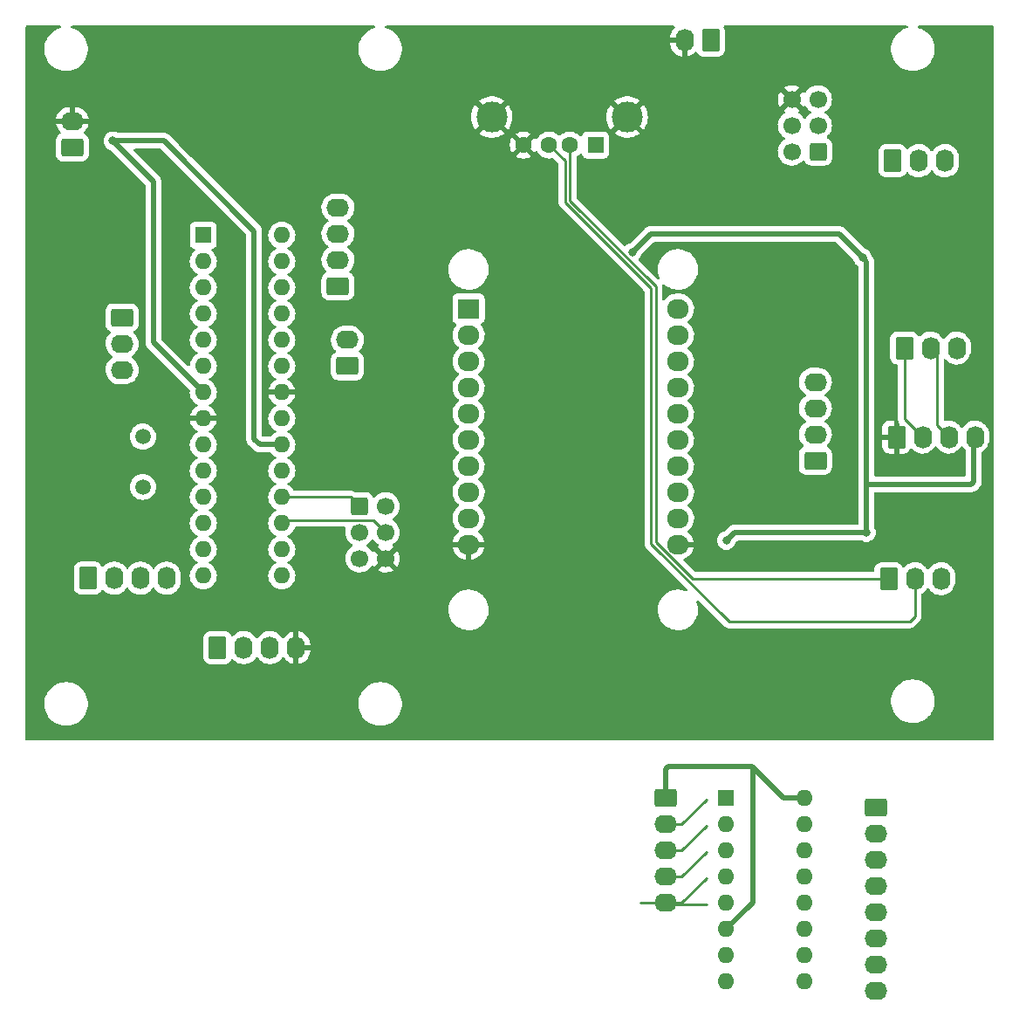
<source format=gbl>
%TF.GenerationSoftware,KiCad,Pcbnew,(6.0.1)*%
%TF.CreationDate,2022-03-08T14:51:08-06:00*%
%TF.ProjectId,arliang2_good2go_2,61726c69-616e-4673-925f-676f6f643267,rev?*%
%TF.SameCoordinates,Original*%
%TF.FileFunction,Copper,L2,Bot*%
%TF.FilePolarity,Positive*%
%FSLAX46Y46*%
G04 Gerber Fmt 4.6, Leading zero omitted, Abs format (unit mm)*
G04 Created by KiCad (PCBNEW (6.0.1)) date 2022-03-08 14:51:08*
%MOMM*%
%LPD*%
G01*
G04 APERTURE LIST*
G04 Aperture macros list*
%AMRoundRect*
0 Rectangle with rounded corners*
0 $1 Rounding radius*
0 $2 $3 $4 $5 $6 $7 $8 $9 X,Y pos of 4 corners*
0 Add a 4 corners polygon primitive as box body*
4,1,4,$2,$3,$4,$5,$6,$7,$8,$9,$2,$3,0*
0 Add four circle primitives for the rounded corners*
1,1,$1+$1,$2,$3*
1,1,$1+$1,$4,$5*
1,1,$1+$1,$6,$7*
1,1,$1+$1,$8,$9*
0 Add four rect primitives between the rounded corners*
20,1,$1+$1,$2,$3,$4,$5,0*
20,1,$1+$1,$4,$5,$6,$7,0*
20,1,$1+$1,$6,$7,$8,$9,0*
20,1,$1+$1,$8,$9,$2,$3,0*%
G04 Aperture macros list end*
%TA.AperFunction,ComponentPad*%
%ADD10O,1.740000X2.190000*%
%TD*%
%TA.AperFunction,ComponentPad*%
%ADD11RoundRect,0.250000X-0.620000X-0.845000X0.620000X-0.845000X0.620000X0.845000X-0.620000X0.845000X0*%
%TD*%
%TA.AperFunction,ComponentPad*%
%ADD12C,1.500000*%
%TD*%
%TA.AperFunction,ComponentPad*%
%ADD13RoundRect,0.250000X-0.845000X0.620000X-0.845000X-0.620000X0.845000X-0.620000X0.845000X0.620000X0*%
%TD*%
%TA.AperFunction,ComponentPad*%
%ADD14O,2.190000X1.740000*%
%TD*%
%TA.AperFunction,ComponentPad*%
%ADD15R,2.100000X1.900000*%
%TD*%
%TA.AperFunction,ComponentPad*%
%ADD16O,2.100000X1.900000*%
%TD*%
%TA.AperFunction,ComponentPad*%
%ADD17R,1.600000X1.600000*%
%TD*%
%TA.AperFunction,ComponentPad*%
%ADD18O,1.600000X1.600000*%
%TD*%
%TA.AperFunction,ComponentPad*%
%ADD19RoundRect,0.250000X0.620000X0.845000X-0.620000X0.845000X-0.620000X-0.845000X0.620000X-0.845000X0*%
%TD*%
%TA.AperFunction,ComponentPad*%
%ADD20C,1.700000*%
%TD*%
%TA.AperFunction,ComponentPad*%
%ADD21RoundRect,0.250000X0.600000X0.600000X-0.600000X0.600000X-0.600000X-0.600000X0.600000X-0.600000X0*%
%TD*%
%TA.AperFunction,ComponentPad*%
%ADD22RoundRect,0.250000X0.845000X-0.620000X0.845000X0.620000X-0.845000X0.620000X-0.845000X-0.620000X0*%
%TD*%
%TA.AperFunction,ComponentPad*%
%ADD23C,1.600000*%
%TD*%
%TA.AperFunction,ComponentPad*%
%ADD24C,3.000000*%
%TD*%
%TA.AperFunction,ComponentPad*%
%ADD25RoundRect,0.250000X-0.600000X-0.600000X0.600000X-0.600000X0.600000X0.600000X-0.600000X0.600000X0*%
%TD*%
%TA.AperFunction,ViaPad*%
%ADD26C,0.800000*%
%TD*%
%TA.AperFunction,Conductor*%
%ADD27C,0.508000*%
%TD*%
%TA.AperFunction,Conductor*%
%ADD28C,0.254000*%
%TD*%
%TA.AperFunction,Conductor*%
%ADD29C,0.250000*%
%TD*%
G04 APERTURE END LIST*
D10*
%TO.P,J12,3,Pin_3*%
%TO.N,/SCK2*%
X187010511Y-99871489D03*
%TO.P,J12,2,Pin_2*%
%TO.N,/MOSI2*%
X184470511Y-99871489D03*
D11*
%TO.P,J12,1,Pin_1*%
%TO.N,/MISO2*%
X181930511Y-99871489D03*
%TD*%
D12*
%TO.P,Y1,1,1*%
%TO.N,Net-(C1-Pad1)*%
X109565511Y-90969000D03*
%TO.P,Y1,2,2*%
%TO.N,Net-(C2-Pad1)*%
X109565511Y-86089000D03*
%TD*%
D13*
%TO.P,J16,1,Pin_1*%
%TO.N,Net-(J16-Pad1)*%
X180737000Y-122047000D03*
D14*
%TO.P,J16,2,Pin_2*%
%TO.N,Net-(J16-Pad2)*%
X180737000Y-124587000D03*
%TO.P,J16,3,Pin_3*%
%TO.N,Net-(J16-Pad3)*%
X180737000Y-127127000D03*
%TO.P,J16,4,Pin_4*%
%TO.N,Net-(J16-Pad4)*%
X180737000Y-129667000D03*
%TO.P,J16,5,Pin_5*%
%TO.N,Net-(J16-Pad5)*%
X180737000Y-132207000D03*
%TO.P,J16,6,Pin_6*%
%TO.N,Net-(J16-Pad6)*%
X180737000Y-134747000D03*
%TO.P,J16,7,Pin_7*%
%TO.N,Net-(J16-Pad7)*%
X180737000Y-137287000D03*
%TO.P,J16,8,Pin_8*%
%TO.N,Net-(J16-Pad8)*%
X180737000Y-139827000D03*
%TD*%
D15*
%TO.P,A1,1,~{RST}*%
%TO.N,unconnected-(A1-Pad1)*%
X141163511Y-73684489D03*
D16*
%TO.P,A1,2,A*%
%TO.N,unconnected-(A1-Pad2)*%
X141163511Y-76224489D03*
%TO.P,A1,3,EN*%
%TO.N,unconnected-(A1-Pad3)*%
X141163511Y-78764489D03*
%TO.P,A1,4,16*%
%TO.N,unconnected-(A1-Pad4)*%
X141163511Y-81304489D03*
%TO.P,A1,5,14*%
%TO.N,unconnected-(A1-Pad5)*%
X141163511Y-83844489D03*
%TO.P,A1,6,12*%
%TO.N,unconnected-(A1-Pad6)*%
X141163511Y-86384489D03*
%TO.P,A1,7,13*%
%TO.N,unconnected-(A1-Pad7)*%
X141163511Y-88924489D03*
%TO.P,A1,8,V+*%
%TO.N,+5V*%
X141163511Y-91464489D03*
%TO.P,A1,9,VBat*%
%TO.N,unconnected-(A1-Pad9)*%
X141163511Y-94004489D03*
%TO.P,A1,10,GND*%
%TO.N,GND*%
X141163511Y-96544489D03*
%TO.P,A1,11,GND*%
X161483511Y-96544489D03*
%TO.P,A1,12,LDO*%
%TO.N,unconnected-(A1-Pad12)*%
X161483511Y-94004489D03*
%TO.P,A1,13,3V*%
%TO.N,unconnected-(A1-Pad13)*%
X161483511Y-91464489D03*
%TO.P,A1,14,15*%
%TO.N,unconnected-(A1-Pad14)*%
X161483511Y-88924489D03*
%TO.P,A1,15,2*%
%TO.N,unconnected-(A1-Pad15)*%
X161483511Y-86384489D03*
%TO.P,A1,16,0*%
%TO.N,unconnected-(A1-Pad16)*%
X161483511Y-83844489D03*
%TO.P,A1,17,4*%
%TO.N,unconnected-(A1-Pad17)*%
X161483511Y-81304489D03*
%TO.P,A1,18,5*%
%TO.N,unconnected-(A1-Pad18)*%
X161483511Y-78764489D03*
%TO.P,A1,19,RX*%
%TO.N,Net-(A1-Pad19)*%
X161483511Y-76224489D03*
%TO.P,A1,20,TX*%
%TO.N,Net-(A1-Pad20)*%
X161483511Y-73684489D03*
%TD*%
D17*
%TO.P,U1,1,~{RESET}/PC6*%
%TO.N,Net-(R1-Pad1)*%
X115417511Y-66558000D03*
D18*
%TO.P,U1,2,PD0*%
%TO.N,/S0*%
X115417511Y-69098000D03*
%TO.P,U1,3,PD1*%
%TO.N,/S1*%
X115417511Y-71638000D03*
%TO.P,U1,4,PD2*%
%TO.N,/S2*%
X115417511Y-74178000D03*
%TO.P,U1,5,PD3*%
%TO.N,unconnected-(U1-Pad5)*%
X115417511Y-76718000D03*
%TO.P,U1,6,PD4*%
%TO.N,/card in1*%
X115417511Y-79258000D03*
%TO.P,U1,7,VCC*%
%TO.N,+5V*%
X115417511Y-81798000D03*
%TO.P,U1,8,GND*%
%TO.N,GND*%
X115417511Y-84338000D03*
%TO.P,U1,9,XTAL1/PB6*%
%TO.N,Net-(C1-Pad1)*%
X115417511Y-86878000D03*
%TO.P,U1,10,XTAL2/PB7*%
%TO.N,Net-(C2-Pad1)*%
X115417511Y-89418000D03*
%TO.P,U1,11,PD5*%
%TO.N,/card out1*%
X115417511Y-91958000D03*
%TO.P,U1,12,PD6*%
%TO.N,/cam in1*%
X115417511Y-94498000D03*
%TO.P,U1,13,PD7*%
%TO.N,/cam out1*%
X115417511Y-97038000D03*
%TO.P,U1,14,PB0*%
%TO.N,/SK*%
X115417511Y-99578000D03*
%TO.P,U1,15,PB1*%
%TO.N,/DT*%
X123037511Y-99578000D03*
%TO.P,U1,16,PB2*%
%TO.N,unconnected-(U1-Pad16)*%
X123037511Y-97038000D03*
%TO.P,U1,17,PB3*%
%TO.N,/MOSI*%
X123037511Y-94498000D03*
%TO.P,U1,18,PB4*%
%TO.N,/MISO*%
X123037511Y-91958000D03*
%TO.P,U1,19,PB5*%
%TO.N,/SCK*%
X123037511Y-89418000D03*
%TO.P,U1,20,AVCC*%
%TO.N,+5V*%
X123037511Y-86878000D03*
%TO.P,U1,21,AREF*%
%TO.N,unconnected-(U1-Pad21)*%
X123037511Y-84338000D03*
%TO.P,U1,22,GND*%
%TO.N,GND*%
X123037511Y-81798000D03*
%TO.P,U1,23,PC0*%
%TO.N,/B0*%
X123037511Y-79258000D03*
%TO.P,U1,24,PC1*%
%TO.N,/B1*%
X123037511Y-76718000D03*
%TO.P,U1,25,PC2*%
%TO.N,/Dispenser1*%
X123037511Y-74178000D03*
%TO.P,U1,26,PC3*%
%TO.N,/Dispenser2*%
X123037511Y-71638000D03*
%TO.P,U1,27,PC4*%
%TO.N,/DispenserIR*%
X123037511Y-69098000D03*
%TO.P,U1,28,PC5*%
%TO.N,/Collector Motor*%
X123037511Y-66558000D03*
%TD*%
D19*
%TO.P,J8,1,Pin_1*%
%TO.N,Net-(J8-Pad1)*%
X164658511Y-47649489D03*
D10*
%TO.P,J8,2,Pin_2*%
%TO.N,GND*%
X162118511Y-47649489D03*
%TD*%
D11*
%TO.P,J2,1,Pin_1*%
%TO.N,/card in1*%
X104231511Y-99822000D03*
D10*
%TO.P,J2,2,Pin_2*%
%TO.N,/card out1*%
X106771511Y-99822000D03*
%TO.P,J2,3,Pin_3*%
%TO.N,/cam in1*%
X109311511Y-99822000D03*
%TO.P,J2,4,Pin_4*%
%TO.N,/cam out1*%
X111851511Y-99822000D03*
%TD*%
D20*
%TO.P,J15,6,GND*%
%TO.N,GND*%
X172532511Y-53364489D03*
%TO.P,J15,5,~{RST}*%
%TO.N,/RST*%
X175072511Y-53364489D03*
%TO.P,J15,4,MOSI*%
%TO.N,/MOSI*%
X172532511Y-55904489D03*
%TO.P,J15,3,SCK*%
%TO.N,/SCK*%
X175072511Y-55904489D03*
%TO.P,J15,2,VCC*%
%TO.N,Net-(D2-Pad2)*%
X172532511Y-58444489D03*
D21*
%TO.P,J15,1,MISO*%
%TO.N,/MISO*%
X175072511Y-58444489D03*
%TD*%
D22*
%TO.P,J3,1,Pin_1*%
%TO.N,/Dispenser1*%
X128488511Y-71501000D03*
D14*
%TO.P,J3,2,Pin_2*%
%TO.N,/Dispenser2*%
X128488511Y-68961000D03*
%TO.P,J3,3,Pin_3*%
%TO.N,/DispenserIR*%
X128488511Y-66421000D03*
%TO.P,J3,4,Pin_4*%
%TO.N,/Collector Motor*%
X128488511Y-63881000D03*
%TD*%
%TO.P,J17,5,Pin_5*%
%TO.N,GND*%
X160290000Y-131318000D03*
%TO.P,J17,4,Pin_4*%
%TO.N,Net-(J17-Pad4)*%
X160290000Y-128778000D03*
%TO.P,J17,3,Pin_3*%
%TO.N,Net-(J17-Pad3)*%
X160290000Y-126238000D03*
%TO.P,J17,2,Pin_2*%
%TO.N,Net-(J17-Pad2)*%
X160290000Y-123698000D03*
D13*
%TO.P,J17,1,Pin_1*%
%TO.N,+5V*%
X160290000Y-121158000D03*
%TD*%
D17*
%TO.P,J9,1,VBUS*%
%TO.N,+5V*%
X153482511Y-57809489D03*
D23*
%TO.P,J9,2,D-*%
%TO.N,/MISO2*%
X150982511Y-57809489D03*
%TO.P,J9,3,D+*%
%TO.N,/MOSI2*%
X148982511Y-57809489D03*
%TO.P,J9,4,GND*%
%TO.N,GND*%
X146482511Y-57809489D03*
D24*
%TO.P,J9,5,Shield*%
X143412511Y-55099489D03*
X156552511Y-55099489D03*
%TD*%
D10*
%TO.P,J13,4,Pin_4*%
%TO.N,+5V*%
X190312511Y-86130489D03*
%TO.P,J13,3,Pin_3*%
%TO.N,/CRX0*%
X187772511Y-86130489D03*
%TO.P,J13,2,Pin_2*%
%TO.N,/CTX0*%
X185232511Y-86130489D03*
D11*
%TO.P,J13,1,Pin_1*%
%TO.N,GND*%
X182692511Y-86130489D03*
%TD*%
%TO.P,J1,1,Pin_1*%
%TO.N,+5V*%
X116804511Y-106553000D03*
D10*
%TO.P,J1,2,Pin_2*%
%TO.N,/SK*%
X119344511Y-106553000D03*
%TO.P,J1,3,Pin_3*%
%TO.N,/DT*%
X121884511Y-106553000D03*
%TO.P,J1,4,Pin_4*%
%TO.N,GND*%
X124424511Y-106553000D03*
%TD*%
D25*
%TO.P,J4,1,MISO*%
%TO.N,/MISO*%
X130565500Y-92832000D03*
D20*
%TO.P,J4,2,VCC*%
%TO.N,Net-(D1-Pad2)*%
X133105500Y-92832000D03*
%TO.P,J4,3,SCK*%
%TO.N,/SCK*%
X130565500Y-95372000D03*
%TO.P,J4,4,MOSI*%
%TO.N,/MOSI*%
X133105500Y-95372000D03*
%TO.P,J4,5,~{RST}*%
%TO.N,/RST*%
X130565500Y-97912000D03*
%TO.P,J4,6,GND*%
%TO.N,GND*%
X133105500Y-97912000D03*
%TD*%
D10*
%TO.P,J10,3,Pin_3*%
%TO.N,/SCK*%
X187391511Y-59333489D03*
%TO.P,J10,2,Pin_2*%
%TO.N,/MOSI*%
X184851511Y-59333489D03*
D11*
%TO.P,J10,1,Pin_1*%
%TO.N,/MISO*%
X182311511Y-59333489D03*
%TD*%
D17*
%TO.P,U7,1,A0*%
%TO.N,Net-(J17-Pad2)*%
X166132000Y-121158000D03*
D18*
%TO.P,U7,2,A1*%
%TO.N,Net-(J17-Pad3)*%
X166132000Y-123698000D03*
%TO.P,U7,3,A2*%
%TO.N,Net-(J17-Pad4)*%
X166132000Y-126238000D03*
%TO.P,U7,4,~{LE}*%
%TO.N,GND*%
X166132000Y-128778000D03*
%TO.P,U7,5,~{E1}*%
X166132000Y-131318000D03*
%TO.P,U7,6,E2*%
%TO.N,+5V*%
X166132000Y-133858000D03*
%TO.P,U7,7,~{Y7}*%
%TO.N,Net-(R15-Pad1)*%
X166132000Y-136398000D03*
%TO.P,U7,8,GND*%
%TO.N,GND*%
X166132000Y-138938000D03*
%TO.P,U7,9,~{Y6}*%
%TO.N,Net-(R14-Pad1)*%
X173752000Y-138938000D03*
%TO.P,U7,10,~{Y5}*%
%TO.N,Net-(R13-Pad1)*%
X173752000Y-136398000D03*
%TO.P,U7,11,~{Y4}*%
%TO.N,Net-(R12-Pad1)*%
X173752000Y-133858000D03*
%TO.P,U7,12,~{Y3}*%
%TO.N,Net-(R11-Pad1)*%
X173752000Y-131318000D03*
%TO.P,U7,13,~{Y2}*%
%TO.N,Net-(R10-Pad1)*%
X173752000Y-128778000D03*
%TO.P,U7,14,~{Y1}*%
%TO.N,Net-(R9-Pad1)*%
X173752000Y-126238000D03*
%TO.P,U7,15,~{Y0}*%
%TO.N,Net-(R8-Pad1)*%
X173752000Y-123698000D03*
%TO.P,U7,16,VCC*%
%TO.N,+5V*%
X173752000Y-121158000D03*
%TD*%
D22*
%TO.P,J14,1,Pin_1*%
%TO.N,/card in*%
X174818511Y-88416489D03*
D14*
%TO.P,J14,2,Pin_2*%
%TO.N,/SCK2*%
X174818511Y-85876489D03*
%TO.P,J14,3,Pin_3*%
%TO.N,/SCK1*%
X174818511Y-83336489D03*
%TO.P,J14,4,Pin_4*%
%TO.N,/cam out*%
X174818511Y-80796489D03*
%TD*%
D10*
%TO.P,J11,3,Pin_3*%
%TO.N,/SCK1*%
X188534511Y-77494489D03*
%TO.P,J11,2,Pin_2*%
%TO.N,/CRX0*%
X185994511Y-77494489D03*
D11*
%TO.P,J11,1,Pin_1*%
%TO.N,/CTX0*%
X183454511Y-77494489D03*
%TD*%
D22*
%TO.P,J7,1,Pin_1*%
%TO.N,/B0*%
X129413000Y-79248000D03*
D14*
%TO.P,J7,2,Pin_2*%
%TO.N,/B1*%
X129413000Y-76708000D03*
%TD*%
D13*
%TO.P,J6,1,Pin_1*%
%TO.N,/S0*%
X107533511Y-74549000D03*
D14*
%TO.P,J6,2,Pin_2*%
%TO.N,/S1*%
X107533511Y-77089000D03*
%TO.P,J6,3,Pin_3*%
%TO.N,/S2*%
X107533511Y-79629000D03*
%TD*%
D22*
%TO.P,J5,1,Pin_1*%
%TO.N,Net-(J5-Pad1)*%
X102707511Y-58039000D03*
D14*
%TO.P,J5,2,Pin_2*%
%TO.N,GND*%
X102707511Y-55499000D03*
%TD*%
D26*
%TO.N,+5V*%
X166182511Y-96163489D03*
X106644511Y-57404000D03*
X179390511Y-68731489D03*
X157038511Y-68223489D03*
X179771511Y-95401489D03*
%TO.N,GND*%
X113375511Y-50292000D03*
X138013511Y-69342000D03*
X125186511Y-60579000D03*
X147386511Y-62508489D03*
X145354511Y-85749489D03*
X112613511Y-67437000D03*
X108676511Y-105918000D03*
X99151511Y-91059000D03*
%TD*%
D27*
%TO.N,+5V*%
X168717000Y-131273000D02*
X166132000Y-133858000D01*
X168717000Y-118176000D02*
X168717000Y-131273000D01*
X171699000Y-121158000D02*
X173752000Y-121158000D01*
X168717000Y-118176000D02*
X171699000Y-121158000D01*
D28*
%TO.N,GND*%
X160432000Y-131460000D02*
X160290000Y-131318000D01*
X164231000Y-131460000D02*
X160432000Y-131460000D01*
%TO.N,Net-(J17-Pad4)*%
X161833000Y-128778000D02*
X160290000Y-128778000D01*
X164231000Y-126380000D02*
X161833000Y-128778000D01*
%TO.N,Net-(J17-Pad3)*%
X161833000Y-126238000D02*
X160290000Y-126238000D01*
X164231000Y-123840000D02*
X161833000Y-126238000D01*
%TO.N,Net-(J17-Pad2)*%
X161833000Y-123698000D02*
X160290000Y-123698000D01*
X164231000Y-121300000D02*
X161833000Y-123698000D01*
D27*
%TO.N,+5V*%
X160290000Y-118358000D02*
X160538000Y-118110000D01*
X160290000Y-121158000D02*
X160290000Y-118358000D01*
X160538000Y-118110000D02*
X168661000Y-118110000D01*
X179771511Y-69112489D02*
X179771511Y-90702489D01*
X179390511Y-68731489D02*
X179771511Y-69112489D01*
X177104511Y-66445489D02*
X158816511Y-66445489D01*
X158816511Y-66445489D02*
X157038511Y-68223489D01*
X179390511Y-68731489D02*
X177104511Y-66445489D01*
X189931511Y-90702489D02*
X179771511Y-90702489D01*
X190185511Y-90448489D02*
X189931511Y-90702489D01*
X190185511Y-86257489D02*
X190185511Y-90448489D01*
X190312511Y-86130489D02*
X190185511Y-86257489D01*
D28*
%TO.N,/CRX0*%
X186629511Y-84987489D02*
X187772511Y-86130489D01*
%TO.N,/CTX0*%
X185232511Y-86130489D02*
X183454511Y-84352489D01*
X183454511Y-84352489D02*
X183454511Y-77494489D01*
%TO.N,/CRX0*%
X185994511Y-77494489D02*
X186629511Y-78129489D01*
X186629511Y-78129489D02*
X186629511Y-84987489D01*
D27*
%TO.N,+5V*%
X179771511Y-90702489D02*
X179771511Y-95401489D01*
X111597511Y-57404000D02*
X120360511Y-66167000D01*
X110581511Y-61341000D02*
X110581511Y-76962000D01*
X166944511Y-95401489D02*
X179771511Y-95401489D01*
X120878511Y-86878000D02*
X123037511Y-86878000D01*
X120360511Y-66167000D02*
X120360511Y-86360000D01*
X168651000Y-118110000D02*
X168717000Y-118176000D01*
X120360511Y-86360000D02*
X120878511Y-86878000D01*
X106644511Y-57404000D02*
X111597511Y-57404000D01*
X166182511Y-96163489D02*
X166944511Y-95401489D01*
X110581511Y-76962000D02*
X115417511Y-81798000D01*
X106644511Y-57404000D02*
X110581511Y-61341000D01*
D29*
%TO.N,/MISO*%
X129691500Y-91958000D02*
X130565500Y-92832000D01*
X123037511Y-91958000D02*
X129691500Y-91958000D01*
%TO.N,/MOSI*%
X131930989Y-94197489D02*
X133105500Y-95372000D01*
X123338022Y-94197489D02*
X131930989Y-94197489D01*
X123037511Y-94498000D02*
X123338022Y-94197489D01*
D28*
%TO.N,GND*%
X161833000Y-131318000D02*
X157871000Y-131318000D01*
X164231000Y-128920000D02*
X161833000Y-131318000D01*
D29*
%TO.N,/MISO2*%
X181905511Y-99846489D02*
X181930511Y-99871489D01*
X150982511Y-63192103D02*
X159324511Y-71534103D01*
X159324511Y-71534103D02*
X159324511Y-96287932D01*
X159324511Y-96287932D02*
X162883068Y-99846489D01*
X150982511Y-57809489D02*
X150982511Y-63192103D01*
X162883068Y-99846489D02*
X181905511Y-99846489D01*
%TO.N,/MOSI2*%
X148982511Y-57809489D02*
X150532991Y-59359969D01*
X158874991Y-71720301D02*
X158874991Y-96475969D01*
X166436511Y-104037489D02*
X183962511Y-104037489D01*
X150532991Y-59359969D02*
X150532991Y-63378301D01*
X183962511Y-104037489D02*
X184470511Y-103529489D01*
X150532991Y-63378301D02*
X158874991Y-71720301D01*
X184470511Y-103529489D02*
X184470511Y-99871489D01*
X158874991Y-96475969D02*
X166436511Y-104037489D01*
%TD*%
%TA.AperFunction,Conductor*%
%TO.N,GND*%
G36*
X101587269Y-46248002D02*
G01*
X101633762Y-46301658D01*
X101643866Y-46371932D01*
X101614372Y-46436512D01*
X101554646Y-46474896D01*
X101544709Y-46477380D01*
X101539658Y-46478426D01*
X101268657Y-46574393D01*
X101013188Y-46706250D01*
X101009687Y-46708711D01*
X101009683Y-46708713D01*
X100999594Y-46715804D01*
X100777977Y-46871559D01*
X100762892Y-46885577D01*
X100576052Y-47059200D01*
X100567378Y-47067260D01*
X100385287Y-47289732D01*
X100235073Y-47534858D01*
X100119517Y-47798102D01*
X100040756Y-48074594D01*
X100000249Y-48359216D01*
X100000227Y-48363505D01*
X100000226Y-48363512D01*
X99998765Y-48642417D01*
X99998743Y-48646703D01*
X100036268Y-48931734D01*
X100112129Y-49209036D01*
X100224923Y-49473476D01*
X100372561Y-49720161D01*
X100552313Y-49944528D01*
X100760851Y-50142423D01*
X100994317Y-50310186D01*
X100998112Y-50312195D01*
X100998113Y-50312196D01*
X101019869Y-50323715D01*
X101248392Y-50444712D01*
X101518373Y-50543511D01*
X101799264Y-50604755D01*
X101827841Y-50607004D01*
X102022282Y-50622307D01*
X102022291Y-50622307D01*
X102024739Y-50622500D01*
X102180271Y-50622500D01*
X102182407Y-50622354D01*
X102182418Y-50622354D01*
X102390548Y-50608165D01*
X102390554Y-50608164D01*
X102394825Y-50607873D01*
X102399020Y-50607004D01*
X102399022Y-50607004D01*
X102535583Y-50578724D01*
X102676342Y-50549574D01*
X102947343Y-50453607D01*
X103202812Y-50321750D01*
X103206313Y-50319289D01*
X103206317Y-50319287D01*
X103320418Y-50239095D01*
X103438023Y-50156441D01*
X103648622Y-49960740D01*
X103830713Y-49738268D01*
X103980927Y-49493142D01*
X104096483Y-49229898D01*
X104175244Y-48953406D01*
X104215751Y-48668784D01*
X104215845Y-48650951D01*
X104217235Y-48385583D01*
X104217235Y-48385576D01*
X104217257Y-48381297D01*
X104179732Y-48096266D01*
X104103871Y-47818964D01*
X103991077Y-47554524D01*
X103907867Y-47415491D01*
X103845643Y-47311521D01*
X103845640Y-47311517D01*
X103843439Y-47307839D01*
X103663687Y-47083472D01*
X103455149Y-46885577D01*
X103221683Y-46717814D01*
X103199843Y-46706250D01*
X103092902Y-46649628D01*
X102967608Y-46583288D01*
X102755597Y-46505703D01*
X102701658Y-46485964D01*
X102701656Y-46485963D01*
X102697627Y-46484489D01*
X102669820Y-46478426D01*
X102663775Y-46477108D01*
X102601479Y-46443053D01*
X102567484Y-46380724D01*
X102572582Y-46309911D01*
X102615156Y-46253096D01*
X102681688Y-46228317D01*
X102690617Y-46228000D01*
X131999148Y-46228000D01*
X132067269Y-46248002D01*
X132113762Y-46301658D01*
X132123866Y-46371932D01*
X132094372Y-46436512D01*
X132034646Y-46474896D01*
X132024709Y-46477380D01*
X132019658Y-46478426D01*
X131748657Y-46574393D01*
X131493188Y-46706250D01*
X131489687Y-46708711D01*
X131489683Y-46708713D01*
X131479594Y-46715804D01*
X131257977Y-46871559D01*
X131242892Y-46885577D01*
X131056052Y-47059200D01*
X131047378Y-47067260D01*
X130865287Y-47289732D01*
X130715073Y-47534858D01*
X130599517Y-47798102D01*
X130520756Y-48074594D01*
X130480249Y-48359216D01*
X130480227Y-48363505D01*
X130480226Y-48363512D01*
X130478765Y-48642417D01*
X130478743Y-48646703D01*
X130516268Y-48931734D01*
X130592129Y-49209036D01*
X130704923Y-49473476D01*
X130852561Y-49720161D01*
X131032313Y-49944528D01*
X131240851Y-50142423D01*
X131474317Y-50310186D01*
X131478112Y-50312195D01*
X131478113Y-50312196D01*
X131499869Y-50323715D01*
X131728392Y-50444712D01*
X131998373Y-50543511D01*
X132279264Y-50604755D01*
X132307841Y-50607004D01*
X132502282Y-50622307D01*
X132502291Y-50622307D01*
X132504739Y-50622500D01*
X132660271Y-50622500D01*
X132662407Y-50622354D01*
X132662418Y-50622354D01*
X132870548Y-50608165D01*
X132870554Y-50608164D01*
X132874825Y-50607873D01*
X132879020Y-50607004D01*
X132879022Y-50607004D01*
X133015583Y-50578724D01*
X133156342Y-50549574D01*
X133427343Y-50453607D01*
X133682812Y-50321750D01*
X133686313Y-50319289D01*
X133686317Y-50319287D01*
X133800418Y-50239095D01*
X133918023Y-50156441D01*
X134128622Y-49960740D01*
X134310713Y-49738268D01*
X134460927Y-49493142D01*
X134576483Y-49229898D01*
X134655244Y-48953406D01*
X134695751Y-48668784D01*
X134695845Y-48650951D01*
X134697235Y-48385583D01*
X134697235Y-48385576D01*
X134697257Y-48381297D01*
X134659732Y-48096266D01*
X134614395Y-47930543D01*
X160740511Y-47930543D01*
X160740736Y-47935852D01*
X160754850Y-48102196D01*
X160756640Y-48112668D01*
X160812709Y-48328691D01*
X160816245Y-48338731D01*
X160907910Y-48542221D01*
X160913079Y-48551507D01*
X161037721Y-48736644D01*
X161044382Y-48744930D01*
X161198435Y-48906419D01*
X161206403Y-48913468D01*
X161385463Y-49046692D01*
X161394493Y-49052291D01*
X161593442Y-49153442D01*
X161603303Y-49157445D01*
X161816440Y-49223627D01*
X161826820Y-49225909D01*
X161846554Y-49228525D01*
X161860718Y-49226329D01*
X161864511Y-49213144D01*
X161864511Y-47921604D01*
X161860036Y-47906365D01*
X161858646Y-47905160D01*
X161850963Y-47903489D01*
X160758626Y-47903489D01*
X160743387Y-47907964D01*
X160742182Y-47909354D01*
X160740511Y-47917037D01*
X160740511Y-47930543D01*
X134614395Y-47930543D01*
X134583871Y-47818964D01*
X134471077Y-47554524D01*
X134387867Y-47415491D01*
X134325643Y-47311521D01*
X134325640Y-47311517D01*
X134323439Y-47307839D01*
X134143687Y-47083472D01*
X133935149Y-46885577D01*
X133701683Y-46717814D01*
X133679843Y-46706250D01*
X133572902Y-46649628D01*
X133447608Y-46583288D01*
X133235597Y-46505703D01*
X133181658Y-46485964D01*
X133181656Y-46485963D01*
X133177627Y-46484489D01*
X133149820Y-46478426D01*
X133143775Y-46477108D01*
X133081479Y-46443053D01*
X133047484Y-46380724D01*
X133052582Y-46309911D01*
X133095156Y-46253096D01*
X133161688Y-46228317D01*
X133170617Y-46228000D01*
X161057313Y-46228000D01*
X161125434Y-46248002D01*
X161171927Y-46301658D01*
X161182031Y-46371932D01*
X161152537Y-46436512D01*
X161139894Y-46449165D01*
X161131071Y-46456821D01*
X161123650Y-46464453D01*
X160982143Y-46637031D01*
X160976118Y-46645798D01*
X160865714Y-46839751D01*
X160861249Y-46849415D01*
X160785101Y-47059200D01*
X160782330Y-47069468D01*
X160742405Y-47290255D01*
X160741472Y-47298484D01*
X160740581Y-47317363D01*
X160740511Y-47320338D01*
X160740511Y-47377374D01*
X160744986Y-47392613D01*
X160746376Y-47393818D01*
X160754059Y-47395489D01*
X162246511Y-47395489D01*
X162314632Y-47415491D01*
X162361125Y-47469147D01*
X162372511Y-47521489D01*
X162372511Y-49211116D01*
X162376484Y-49224647D01*
X162387091Y-49226172D01*
X162510699Y-49200237D01*
X162520895Y-49197177D01*
X162728463Y-49115205D01*
X162738000Y-49110471D01*
X162928796Y-48994693D01*
X162937389Y-48988427D01*
X163105952Y-48842156D01*
X163113373Y-48834524D01*
X163140684Y-48801217D01*
X163199344Y-48761223D01*
X163270314Y-48759292D01*
X163331062Y-48796037D01*
X163346315Y-48818835D01*
X163346961Y-48818435D01*
X163440033Y-48968837D01*
X163565208Y-49093794D01*
X163571438Y-49097634D01*
X163571439Y-49097635D01*
X163708601Y-49182183D01*
X163715773Y-49186604D01*
X163770925Y-49204897D01*
X163877122Y-49240121D01*
X163877124Y-49240121D01*
X163883650Y-49242286D01*
X163890486Y-49242986D01*
X163890489Y-49242987D01*
X163933542Y-49247398D01*
X163988111Y-49252989D01*
X165328911Y-49252989D01*
X165332157Y-49252652D01*
X165332161Y-49252652D01*
X165427819Y-49242727D01*
X165427823Y-49242726D01*
X165434677Y-49242015D01*
X165441213Y-49239834D01*
X165441215Y-49239834D01*
X165573317Y-49195761D01*
X165602457Y-49186039D01*
X165752859Y-49092967D01*
X165877816Y-48967792D01*
X165889302Y-48949159D01*
X165966786Y-48823457D01*
X165966787Y-48823455D01*
X165970626Y-48817227D01*
X166026308Y-48649350D01*
X166027019Y-48642417D01*
X166036683Y-48548087D01*
X166037011Y-48544889D01*
X166037011Y-46754089D01*
X166036674Y-46750839D01*
X166026749Y-46655181D01*
X166026748Y-46655177D01*
X166026037Y-46648323D01*
X166005011Y-46585299D01*
X165972379Y-46487491D01*
X165970061Y-46480543D01*
X165932783Y-46420302D01*
X165913945Y-46351852D01*
X165935106Y-46284082D01*
X165989547Y-46238511D01*
X166039927Y-46228000D01*
X183688148Y-46228000D01*
X183756269Y-46248002D01*
X183802762Y-46301658D01*
X183812866Y-46371932D01*
X183783372Y-46436512D01*
X183723646Y-46474896D01*
X183713709Y-46477380D01*
X183708658Y-46478426D01*
X183437657Y-46574393D01*
X183182188Y-46706250D01*
X183178687Y-46708711D01*
X183178683Y-46708713D01*
X183168594Y-46715804D01*
X182946977Y-46871559D01*
X182931892Y-46885577D01*
X182745052Y-47059200D01*
X182736378Y-47067260D01*
X182554287Y-47289732D01*
X182404073Y-47534858D01*
X182288517Y-47798102D01*
X182209756Y-48074594D01*
X182169249Y-48359216D01*
X182169227Y-48363505D01*
X182169226Y-48363512D01*
X182167765Y-48642417D01*
X182167743Y-48646703D01*
X182205268Y-48931734D01*
X182281129Y-49209036D01*
X182393923Y-49473476D01*
X182541561Y-49720161D01*
X182721313Y-49944528D01*
X182929851Y-50142423D01*
X183163317Y-50310186D01*
X183167112Y-50312195D01*
X183167113Y-50312196D01*
X183188869Y-50323715D01*
X183417392Y-50444712D01*
X183687373Y-50543511D01*
X183968264Y-50604755D01*
X183996841Y-50607004D01*
X184191282Y-50622307D01*
X184191291Y-50622307D01*
X184193739Y-50622500D01*
X184349271Y-50622500D01*
X184351407Y-50622354D01*
X184351418Y-50622354D01*
X184559548Y-50608165D01*
X184559554Y-50608164D01*
X184563825Y-50607873D01*
X184568020Y-50607004D01*
X184568022Y-50607004D01*
X184704583Y-50578724D01*
X184845342Y-50549574D01*
X185116343Y-50453607D01*
X185371812Y-50321750D01*
X185375313Y-50319289D01*
X185375317Y-50319287D01*
X185489418Y-50239095D01*
X185607023Y-50156441D01*
X185817622Y-49960740D01*
X185999713Y-49738268D01*
X186149927Y-49493142D01*
X186265483Y-49229898D01*
X186344244Y-48953406D01*
X186384751Y-48668784D01*
X186384845Y-48650951D01*
X186386235Y-48385583D01*
X186386235Y-48385576D01*
X186386257Y-48381297D01*
X186348732Y-48096266D01*
X186272871Y-47818964D01*
X186160077Y-47554524D01*
X186076867Y-47415491D01*
X186014643Y-47311521D01*
X186014640Y-47311517D01*
X186012439Y-47307839D01*
X185832687Y-47083472D01*
X185624149Y-46885577D01*
X185390683Y-46717814D01*
X185368843Y-46706250D01*
X185261902Y-46649628D01*
X185136608Y-46583288D01*
X184924597Y-46505703D01*
X184870658Y-46485964D01*
X184870656Y-46485963D01*
X184866627Y-46484489D01*
X184838820Y-46478426D01*
X184832775Y-46477108D01*
X184770479Y-46443053D01*
X184736484Y-46380724D01*
X184741582Y-46309911D01*
X184784156Y-46253096D01*
X184850688Y-46228317D01*
X184859617Y-46228000D01*
X192025000Y-46228000D01*
X192093121Y-46248002D01*
X192139614Y-46301658D01*
X192151000Y-46354000D01*
X192151000Y-115444000D01*
X192130998Y-115512121D01*
X192077342Y-115558614D01*
X192025000Y-115570000D01*
X98297000Y-115570000D01*
X98228879Y-115549998D01*
X98182386Y-115496342D01*
X98171000Y-115444000D01*
X98171000Y-112146703D01*
X99998743Y-112146703D01*
X99999302Y-112150947D01*
X99999302Y-112150951D01*
X100005122Y-112195159D01*
X100036268Y-112431734D01*
X100037401Y-112435874D01*
X100037401Y-112435876D01*
X100058415Y-112512689D01*
X100112129Y-112709036D01*
X100224923Y-112973476D01*
X100236693Y-112993142D01*
X100364529Y-113206740D01*
X100372561Y-113220161D01*
X100552313Y-113444528D01*
X100760851Y-113642423D01*
X100994317Y-113810186D01*
X100998112Y-113812195D01*
X100998113Y-113812196D01*
X101019869Y-113823715D01*
X101248392Y-113944712D01*
X101518373Y-114043511D01*
X101799264Y-114104755D01*
X101827841Y-114107004D01*
X102022282Y-114122307D01*
X102022291Y-114122307D01*
X102024739Y-114122500D01*
X102180271Y-114122500D01*
X102182407Y-114122354D01*
X102182418Y-114122354D01*
X102390548Y-114108165D01*
X102390554Y-114108164D01*
X102394825Y-114107873D01*
X102399020Y-114107004D01*
X102399022Y-114107004D01*
X102535584Y-114078723D01*
X102676342Y-114049574D01*
X102947343Y-113953607D01*
X103202812Y-113821750D01*
X103206313Y-113819289D01*
X103206317Y-113819287D01*
X103379401Y-113697641D01*
X103438023Y-113656441D01*
X103648622Y-113460740D01*
X103830713Y-113238268D01*
X103980927Y-112993142D01*
X103984823Y-112984268D01*
X104094757Y-112733830D01*
X104096483Y-112729898D01*
X104175244Y-112453406D01*
X104205515Y-112240704D01*
X104215146Y-112173036D01*
X104215146Y-112173034D01*
X104215751Y-112168784D01*
X104215845Y-112150951D01*
X104215867Y-112146703D01*
X130478743Y-112146703D01*
X130479302Y-112150947D01*
X130479302Y-112150951D01*
X130485122Y-112195159D01*
X130516268Y-112431734D01*
X130517401Y-112435874D01*
X130517401Y-112435876D01*
X130538415Y-112512689D01*
X130592129Y-112709036D01*
X130704923Y-112973476D01*
X130716693Y-112993142D01*
X130844529Y-113206740D01*
X130852561Y-113220161D01*
X131032313Y-113444528D01*
X131240851Y-113642423D01*
X131474317Y-113810186D01*
X131478112Y-113812195D01*
X131478113Y-113812196D01*
X131499869Y-113823715D01*
X131728392Y-113944712D01*
X131998373Y-114043511D01*
X132279264Y-114104755D01*
X132307841Y-114107004D01*
X132502282Y-114122307D01*
X132502291Y-114122307D01*
X132504739Y-114122500D01*
X132660271Y-114122500D01*
X132662407Y-114122354D01*
X132662418Y-114122354D01*
X132870548Y-114108165D01*
X132870554Y-114108164D01*
X132874825Y-114107873D01*
X132879020Y-114107004D01*
X132879022Y-114107004D01*
X133015584Y-114078723D01*
X133156342Y-114049574D01*
X133427343Y-113953607D01*
X133682812Y-113821750D01*
X133686313Y-113819289D01*
X133686317Y-113819287D01*
X133859401Y-113697641D01*
X133918023Y-113656441D01*
X134128622Y-113460740D01*
X134310713Y-113238268D01*
X134460927Y-112993142D01*
X134464823Y-112984268D01*
X134574757Y-112733830D01*
X134576483Y-112729898D01*
X134655244Y-112453406D01*
X134685515Y-112240704D01*
X134695146Y-112173036D01*
X134695146Y-112173034D01*
X134695751Y-112168784D01*
X134695845Y-112150951D01*
X134697198Y-111892703D01*
X182167743Y-111892703D01*
X182205268Y-112177734D01*
X182281129Y-112455036D01*
X182393923Y-112719476D01*
X182541561Y-112966161D01*
X182721313Y-113190528D01*
X182929851Y-113388423D01*
X183163317Y-113556186D01*
X183167112Y-113558195D01*
X183167113Y-113558196D01*
X183188869Y-113569715D01*
X183417392Y-113690712D01*
X183687373Y-113789511D01*
X183968264Y-113850755D01*
X183996841Y-113853004D01*
X184191282Y-113868307D01*
X184191291Y-113868307D01*
X184193739Y-113868500D01*
X184349271Y-113868500D01*
X184351407Y-113868354D01*
X184351418Y-113868354D01*
X184559548Y-113854165D01*
X184559554Y-113854164D01*
X184563825Y-113853873D01*
X184568020Y-113853004D01*
X184568022Y-113853004D01*
X184718942Y-113821750D01*
X184845342Y-113795574D01*
X185116343Y-113699607D01*
X185371812Y-113567750D01*
X185375313Y-113565289D01*
X185375317Y-113565287D01*
X185551894Y-113441186D01*
X185607023Y-113402441D01*
X185685403Y-113329606D01*
X185814479Y-113209661D01*
X185814481Y-113209658D01*
X185817622Y-113206740D01*
X185999713Y-112984268D01*
X186149927Y-112739142D01*
X186164960Y-112704897D01*
X186263757Y-112479830D01*
X186265483Y-112475898D01*
X186278064Y-112431734D01*
X186343068Y-112203534D01*
X186344244Y-112199406D01*
X186384751Y-111914784D01*
X186384845Y-111896951D01*
X186386235Y-111631583D01*
X186386235Y-111631576D01*
X186386257Y-111627297D01*
X186381627Y-111592124D01*
X186349292Y-111346522D01*
X186348732Y-111342266D01*
X186335575Y-111294170D01*
X186274003Y-111069103D01*
X186272871Y-111064964D01*
X186160077Y-110800524D01*
X186030174Y-110583472D01*
X186014643Y-110557521D01*
X186014640Y-110557517D01*
X186012439Y-110553839D01*
X185832687Y-110329472D01*
X185624149Y-110131577D01*
X185390683Y-109963814D01*
X185368843Y-109952250D01*
X185315786Y-109924158D01*
X185136608Y-109829288D01*
X184866627Y-109730489D01*
X184585736Y-109669245D01*
X184554685Y-109666801D01*
X184362718Y-109651693D01*
X184362709Y-109651693D01*
X184360261Y-109651500D01*
X184204729Y-109651500D01*
X184202593Y-109651646D01*
X184202582Y-109651646D01*
X183994452Y-109665835D01*
X183994446Y-109665836D01*
X183990175Y-109666127D01*
X183985980Y-109666996D01*
X183985978Y-109666996D01*
X183849417Y-109695276D01*
X183708658Y-109724426D01*
X183437657Y-109820393D01*
X183182188Y-109952250D01*
X183178687Y-109954711D01*
X183178683Y-109954713D01*
X183134218Y-109985964D01*
X182946977Y-110117559D01*
X182736378Y-110313260D01*
X182554287Y-110535732D01*
X182404073Y-110780858D01*
X182402347Y-110784791D01*
X182402346Y-110784792D01*
X182398574Y-110793386D01*
X182288517Y-111044102D01*
X182209756Y-111320594D01*
X182206672Y-111342266D01*
X182174195Y-111570466D01*
X182169249Y-111605216D01*
X182169227Y-111609505D01*
X182169226Y-111609512D01*
X182167780Y-111885583D01*
X182167743Y-111892703D01*
X134697198Y-111892703D01*
X134697235Y-111885583D01*
X134697235Y-111885576D01*
X134697257Y-111881297D01*
X134659732Y-111596266D01*
X134583871Y-111318964D01*
X134471077Y-111054524D01*
X134323439Y-110807839D01*
X134143687Y-110583472D01*
X133935149Y-110385577D01*
X133701683Y-110217814D01*
X133679843Y-110206250D01*
X133544381Y-110134527D01*
X133447608Y-110083288D01*
X133177627Y-109984489D01*
X132896736Y-109923245D01*
X132865685Y-109920801D01*
X132673718Y-109905693D01*
X132673709Y-109905693D01*
X132671261Y-109905500D01*
X132515729Y-109905500D01*
X132513593Y-109905646D01*
X132513582Y-109905646D01*
X132305452Y-109919835D01*
X132305446Y-109919836D01*
X132301175Y-109920127D01*
X132296980Y-109920996D01*
X132296978Y-109920996D01*
X132160416Y-109949277D01*
X132019658Y-109978426D01*
X131748657Y-110074393D01*
X131493188Y-110206250D01*
X131489687Y-110208711D01*
X131489683Y-110208713D01*
X131479594Y-110215804D01*
X131257977Y-110371559D01*
X131242892Y-110385577D01*
X131061821Y-110553839D01*
X131047378Y-110567260D01*
X130865287Y-110789732D01*
X130715073Y-111034858D01*
X130713347Y-111038791D01*
X130713346Y-111038792D01*
X130601243Y-111294170D01*
X130599517Y-111298102D01*
X130598342Y-111302229D01*
X130598341Y-111302230D01*
X130585724Y-111346522D01*
X130520756Y-111574594D01*
X130480249Y-111859216D01*
X130480227Y-111863505D01*
X130480226Y-111863512D01*
X130478765Y-112142417D01*
X130478743Y-112146703D01*
X104215867Y-112146703D01*
X104217235Y-111885583D01*
X104217235Y-111885576D01*
X104217257Y-111881297D01*
X104179732Y-111596266D01*
X104103871Y-111318964D01*
X103991077Y-111054524D01*
X103843439Y-110807839D01*
X103663687Y-110583472D01*
X103455149Y-110385577D01*
X103221683Y-110217814D01*
X103199843Y-110206250D01*
X103064381Y-110134527D01*
X102967608Y-110083288D01*
X102697627Y-109984489D01*
X102416736Y-109923245D01*
X102385685Y-109920801D01*
X102193718Y-109905693D01*
X102193709Y-109905693D01*
X102191261Y-109905500D01*
X102035729Y-109905500D01*
X102033593Y-109905646D01*
X102033582Y-109905646D01*
X101825452Y-109919835D01*
X101825446Y-109919836D01*
X101821175Y-109920127D01*
X101816980Y-109920996D01*
X101816978Y-109920996D01*
X101680416Y-109949277D01*
X101539658Y-109978426D01*
X101268657Y-110074393D01*
X101013188Y-110206250D01*
X101009687Y-110208711D01*
X101009683Y-110208713D01*
X100999594Y-110215804D01*
X100777977Y-110371559D01*
X100762892Y-110385577D01*
X100581821Y-110553839D01*
X100567378Y-110567260D01*
X100385287Y-110789732D01*
X100235073Y-111034858D01*
X100233347Y-111038791D01*
X100233346Y-111038792D01*
X100121243Y-111294170D01*
X100119517Y-111298102D01*
X100118342Y-111302229D01*
X100118341Y-111302230D01*
X100105724Y-111346522D01*
X100040756Y-111574594D01*
X100000249Y-111859216D01*
X100000227Y-111863505D01*
X100000226Y-111863512D01*
X99998765Y-112142417D01*
X99998743Y-112146703D01*
X98171000Y-112146703D01*
X98171000Y-107448400D01*
X115426011Y-107448400D01*
X115426348Y-107451646D01*
X115426348Y-107451650D01*
X115433072Y-107516450D01*
X115436985Y-107554166D01*
X115439166Y-107560702D01*
X115439166Y-107560704D01*
X115465673Y-107640155D01*
X115492961Y-107721946D01*
X115586033Y-107872348D01*
X115711208Y-107997305D01*
X115717438Y-108001145D01*
X115717439Y-108001146D01*
X115854601Y-108085694D01*
X115861773Y-108090115D01*
X115904326Y-108104229D01*
X116023122Y-108143632D01*
X116023124Y-108143632D01*
X116029650Y-108145797D01*
X116036486Y-108146497D01*
X116036489Y-108146498D01*
X116079542Y-108150909D01*
X116134111Y-108156500D01*
X117474911Y-108156500D01*
X117478157Y-108156163D01*
X117478161Y-108156163D01*
X117573819Y-108146238D01*
X117573823Y-108146237D01*
X117580677Y-108145526D01*
X117587213Y-108143345D01*
X117587215Y-108143345D01*
X117719317Y-108099272D01*
X117748457Y-108089550D01*
X117898859Y-107996478D01*
X118023816Y-107871303D01*
X118101260Y-107745667D01*
X118116626Y-107720738D01*
X118118773Y-107722062D01*
X118157823Y-107677710D01*
X118226100Y-107658248D01*
X118294060Y-107678788D01*
X118316272Y-107697272D01*
X118424101Y-107810306D01*
X118424113Y-107810316D01*
X118427787Y-107814168D01*
X118615476Y-107953813D01*
X118620227Y-107956229D01*
X118620231Y-107956231D01*
X118819255Y-108057420D01*
X118824011Y-108059838D01*
X119047428Y-108129210D01*
X119052715Y-108129911D01*
X119052716Y-108129911D01*
X119274056Y-108159248D01*
X119274060Y-108159248D01*
X119279340Y-108159948D01*
X119284669Y-108159748D01*
X119284671Y-108159748D01*
X119396227Y-108155560D01*
X119513115Y-108151172D01*
X119615530Y-108129683D01*
X119736843Y-108104229D01*
X119736846Y-108104228D01*
X119742070Y-108103132D01*
X119959657Y-108017203D01*
X120069371Y-107950627D01*
X120155094Y-107898609D01*
X120155097Y-107898607D01*
X120159655Y-107895841D01*
X120336345Y-107742517D01*
X120484676Y-107561614D01*
X120487312Y-107556984D01*
X120487315Y-107556979D01*
X120505812Y-107524484D01*
X120556895Y-107475178D01*
X120626526Y-107461317D01*
X120692596Y-107487301D01*
X120719834Y-107516450D01*
X120806309Y-107644896D01*
X120967787Y-107814168D01*
X121155476Y-107953813D01*
X121160227Y-107956229D01*
X121160231Y-107956231D01*
X121359255Y-108057420D01*
X121364011Y-108059838D01*
X121587428Y-108129210D01*
X121592715Y-108129911D01*
X121592716Y-108129911D01*
X121814056Y-108159248D01*
X121814060Y-108159248D01*
X121819340Y-108159948D01*
X121824669Y-108159748D01*
X121824671Y-108159748D01*
X121936227Y-108155560D01*
X122053115Y-108151172D01*
X122155530Y-108129683D01*
X122276843Y-108104229D01*
X122276846Y-108104228D01*
X122282070Y-108103132D01*
X122499657Y-108017203D01*
X122609371Y-107950627D01*
X122695094Y-107898609D01*
X122695097Y-107898607D01*
X122699655Y-107895841D01*
X122876345Y-107742517D01*
X123024676Y-107561614D01*
X123027479Y-107556691D01*
X123046088Y-107523999D01*
X123097170Y-107474693D01*
X123166800Y-107460831D01*
X123232871Y-107486814D01*
X123260110Y-107515964D01*
X123343721Y-107640155D01*
X123350382Y-107648441D01*
X123504435Y-107809930D01*
X123512403Y-107816979D01*
X123691463Y-107950203D01*
X123700493Y-107955802D01*
X123899442Y-108056953D01*
X123909303Y-108060956D01*
X124122440Y-108127138D01*
X124132820Y-108129420D01*
X124152554Y-108132036D01*
X124166718Y-108129840D01*
X124170511Y-108116655D01*
X124170511Y-108114627D01*
X124678511Y-108114627D01*
X124682484Y-108128158D01*
X124693091Y-108129683D01*
X124816699Y-108103748D01*
X124826895Y-108100688D01*
X125034463Y-108018716D01*
X125044000Y-108013982D01*
X125234796Y-107898204D01*
X125243389Y-107891938D01*
X125411952Y-107745667D01*
X125419372Y-107738036D01*
X125560879Y-107565458D01*
X125566904Y-107556691D01*
X125677308Y-107362738D01*
X125681773Y-107353074D01*
X125757921Y-107143289D01*
X125760692Y-107133021D01*
X125800617Y-106912234D01*
X125801550Y-106904005D01*
X125802441Y-106885126D01*
X125802511Y-106882151D01*
X125802511Y-106825115D01*
X125798036Y-106809876D01*
X125796646Y-106808671D01*
X125788963Y-106807000D01*
X124696626Y-106807000D01*
X124681387Y-106811475D01*
X124680182Y-106812865D01*
X124678511Y-106820548D01*
X124678511Y-108114627D01*
X124170511Y-108114627D01*
X124170511Y-106280885D01*
X124678511Y-106280885D01*
X124682986Y-106296124D01*
X124684376Y-106297329D01*
X124692059Y-106299000D01*
X125784396Y-106299000D01*
X125799635Y-106294525D01*
X125800840Y-106293135D01*
X125802511Y-106285452D01*
X125802511Y-106271946D01*
X125802286Y-106266637D01*
X125788172Y-106100293D01*
X125786382Y-106089821D01*
X125730313Y-105873798D01*
X125726777Y-105863758D01*
X125635112Y-105660268D01*
X125629943Y-105650982D01*
X125505301Y-105465845D01*
X125498640Y-105457559D01*
X125344587Y-105296070D01*
X125336619Y-105289021D01*
X125157559Y-105155797D01*
X125148529Y-105150198D01*
X124949580Y-105049047D01*
X124939719Y-105045044D01*
X124726582Y-104978862D01*
X124716202Y-104976580D01*
X124696468Y-104973964D01*
X124682304Y-104976160D01*
X124678511Y-104989345D01*
X124678511Y-106280885D01*
X124170511Y-106280885D01*
X124170511Y-104991373D01*
X124166538Y-104977842D01*
X124155931Y-104976317D01*
X124032323Y-105002252D01*
X124022127Y-105005312D01*
X123814559Y-105087284D01*
X123805022Y-105092018D01*
X123614226Y-105207796D01*
X123605633Y-105214062D01*
X123437070Y-105360333D01*
X123429650Y-105367964D01*
X123288143Y-105540542D01*
X123282118Y-105549309D01*
X123263522Y-105581978D01*
X123212440Y-105631285D01*
X123142809Y-105645146D01*
X123076738Y-105619163D01*
X123049500Y-105590013D01*
X123004653Y-105523399D01*
X122962713Y-105461104D01*
X122801235Y-105291832D01*
X122613546Y-105152187D01*
X122608795Y-105149771D01*
X122608791Y-105149769D01*
X122409767Y-105048580D01*
X122409766Y-105048580D01*
X122405011Y-105046162D01*
X122181594Y-104976790D01*
X122176307Y-104976089D01*
X122176306Y-104976089D01*
X121954966Y-104946752D01*
X121954962Y-104946752D01*
X121949682Y-104946052D01*
X121944353Y-104946252D01*
X121944351Y-104946252D01*
X121848857Y-104949837D01*
X121715907Y-104954828D01*
X121631922Y-104972450D01*
X121492179Y-105001771D01*
X121492176Y-105001772D01*
X121486952Y-105002868D01*
X121269365Y-105088797D01*
X121264801Y-105091566D01*
X121264802Y-105091566D01*
X121073928Y-105207391D01*
X121073925Y-105207393D01*
X121069367Y-105210159D01*
X120892677Y-105363483D01*
X120744346Y-105544386D01*
X120741710Y-105549016D01*
X120741707Y-105549021D01*
X120723210Y-105581516D01*
X120672127Y-105630822D01*
X120602496Y-105644683D01*
X120536426Y-105618699D01*
X120509188Y-105589550D01*
X120476003Y-105540259D01*
X120422713Y-105461104D01*
X120261235Y-105291832D01*
X120073546Y-105152187D01*
X120068795Y-105149771D01*
X120068791Y-105149769D01*
X119869767Y-105048580D01*
X119869766Y-105048580D01*
X119865011Y-105046162D01*
X119641594Y-104976790D01*
X119636307Y-104976089D01*
X119636306Y-104976089D01*
X119414966Y-104946752D01*
X119414962Y-104946752D01*
X119409682Y-104946052D01*
X119404353Y-104946252D01*
X119404351Y-104946252D01*
X119308857Y-104949837D01*
X119175907Y-104954828D01*
X119091922Y-104972450D01*
X118952179Y-105001771D01*
X118952176Y-105001772D01*
X118946952Y-105002868D01*
X118729365Y-105088797D01*
X118724801Y-105091566D01*
X118724802Y-105091566D01*
X118533928Y-105207391D01*
X118533925Y-105207393D01*
X118529367Y-105210159D01*
X118352677Y-105363483D01*
X118334820Y-105385262D01*
X118322104Y-105400770D01*
X118263444Y-105440764D01*
X118192473Y-105442695D01*
X118131725Y-105405950D01*
X118116778Y-105383610D01*
X118116061Y-105384054D01*
X118026843Y-105239880D01*
X118022989Y-105233652D01*
X117897814Y-105108695D01*
X117862351Y-105086835D01*
X117753479Y-105019725D01*
X117753477Y-105019724D01*
X117747249Y-105015885D01*
X117667233Y-104989345D01*
X117585900Y-104962368D01*
X117585898Y-104962368D01*
X117579372Y-104960203D01*
X117572536Y-104959503D01*
X117572533Y-104959502D01*
X117524960Y-104954628D01*
X117474911Y-104949500D01*
X116134111Y-104949500D01*
X116130865Y-104949837D01*
X116130861Y-104949837D01*
X116035203Y-104959762D01*
X116035199Y-104959763D01*
X116028345Y-104960474D01*
X116021809Y-104962655D01*
X116021807Y-104962655D01*
X115904563Y-105001771D01*
X115860565Y-105016450D01*
X115710163Y-105109522D01*
X115585206Y-105234697D01*
X115581366Y-105240927D01*
X115581365Y-105240928D01*
X115503059Y-105367964D01*
X115492396Y-105385262D01*
X115436714Y-105553139D01*
X115436014Y-105559975D01*
X115436013Y-105559978D01*
X115433759Y-105581978D01*
X115426011Y-105657600D01*
X115426011Y-107448400D01*
X98171000Y-107448400D01*
X98171000Y-102863648D01*
X139200250Y-102863648D01*
X139200494Y-102868083D01*
X139200494Y-102868087D01*
X139203889Y-102929762D01*
X139215491Y-103140581D01*
X139216360Y-103144948D01*
X139263908Y-103383987D01*
X139269600Y-103412605D01*
X139271076Y-103416808D01*
X139355813Y-103658103D01*
X139361497Y-103674290D01*
X139363550Y-103678243D01*
X139363553Y-103678249D01*
X139434051Y-103813962D01*
X139489349Y-103920416D01*
X139491932Y-103924031D01*
X139491936Y-103924037D01*
X139561577Y-104021489D01*
X139650606Y-104146073D01*
X139842049Y-104346757D01*
X139985831Y-104460105D01*
X140055299Y-104514869D01*
X140059859Y-104518464D01*
X140063701Y-104520696D01*
X140063706Y-104520699D01*
X140295835Y-104655531D01*
X140295841Y-104655534D01*
X140299689Y-104657769D01*
X140315258Y-104664075D01*
X140552623Y-104760218D01*
X140552631Y-104760221D01*
X140556755Y-104761891D01*
X140726432Y-104804039D01*
X140821603Y-104827680D01*
X140821608Y-104827681D01*
X140825928Y-104828754D01*
X141062464Y-104852989D01*
X141234170Y-104852989D01*
X141440171Y-104838403D01*
X141444526Y-104837465D01*
X141444529Y-104837465D01*
X141706964Y-104780965D01*
X141706966Y-104780964D01*
X141711311Y-104780029D01*
X141971521Y-104684032D01*
X142091172Y-104619472D01*
X142211693Y-104554442D01*
X142215609Y-104552329D01*
X142361588Y-104444507D01*
X142435118Y-104390197D01*
X142435121Y-104390195D01*
X142438704Y-104387548D01*
X142441873Y-104384429D01*
X142441877Y-104384425D01*
X142536168Y-104291604D01*
X142636356Y-104192977D01*
X142672152Y-104146073D01*
X142801916Y-103976042D01*
X142801919Y-103976038D01*
X142804621Y-103972497D01*
X142940142Y-103730508D01*
X142941802Y-103726219D01*
X143038610Y-103475981D01*
X143040213Y-103471838D01*
X143052969Y-103416808D01*
X143066317Y-103359218D01*
X143102840Y-103201649D01*
X143126772Y-102925330D01*
X143123622Y-102868087D01*
X143111776Y-102652840D01*
X143111775Y-102652833D01*
X143111531Y-102648397D01*
X143057422Y-102376373D01*
X143051031Y-102358174D01*
X142967003Y-102118896D01*
X142967002Y-102118893D01*
X142965525Y-102114688D01*
X142963472Y-102110735D01*
X142963469Y-102110729D01*
X142839725Y-101872513D01*
X142837673Y-101868562D01*
X142835090Y-101864947D01*
X142835086Y-101864941D01*
X142679004Y-101646527D01*
X142676416Y-101642905D01*
X142580695Y-101542563D01*
X142488045Y-101445441D01*
X142488043Y-101445439D01*
X142484973Y-101442221D01*
X142289040Y-101287760D01*
X142270658Y-101273269D01*
X142270656Y-101273268D01*
X142267163Y-101270514D01*
X142263321Y-101268282D01*
X142263316Y-101268279D01*
X142031187Y-101133447D01*
X142031181Y-101133444D01*
X142027333Y-101131209D01*
X141967712Y-101107060D01*
X141774399Y-101028760D01*
X141774391Y-101028757D01*
X141770267Y-101027087D01*
X141596802Y-100983998D01*
X141505419Y-100961298D01*
X141505414Y-100961297D01*
X141501094Y-100960224D01*
X141264558Y-100935989D01*
X141092852Y-100935989D01*
X140886851Y-100950575D01*
X140882496Y-100951513D01*
X140882493Y-100951513D01*
X140620058Y-101008013D01*
X140620056Y-101008014D01*
X140615711Y-101008949D01*
X140355501Y-101104946D01*
X140351583Y-101107060D01*
X140132574Y-101225231D01*
X140111413Y-101236649D01*
X140007827Y-101313159D01*
X139892678Y-101398210D01*
X139888318Y-101401430D01*
X139885149Y-101404549D01*
X139885145Y-101404553D01*
X139790854Y-101497374D01*
X139690666Y-101596001D01*
X139687967Y-101599538D01*
X139687964Y-101599541D01*
X139652106Y-101646527D01*
X139522401Y-101816481D01*
X139386880Y-102058470D01*
X139385275Y-102062619D01*
X139385273Y-102062623D01*
X139365131Y-102114688D01*
X139286809Y-102317140D01*
X139285806Y-102321465D01*
X139285805Y-102321470D01*
X139273079Y-102376373D01*
X139224182Y-102587329D01*
X139200250Y-102863648D01*
X98171000Y-102863648D01*
X98171000Y-100717400D01*
X102853011Y-100717400D01*
X102853348Y-100720646D01*
X102853348Y-100720650D01*
X102863004Y-100813707D01*
X102863985Y-100823166D01*
X102866166Y-100829702D01*
X102866166Y-100829704D01*
X102886782Y-100891498D01*
X102919961Y-100990946D01*
X103013033Y-101141348D01*
X103138208Y-101266305D01*
X103144438Y-101270145D01*
X103144439Y-101270146D01*
X103281601Y-101354694D01*
X103288773Y-101359115D01*
X103331326Y-101373229D01*
X103450122Y-101412632D01*
X103450124Y-101412632D01*
X103456650Y-101414797D01*
X103463486Y-101415497D01*
X103463489Y-101415498D01*
X103504093Y-101419658D01*
X103561111Y-101425500D01*
X104901911Y-101425500D01*
X104905157Y-101425163D01*
X104905161Y-101425163D01*
X105000819Y-101415238D01*
X105000823Y-101415237D01*
X105007677Y-101414526D01*
X105014213Y-101412345D01*
X105014215Y-101412345D01*
X105146317Y-101368272D01*
X105175457Y-101358550D01*
X105325859Y-101265478D01*
X105450816Y-101140303D01*
X105472611Y-101104946D01*
X105543626Y-100989738D01*
X105545773Y-100991062D01*
X105584823Y-100946710D01*
X105653100Y-100927248D01*
X105721060Y-100947788D01*
X105743272Y-100966272D01*
X105851101Y-101079306D01*
X105851113Y-101079316D01*
X105854787Y-101083168D01*
X106042476Y-101222813D01*
X106047227Y-101225229D01*
X106047231Y-101225231D01*
X106215185Y-101310623D01*
X106251011Y-101328838D01*
X106474428Y-101398210D01*
X106479715Y-101398911D01*
X106479716Y-101398911D01*
X106701056Y-101428248D01*
X106701060Y-101428248D01*
X106706340Y-101428948D01*
X106711669Y-101428748D01*
X106711671Y-101428748D01*
X106823227Y-101424560D01*
X106940115Y-101420172D01*
X107057800Y-101395479D01*
X107163843Y-101373229D01*
X107163846Y-101373228D01*
X107169070Y-101372132D01*
X107386657Y-101286203D01*
X107468319Y-101236649D01*
X107582094Y-101167609D01*
X107582097Y-101167607D01*
X107586655Y-101164841D01*
X107763345Y-101011517D01*
X107911676Y-100830614D01*
X107914312Y-100825984D01*
X107914315Y-100825979D01*
X107932812Y-100793484D01*
X107983895Y-100744178D01*
X108053526Y-100730317D01*
X108119596Y-100756301D01*
X108146834Y-100785450D01*
X108233309Y-100913896D01*
X108236988Y-100917753D01*
X108236990Y-100917755D01*
X108300183Y-100983998D01*
X108394787Y-101083168D01*
X108582476Y-101222813D01*
X108587227Y-101225229D01*
X108587231Y-101225231D01*
X108755185Y-101310623D01*
X108791011Y-101328838D01*
X109014428Y-101398210D01*
X109019715Y-101398911D01*
X109019716Y-101398911D01*
X109241056Y-101428248D01*
X109241060Y-101428248D01*
X109246340Y-101428948D01*
X109251669Y-101428748D01*
X109251671Y-101428748D01*
X109363227Y-101424560D01*
X109480115Y-101420172D01*
X109597800Y-101395479D01*
X109703843Y-101373229D01*
X109703846Y-101373228D01*
X109709070Y-101372132D01*
X109926657Y-101286203D01*
X110008319Y-101236649D01*
X110122094Y-101167609D01*
X110122097Y-101167607D01*
X110126655Y-101164841D01*
X110303345Y-101011517D01*
X110451676Y-100830614D01*
X110454312Y-100825984D01*
X110454315Y-100825979D01*
X110472812Y-100793484D01*
X110523895Y-100744178D01*
X110593526Y-100730317D01*
X110659596Y-100756301D01*
X110686834Y-100785450D01*
X110773309Y-100913896D01*
X110776988Y-100917753D01*
X110776990Y-100917755D01*
X110840183Y-100983998D01*
X110934787Y-101083168D01*
X111122476Y-101222813D01*
X111127227Y-101225229D01*
X111127231Y-101225231D01*
X111295185Y-101310623D01*
X111331011Y-101328838D01*
X111554428Y-101398210D01*
X111559715Y-101398911D01*
X111559716Y-101398911D01*
X111781056Y-101428248D01*
X111781060Y-101428248D01*
X111786340Y-101428948D01*
X111791669Y-101428748D01*
X111791671Y-101428748D01*
X111903227Y-101424560D01*
X112020115Y-101420172D01*
X112137800Y-101395479D01*
X112243843Y-101373229D01*
X112243846Y-101373228D01*
X112249070Y-101372132D01*
X112466657Y-101286203D01*
X112548319Y-101236649D01*
X112662094Y-101167609D01*
X112662097Y-101167607D01*
X112666655Y-101164841D01*
X112843345Y-101011517D01*
X112991676Y-100830614D01*
X113107407Y-100627305D01*
X113187227Y-100407404D01*
X113228855Y-100177197D01*
X113230011Y-100152684D01*
X113230011Y-99578000D01*
X114104013Y-99578000D01*
X114123968Y-99806087D01*
X114183227Y-100027243D01*
X114185550Y-100032224D01*
X114185550Y-100032225D01*
X114277662Y-100229762D01*
X114277665Y-100229767D01*
X114279988Y-100234749D01*
X114283145Y-100239257D01*
X114400883Y-100407404D01*
X114411313Y-100422300D01*
X114573211Y-100584198D01*
X114577719Y-100587355D01*
X114577722Y-100587357D01*
X114642582Y-100632772D01*
X114760762Y-100715523D01*
X114765744Y-100717846D01*
X114765749Y-100717849D01*
X114927951Y-100793484D01*
X114968268Y-100812284D01*
X114973576Y-100813706D01*
X114973578Y-100813707D01*
X115184109Y-100870119D01*
X115184111Y-100870119D01*
X115189424Y-100871543D01*
X115417511Y-100891498D01*
X115645598Y-100871543D01*
X115650911Y-100870119D01*
X115650913Y-100870119D01*
X115861444Y-100813707D01*
X115861446Y-100813706D01*
X115866754Y-100812284D01*
X115907071Y-100793484D01*
X116069273Y-100717849D01*
X116069278Y-100717846D01*
X116074260Y-100715523D01*
X116192440Y-100632772D01*
X116257300Y-100587357D01*
X116257303Y-100587355D01*
X116261811Y-100584198D01*
X116423709Y-100422300D01*
X116434140Y-100407404D01*
X116551877Y-100239257D01*
X116555034Y-100234749D01*
X116557357Y-100229767D01*
X116557360Y-100229762D01*
X116649472Y-100032225D01*
X116649472Y-100032224D01*
X116651795Y-100027243D01*
X116711054Y-99806087D01*
X116731009Y-99578000D01*
X116711054Y-99349913D01*
X116688504Y-99265757D01*
X116653218Y-99134067D01*
X116653217Y-99134065D01*
X116651795Y-99128757D01*
X116641862Y-99107455D01*
X116557360Y-98926238D01*
X116557357Y-98926233D01*
X116555034Y-98921251D01*
X116466974Y-98795489D01*
X116426868Y-98738211D01*
X116426866Y-98738208D01*
X116423709Y-98733700D01*
X116261811Y-98571802D01*
X116257303Y-98568645D01*
X116257300Y-98568643D01*
X116125550Y-98476391D01*
X116074260Y-98440477D01*
X116069278Y-98438154D01*
X116069273Y-98438151D01*
X116035054Y-98422195D01*
X115981769Y-98375278D01*
X115962308Y-98307001D01*
X115982850Y-98239041D01*
X116035054Y-98193805D01*
X116069273Y-98177849D01*
X116069278Y-98177846D01*
X116074260Y-98175523D01*
X116244265Y-98056484D01*
X116257300Y-98047357D01*
X116257303Y-98047355D01*
X116261811Y-98044198D01*
X116423709Y-97882300D01*
X116429828Y-97873562D01*
X116551877Y-97699257D01*
X116555034Y-97694749D01*
X116557357Y-97689767D01*
X116557360Y-97689762D01*
X116649472Y-97492225D01*
X116649472Y-97492224D01*
X116651795Y-97487243D01*
X116709252Y-97272814D01*
X116709630Y-97271402D01*
X116709630Y-97271400D01*
X116711054Y-97266087D01*
X116731009Y-97038000D01*
X116711054Y-96809913D01*
X116709630Y-96804598D01*
X116653218Y-96594067D01*
X116653217Y-96594065D01*
X116651795Y-96588757D01*
X116645780Y-96575858D01*
X116557360Y-96386238D01*
X116557357Y-96386233D01*
X116555034Y-96381251D01*
X116466974Y-96255489D01*
X116426868Y-96198211D01*
X116426866Y-96198208D01*
X116423709Y-96193700D01*
X116261811Y-96031802D01*
X116257303Y-96028645D01*
X116257300Y-96028643D01*
X116169669Y-95967283D01*
X116074260Y-95900477D01*
X116069278Y-95898154D01*
X116069273Y-95898151D01*
X116035054Y-95882195D01*
X115981769Y-95835278D01*
X115962308Y-95767001D01*
X115982850Y-95699041D01*
X116035054Y-95653805D01*
X116069273Y-95637849D01*
X116069278Y-95637846D01*
X116074260Y-95635523D01*
X116206036Y-95543252D01*
X116257300Y-95507357D01*
X116257303Y-95507355D01*
X116261811Y-95504198D01*
X116423709Y-95342300D01*
X116429828Y-95333562D01*
X116489272Y-95248666D01*
X116555034Y-95154749D01*
X116557357Y-95149767D01*
X116557360Y-95149762D01*
X116649472Y-94952225D01*
X116649472Y-94952224D01*
X116651795Y-94947243D01*
X116653220Y-94941927D01*
X116709630Y-94731402D01*
X116709630Y-94731400D01*
X116711054Y-94726087D01*
X116731009Y-94498000D01*
X116711054Y-94269913D01*
X116678201Y-94147305D01*
X116653218Y-94054067D01*
X116653217Y-94054065D01*
X116651795Y-94048757D01*
X116583548Y-93902400D01*
X116557360Y-93846238D01*
X116557357Y-93846233D01*
X116555034Y-93841251D01*
X116466974Y-93715489D01*
X116426868Y-93658211D01*
X116426866Y-93658208D01*
X116423709Y-93653700D01*
X116261811Y-93491802D01*
X116257303Y-93488645D01*
X116257300Y-93488643D01*
X116137227Y-93404567D01*
X116074260Y-93360477D01*
X116069278Y-93358154D01*
X116069273Y-93358151D01*
X116035054Y-93342195D01*
X115981769Y-93295278D01*
X115962308Y-93227001D01*
X115982850Y-93159041D01*
X116035054Y-93113805D01*
X116069273Y-93097849D01*
X116069278Y-93097846D01*
X116074260Y-93095523D01*
X116206529Y-93002907D01*
X116257300Y-92967357D01*
X116257303Y-92967355D01*
X116261811Y-92964198D01*
X116423709Y-92802300D01*
X116555034Y-92614749D01*
X116557357Y-92609767D01*
X116557360Y-92609762D01*
X116649472Y-92412225D01*
X116649472Y-92412224D01*
X116651795Y-92407243D01*
X116661016Y-92372832D01*
X116709630Y-92191402D01*
X116709630Y-92191400D01*
X116711054Y-92186087D01*
X116731009Y-91958000D01*
X116711054Y-91729913D01*
X116677627Y-91605162D01*
X116653218Y-91514067D01*
X116653217Y-91514065D01*
X116651795Y-91508757D01*
X116641355Y-91486368D01*
X116557360Y-91306238D01*
X116557357Y-91306233D01*
X116555034Y-91301251D01*
X116423709Y-91113700D01*
X116261811Y-90951802D01*
X116257303Y-90948645D01*
X116257300Y-90948643D01*
X116137227Y-90864567D01*
X116074260Y-90820477D01*
X116069278Y-90818154D01*
X116069273Y-90818151D01*
X116035054Y-90802195D01*
X115981769Y-90755278D01*
X115962308Y-90687001D01*
X115982850Y-90619041D01*
X116035054Y-90573805D01*
X116069273Y-90557849D01*
X116069278Y-90557846D01*
X116074260Y-90555523D01*
X116206529Y-90462907D01*
X116257300Y-90427357D01*
X116257303Y-90427355D01*
X116261811Y-90424198D01*
X116423709Y-90262300D01*
X116555034Y-90074749D01*
X116557357Y-90069767D01*
X116557360Y-90069762D01*
X116649472Y-89872225D01*
X116649472Y-89872224D01*
X116651795Y-89867243D01*
X116661016Y-89832832D01*
X116709630Y-89651402D01*
X116709630Y-89651400D01*
X116711054Y-89646087D01*
X116731009Y-89418000D01*
X116711054Y-89189913D01*
X116709607Y-89184511D01*
X116653218Y-88974067D01*
X116653217Y-88974065D01*
X116651795Y-88968757D01*
X116583548Y-88822400D01*
X116557360Y-88766238D01*
X116557357Y-88766233D01*
X116555034Y-88761251D01*
X116423709Y-88573700D01*
X116261811Y-88411802D01*
X116257303Y-88408645D01*
X116257300Y-88408643D01*
X116137227Y-88324567D01*
X116074260Y-88280477D01*
X116069278Y-88278154D01*
X116069273Y-88278151D01*
X116035054Y-88262195D01*
X115981769Y-88215278D01*
X115962308Y-88147001D01*
X115982850Y-88079041D01*
X116035054Y-88033805D01*
X116069273Y-88017849D01*
X116069278Y-88017846D01*
X116074260Y-88015523D01*
X116206529Y-87922907D01*
X116257300Y-87887357D01*
X116257303Y-87887355D01*
X116261811Y-87884198D01*
X116423709Y-87722300D01*
X116428560Y-87715373D01*
X116511065Y-87597543D01*
X116555034Y-87534749D01*
X116557357Y-87529767D01*
X116557360Y-87529762D01*
X116649472Y-87332225D01*
X116649472Y-87332224D01*
X116651795Y-87327243D01*
X116654842Y-87315874D01*
X116709630Y-87111402D01*
X116709630Y-87111400D01*
X116711054Y-87106087D01*
X116731009Y-86878000D01*
X116711054Y-86649913D01*
X116677110Y-86523233D01*
X116653218Y-86434067D01*
X116653217Y-86434065D01*
X116651795Y-86428757D01*
X116639199Y-86401745D01*
X116557360Y-86226238D01*
X116557357Y-86226233D01*
X116555034Y-86221251D01*
X116449056Y-86069899D01*
X116426868Y-86038211D01*
X116426866Y-86038208D01*
X116423709Y-86033700D01*
X116261811Y-85871802D01*
X116257303Y-85868645D01*
X116257300Y-85868643D01*
X116137227Y-85784567D01*
X116074260Y-85740477D01*
X116069278Y-85738154D01*
X116069273Y-85738151D01*
X116034462Y-85721919D01*
X115981177Y-85675002D01*
X115961716Y-85606725D01*
X115982258Y-85538765D01*
X116034462Y-85493529D01*
X116069022Y-85477414D01*
X116078518Y-85471931D01*
X116256978Y-85346972D01*
X116265386Y-85339916D01*
X116419427Y-85185875D01*
X116426483Y-85177467D01*
X116551442Y-84999007D01*
X116556925Y-84989511D01*
X116649001Y-84792053D01*
X116652747Y-84781761D01*
X116698905Y-84609497D01*
X116698569Y-84595401D01*
X116690627Y-84592000D01*
X114149544Y-84592000D01*
X114136013Y-84595973D01*
X114134784Y-84604522D01*
X114182275Y-84781761D01*
X114186021Y-84792053D01*
X114278097Y-84989511D01*
X114283580Y-84999007D01*
X114408539Y-85177467D01*
X114415595Y-85185875D01*
X114569636Y-85339916D01*
X114578044Y-85346972D01*
X114756504Y-85471931D01*
X114766000Y-85477414D01*
X114800560Y-85493529D01*
X114853845Y-85540446D01*
X114873306Y-85608723D01*
X114852764Y-85676683D01*
X114800560Y-85721919D01*
X114765749Y-85738151D01*
X114765744Y-85738154D01*
X114760762Y-85740477D01*
X114697795Y-85784567D01*
X114577722Y-85868643D01*
X114577719Y-85868645D01*
X114573211Y-85871802D01*
X114411313Y-86033700D01*
X114408156Y-86038208D01*
X114408154Y-86038211D01*
X114385966Y-86069899D01*
X114279988Y-86221251D01*
X114277665Y-86226233D01*
X114277662Y-86226238D01*
X114195823Y-86401745D01*
X114183227Y-86428757D01*
X114181805Y-86434065D01*
X114181804Y-86434067D01*
X114157912Y-86523233D01*
X114123968Y-86649913D01*
X114104013Y-86878000D01*
X114123968Y-87106087D01*
X114125392Y-87111400D01*
X114125392Y-87111402D01*
X114180181Y-87315874D01*
X114183227Y-87327243D01*
X114185550Y-87332224D01*
X114185550Y-87332225D01*
X114277662Y-87529762D01*
X114277665Y-87529767D01*
X114279988Y-87534749D01*
X114323957Y-87597543D01*
X114406463Y-87715373D01*
X114411313Y-87722300D01*
X114573211Y-87884198D01*
X114577719Y-87887355D01*
X114577722Y-87887357D01*
X114628493Y-87922907D01*
X114760762Y-88015523D01*
X114765744Y-88017846D01*
X114765749Y-88017849D01*
X114799968Y-88033805D01*
X114853253Y-88080722D01*
X114872714Y-88148999D01*
X114852172Y-88216959D01*
X114799968Y-88262195D01*
X114765749Y-88278151D01*
X114765744Y-88278154D01*
X114760762Y-88280477D01*
X114697795Y-88324567D01*
X114577722Y-88408643D01*
X114577719Y-88408645D01*
X114573211Y-88411802D01*
X114411313Y-88573700D01*
X114279988Y-88761251D01*
X114277665Y-88766233D01*
X114277662Y-88766238D01*
X114251474Y-88822400D01*
X114183227Y-88968757D01*
X114181805Y-88974065D01*
X114181804Y-88974067D01*
X114125415Y-89184511D01*
X114123968Y-89189913D01*
X114104013Y-89418000D01*
X114123968Y-89646087D01*
X114125392Y-89651400D01*
X114125392Y-89651402D01*
X114174007Y-89832832D01*
X114183227Y-89867243D01*
X114185550Y-89872224D01*
X114185550Y-89872225D01*
X114277662Y-90069762D01*
X114277665Y-90069767D01*
X114279988Y-90074749D01*
X114411313Y-90262300D01*
X114573211Y-90424198D01*
X114577719Y-90427355D01*
X114577722Y-90427357D01*
X114628493Y-90462907D01*
X114760762Y-90555523D01*
X114765744Y-90557846D01*
X114765749Y-90557849D01*
X114799968Y-90573805D01*
X114853253Y-90620722D01*
X114872714Y-90688999D01*
X114852172Y-90756959D01*
X114799968Y-90802195D01*
X114765749Y-90818151D01*
X114765744Y-90818154D01*
X114760762Y-90820477D01*
X114697795Y-90864567D01*
X114577722Y-90948643D01*
X114577719Y-90948645D01*
X114573211Y-90951802D01*
X114411313Y-91113700D01*
X114279988Y-91301251D01*
X114277665Y-91306233D01*
X114277662Y-91306238D01*
X114193667Y-91486368D01*
X114183227Y-91508757D01*
X114181805Y-91514065D01*
X114181804Y-91514067D01*
X114157395Y-91605162D01*
X114123968Y-91729913D01*
X114104013Y-91958000D01*
X114123968Y-92186087D01*
X114125392Y-92191400D01*
X114125392Y-92191402D01*
X114174007Y-92372832D01*
X114183227Y-92407243D01*
X114185550Y-92412224D01*
X114185550Y-92412225D01*
X114277662Y-92609762D01*
X114277665Y-92609767D01*
X114279988Y-92614749D01*
X114411313Y-92802300D01*
X114573211Y-92964198D01*
X114577719Y-92967355D01*
X114577722Y-92967357D01*
X114628493Y-93002907D01*
X114760762Y-93095523D01*
X114765744Y-93097846D01*
X114765749Y-93097849D01*
X114799968Y-93113805D01*
X114853253Y-93160722D01*
X114872714Y-93228999D01*
X114852172Y-93296959D01*
X114799968Y-93342195D01*
X114765749Y-93358151D01*
X114765744Y-93358154D01*
X114760762Y-93360477D01*
X114697795Y-93404567D01*
X114577722Y-93488643D01*
X114577719Y-93488645D01*
X114573211Y-93491802D01*
X114411313Y-93653700D01*
X114408156Y-93658208D01*
X114408154Y-93658211D01*
X114368048Y-93715489D01*
X114279988Y-93841251D01*
X114277665Y-93846233D01*
X114277662Y-93846238D01*
X114251474Y-93902400D01*
X114183227Y-94048757D01*
X114181805Y-94054065D01*
X114181804Y-94054067D01*
X114156821Y-94147305D01*
X114123968Y-94269913D01*
X114104013Y-94498000D01*
X114123968Y-94726087D01*
X114125392Y-94731400D01*
X114125392Y-94731402D01*
X114181803Y-94941927D01*
X114183227Y-94947243D01*
X114185550Y-94952224D01*
X114185550Y-94952225D01*
X114277662Y-95149762D01*
X114277665Y-95149767D01*
X114279988Y-95154749D01*
X114345750Y-95248666D01*
X114405195Y-95333562D01*
X114411313Y-95342300D01*
X114573211Y-95504198D01*
X114577719Y-95507355D01*
X114577722Y-95507357D01*
X114628986Y-95543252D01*
X114760762Y-95635523D01*
X114765744Y-95637846D01*
X114765749Y-95637849D01*
X114799968Y-95653805D01*
X114853253Y-95700722D01*
X114872714Y-95768999D01*
X114852172Y-95836959D01*
X114799968Y-95882195D01*
X114765749Y-95898151D01*
X114765744Y-95898154D01*
X114760762Y-95900477D01*
X114665353Y-95967283D01*
X114577722Y-96028643D01*
X114577719Y-96028645D01*
X114573211Y-96031802D01*
X114411313Y-96193700D01*
X114408156Y-96198208D01*
X114408154Y-96198211D01*
X114368048Y-96255489D01*
X114279988Y-96381251D01*
X114277665Y-96386233D01*
X114277662Y-96386238D01*
X114189242Y-96575858D01*
X114183227Y-96588757D01*
X114181805Y-96594065D01*
X114181804Y-96594067D01*
X114125392Y-96804598D01*
X114123968Y-96809913D01*
X114104013Y-97038000D01*
X114123968Y-97266087D01*
X114125392Y-97271400D01*
X114125392Y-97271402D01*
X114125771Y-97272814D01*
X114183227Y-97487243D01*
X114185550Y-97492224D01*
X114185550Y-97492225D01*
X114277662Y-97689762D01*
X114277665Y-97689767D01*
X114279988Y-97694749D01*
X114283145Y-97699257D01*
X114405195Y-97873562D01*
X114411313Y-97882300D01*
X114573211Y-98044198D01*
X114577719Y-98047355D01*
X114577722Y-98047357D01*
X114590757Y-98056484D01*
X114760762Y-98175523D01*
X114765744Y-98177846D01*
X114765749Y-98177849D01*
X114799968Y-98193805D01*
X114853253Y-98240722D01*
X114872714Y-98308999D01*
X114852172Y-98376959D01*
X114799968Y-98422195D01*
X114765749Y-98438151D01*
X114765744Y-98438154D01*
X114760762Y-98440477D01*
X114709472Y-98476391D01*
X114577722Y-98568643D01*
X114577719Y-98568645D01*
X114573211Y-98571802D01*
X114411313Y-98733700D01*
X114408156Y-98738208D01*
X114408154Y-98738211D01*
X114368048Y-98795489D01*
X114279988Y-98921251D01*
X114277665Y-98926233D01*
X114277662Y-98926238D01*
X114193160Y-99107455D01*
X114183227Y-99128757D01*
X114181805Y-99134065D01*
X114181804Y-99134067D01*
X114146518Y-99265757D01*
X114123968Y-99349913D01*
X114104013Y-99578000D01*
X113230011Y-99578000D01*
X113230011Y-99538262D01*
X113219415Y-99413387D01*
X113215667Y-99369209D01*
X113215666Y-99369205D01*
X113215216Y-99363898D01*
X113191640Y-99273062D01*
X113157786Y-99142629D01*
X113157785Y-99142625D01*
X113156444Y-99137460D01*
X113150280Y-99123775D01*
X113077933Y-98963172D01*
X113060361Y-98924163D01*
X113053306Y-98913683D01*
X113022220Y-98867510D01*
X112929713Y-98730104D01*
X112919368Y-98719259D01*
X112771914Y-98564689D01*
X112768235Y-98560832D01*
X112757959Y-98553186D01*
X112603346Y-98438151D01*
X112580546Y-98421187D01*
X112575795Y-98418771D01*
X112575791Y-98418769D01*
X112376767Y-98317580D01*
X112376766Y-98317580D01*
X112372011Y-98315162D01*
X112148594Y-98245790D01*
X112143307Y-98245089D01*
X112143306Y-98245089D01*
X111921966Y-98215752D01*
X111921962Y-98215752D01*
X111916682Y-98215052D01*
X111911353Y-98215252D01*
X111911351Y-98215252D01*
X111815857Y-98218837D01*
X111682907Y-98223828D01*
X111598922Y-98241450D01*
X111459179Y-98270771D01*
X111459176Y-98270772D01*
X111453952Y-98271868D01*
X111236365Y-98357797D01*
X111231801Y-98360566D01*
X111231802Y-98360566D01*
X111040928Y-98476391D01*
X111040925Y-98476393D01*
X111036367Y-98479159D01*
X110859677Y-98632483D01*
X110711346Y-98813386D01*
X110708710Y-98818016D01*
X110708707Y-98818021D01*
X110690210Y-98850516D01*
X110639127Y-98899822D01*
X110569496Y-98913683D01*
X110503426Y-98887699D01*
X110476188Y-98858550D01*
X110392693Y-98734531D01*
X110389713Y-98730104D01*
X110379368Y-98719259D01*
X110231914Y-98564689D01*
X110228235Y-98560832D01*
X110217959Y-98553186D01*
X110063346Y-98438151D01*
X110040546Y-98421187D01*
X110035795Y-98418771D01*
X110035791Y-98418769D01*
X109836767Y-98317580D01*
X109836766Y-98317580D01*
X109832011Y-98315162D01*
X109608594Y-98245790D01*
X109603307Y-98245089D01*
X109603306Y-98245089D01*
X109381966Y-98215752D01*
X109381962Y-98215752D01*
X109376682Y-98215052D01*
X109371353Y-98215252D01*
X109371351Y-98215252D01*
X109275857Y-98218837D01*
X109142907Y-98223828D01*
X109058922Y-98241450D01*
X108919179Y-98270771D01*
X108919176Y-98270772D01*
X108913952Y-98271868D01*
X108696365Y-98357797D01*
X108691801Y-98360566D01*
X108691802Y-98360566D01*
X108500928Y-98476391D01*
X108500925Y-98476393D01*
X108496367Y-98479159D01*
X108319677Y-98632483D01*
X108171346Y-98813386D01*
X108168710Y-98818016D01*
X108168707Y-98818021D01*
X108150210Y-98850516D01*
X108099127Y-98899822D01*
X108029496Y-98913683D01*
X107963426Y-98887699D01*
X107936188Y-98858550D01*
X107852693Y-98734531D01*
X107849713Y-98730104D01*
X107839368Y-98719259D01*
X107691914Y-98564689D01*
X107688235Y-98560832D01*
X107677959Y-98553186D01*
X107523346Y-98438151D01*
X107500546Y-98421187D01*
X107495795Y-98418771D01*
X107495791Y-98418769D01*
X107296767Y-98317580D01*
X107296766Y-98317580D01*
X107292011Y-98315162D01*
X107068594Y-98245790D01*
X107063307Y-98245089D01*
X107063306Y-98245089D01*
X106841966Y-98215752D01*
X106841962Y-98215752D01*
X106836682Y-98215052D01*
X106831353Y-98215252D01*
X106831351Y-98215252D01*
X106735857Y-98218837D01*
X106602907Y-98223828D01*
X106518922Y-98241450D01*
X106379179Y-98270771D01*
X106379176Y-98270772D01*
X106373952Y-98271868D01*
X106156365Y-98357797D01*
X106151801Y-98360566D01*
X106151802Y-98360566D01*
X105960928Y-98476391D01*
X105960925Y-98476393D01*
X105956367Y-98479159D01*
X105779677Y-98632483D01*
X105751297Y-98667096D01*
X105749104Y-98669770D01*
X105690444Y-98709764D01*
X105619473Y-98711695D01*
X105558725Y-98674950D01*
X105543778Y-98652610D01*
X105543061Y-98653054D01*
X105495192Y-98575699D01*
X105449989Y-98502652D01*
X105324814Y-98377695D01*
X105303653Y-98364651D01*
X105180479Y-98288725D01*
X105180477Y-98288724D01*
X105174249Y-98284885D01*
X105013765Y-98231655D01*
X105012900Y-98231368D01*
X105012898Y-98231368D01*
X105006372Y-98229203D01*
X104999536Y-98228503D01*
X104999533Y-98228502D01*
X104951960Y-98223628D01*
X104901911Y-98218500D01*
X103561111Y-98218500D01*
X103557865Y-98218837D01*
X103557861Y-98218837D01*
X103462203Y-98228762D01*
X103462199Y-98228763D01*
X103455345Y-98229474D01*
X103448809Y-98231655D01*
X103448807Y-98231655D01*
X103339902Y-98267989D01*
X103287565Y-98285450D01*
X103137163Y-98378522D01*
X103131990Y-98383704D01*
X103105685Y-98410055D01*
X103012206Y-98503697D01*
X103008366Y-98509927D01*
X103008365Y-98509928D01*
X102930278Y-98636609D01*
X102919396Y-98654262D01*
X102863714Y-98822139D01*
X102863014Y-98828975D01*
X102863013Y-98828978D01*
X102859983Y-98858550D01*
X102853011Y-98926600D01*
X102853011Y-100717400D01*
X98171000Y-100717400D01*
X98171000Y-90969000D01*
X108302204Y-90969000D01*
X108321396Y-91188371D01*
X108378391Y-91401076D01*
X108412813Y-91474894D01*
X108469129Y-91595666D01*
X108469132Y-91595671D01*
X108471455Y-91600653D01*
X108474611Y-91605160D01*
X108474612Y-91605162D01*
X108585748Y-91763880D01*
X108597762Y-91781038D01*
X108753473Y-91936749D01*
X108757982Y-91939906D01*
X108757984Y-91939908D01*
X108776003Y-91952525D01*
X108933857Y-92063056D01*
X109133435Y-92156120D01*
X109346140Y-92213115D01*
X109565511Y-92232307D01*
X109784882Y-92213115D01*
X109997587Y-92156120D01*
X110197165Y-92063056D01*
X110355019Y-91952525D01*
X110373038Y-91939908D01*
X110373040Y-91939906D01*
X110377549Y-91936749D01*
X110533260Y-91781038D01*
X110545275Y-91763880D01*
X110656410Y-91605162D01*
X110656411Y-91605160D01*
X110659567Y-91600653D01*
X110661890Y-91595671D01*
X110661893Y-91595666D01*
X110718209Y-91474894D01*
X110752631Y-91401076D01*
X110809626Y-91188371D01*
X110828818Y-90969000D01*
X110809626Y-90749629D01*
X110752631Y-90536924D01*
X110698249Y-90420301D01*
X110661893Y-90342334D01*
X110661890Y-90342329D01*
X110659567Y-90337347D01*
X110656410Y-90332838D01*
X110536419Y-90161473D01*
X110536417Y-90161470D01*
X110533260Y-90156962D01*
X110377549Y-90001251D01*
X110197165Y-89874944D01*
X109997587Y-89781880D01*
X109784882Y-89724885D01*
X109565511Y-89705693D01*
X109346140Y-89724885D01*
X109133435Y-89781880D01*
X109105323Y-89794989D01*
X108938845Y-89872618D01*
X108938840Y-89872621D01*
X108933858Y-89874944D01*
X108929351Y-89878100D01*
X108929349Y-89878101D01*
X108757984Y-89998092D01*
X108757981Y-89998094D01*
X108753473Y-90001251D01*
X108597762Y-90156962D01*
X108594605Y-90161470D01*
X108594603Y-90161473D01*
X108474612Y-90332838D01*
X108471455Y-90337347D01*
X108469132Y-90342329D01*
X108469129Y-90342334D01*
X108432773Y-90420301D01*
X108378391Y-90536924D01*
X108321396Y-90749629D01*
X108302204Y-90969000D01*
X98171000Y-90969000D01*
X98171000Y-86089000D01*
X108302204Y-86089000D01*
X108321396Y-86308371D01*
X108378391Y-86521076D01*
X108409874Y-86588591D01*
X108469129Y-86715666D01*
X108469132Y-86715671D01*
X108471455Y-86720653D01*
X108474611Y-86725160D01*
X108474612Y-86725162D01*
X108581631Y-86878000D01*
X108597762Y-86901038D01*
X108753473Y-87056749D01*
X108757982Y-87059906D01*
X108757984Y-87059908D01*
X108831525Y-87111402D01*
X108933857Y-87183056D01*
X109133435Y-87276120D01*
X109346140Y-87333115D01*
X109565511Y-87352307D01*
X109784882Y-87333115D01*
X109997587Y-87276120D01*
X110197165Y-87183056D01*
X110299497Y-87111402D01*
X110373038Y-87059908D01*
X110373040Y-87059906D01*
X110377549Y-87056749D01*
X110533260Y-86901038D01*
X110549392Y-86878000D01*
X110656410Y-86725162D01*
X110656411Y-86725160D01*
X110659567Y-86720653D01*
X110661890Y-86715671D01*
X110661893Y-86715666D01*
X110721148Y-86588591D01*
X110752631Y-86521076D01*
X110809626Y-86308371D01*
X110828818Y-86089000D01*
X110809626Y-85869629D01*
X110752631Y-85656924D01*
X110698317Y-85540446D01*
X110661893Y-85462334D01*
X110661890Y-85462329D01*
X110659567Y-85457347D01*
X110656410Y-85452838D01*
X110536419Y-85281473D01*
X110536417Y-85281470D01*
X110533260Y-85276962D01*
X110377549Y-85121251D01*
X110372547Y-85117748D01*
X110259502Y-85038593D01*
X110197165Y-84994944D01*
X109997587Y-84901880D01*
X109784882Y-84844885D01*
X109565511Y-84825693D01*
X109346140Y-84844885D01*
X109133435Y-84901880D01*
X109057116Y-84937468D01*
X108938845Y-84992618D01*
X108938840Y-84992621D01*
X108933858Y-84994944D01*
X108929351Y-84998100D01*
X108929349Y-84998101D01*
X108757984Y-85118092D01*
X108757981Y-85118094D01*
X108753473Y-85121251D01*
X108597762Y-85276962D01*
X108594605Y-85281470D01*
X108594603Y-85281473D01*
X108474612Y-85452838D01*
X108471455Y-85457347D01*
X108469132Y-85462329D01*
X108469129Y-85462334D01*
X108432705Y-85540446D01*
X108378391Y-85656924D01*
X108321396Y-85869629D01*
X108302204Y-86089000D01*
X98171000Y-86089000D01*
X98171000Y-79563829D01*
X105926563Y-79563829D01*
X105935339Y-79797604D01*
X105937666Y-79808693D01*
X105980842Y-80014466D01*
X105983379Y-80026559D01*
X106069308Y-80244146D01*
X106072077Y-80248709D01*
X106174108Y-80416850D01*
X106190670Y-80444144D01*
X106343994Y-80620834D01*
X106524897Y-80769165D01*
X106728206Y-80884896D01*
X106948107Y-80964716D01*
X106953356Y-80965665D01*
X106953359Y-80965666D01*
X107034551Y-80980348D01*
X107178314Y-81006344D01*
X107182453Y-81006539D01*
X107182460Y-81006540D01*
X107201339Y-81007430D01*
X107201346Y-81007430D01*
X107202827Y-81007500D01*
X107817249Y-81007500D01*
X107885152Y-81001738D01*
X107986302Y-80993156D01*
X107986306Y-80993155D01*
X107991613Y-80992705D01*
X107996770Y-80991367D01*
X107996773Y-80991366D01*
X108212882Y-80935275D01*
X108212886Y-80935274D01*
X108218051Y-80933933D01*
X108222917Y-80931741D01*
X108222920Y-80931740D01*
X108426475Y-80840045D01*
X108431348Y-80837850D01*
X108625407Y-80707202D01*
X108794679Y-80545724D01*
X108934324Y-80358035D01*
X108940198Y-80346483D01*
X109037931Y-80154256D01*
X109037931Y-80154255D01*
X109040349Y-80149500D01*
X109109721Y-79926083D01*
X109112934Y-79901841D01*
X109139759Y-79699455D01*
X109139759Y-79699451D01*
X109140459Y-79694171D01*
X109131683Y-79460396D01*
X109114061Y-79376411D01*
X109084740Y-79236668D01*
X109084739Y-79236665D01*
X109083643Y-79231441D01*
X108997714Y-79013854D01*
X108925775Y-78895302D01*
X108879120Y-78818417D01*
X108879118Y-78818414D01*
X108876352Y-78813856D01*
X108723028Y-78637166D01*
X108542125Y-78488835D01*
X108537495Y-78486199D01*
X108537490Y-78486196D01*
X108504995Y-78467699D01*
X108455689Y-78416616D01*
X108441828Y-78346985D01*
X108467812Y-78280915D01*
X108496961Y-78253677D01*
X108538396Y-78225781D01*
X108625407Y-78167202D01*
X108633083Y-78159880D01*
X108716930Y-78079893D01*
X108794679Y-78005724D01*
X108934324Y-77818035D01*
X108949053Y-77789067D01*
X109037931Y-77614256D01*
X109037931Y-77614255D01*
X109040349Y-77609500D01*
X109109721Y-77386083D01*
X109111884Y-77369762D01*
X109139759Y-77159455D01*
X109139759Y-77159451D01*
X109140459Y-77154171D01*
X109131683Y-76920396D01*
X109114061Y-76836411D01*
X109084740Y-76696668D01*
X109084739Y-76696665D01*
X109083643Y-76691441D01*
X108997714Y-76473854D01*
X108926006Y-76355683D01*
X108879120Y-76278417D01*
X108879118Y-76278414D01*
X108876352Y-76273856D01*
X108723028Y-76097166D01*
X108685740Y-76066592D01*
X108645747Y-76007933D01*
X108643816Y-75936962D01*
X108680561Y-75876214D01*
X108702901Y-75861267D01*
X108702457Y-75860550D01*
X108846631Y-75771332D01*
X108852859Y-75767478D01*
X108977816Y-75642303D01*
X108988749Y-75624567D01*
X109066786Y-75497968D01*
X109066787Y-75497966D01*
X109070626Y-75491738D01*
X109119086Y-75345634D01*
X109124143Y-75330389D01*
X109124143Y-75330387D01*
X109126308Y-75323861D01*
X109127163Y-75315523D01*
X109136295Y-75226385D01*
X109137011Y-75219400D01*
X109137011Y-73878600D01*
X109126037Y-73772834D01*
X109070061Y-73605054D01*
X108976989Y-73454652D01*
X108851814Y-73329695D01*
X108820908Y-73310644D01*
X108707479Y-73240725D01*
X108707477Y-73240724D01*
X108701249Y-73236885D01*
X108540765Y-73183655D01*
X108539900Y-73183368D01*
X108539898Y-73183368D01*
X108533372Y-73181203D01*
X108526536Y-73180503D01*
X108526533Y-73180502D01*
X108479653Y-73175699D01*
X108428911Y-73170500D01*
X106638111Y-73170500D01*
X106634865Y-73170837D01*
X106634861Y-73170837D01*
X106539203Y-73180762D01*
X106539199Y-73180763D01*
X106532345Y-73181474D01*
X106525809Y-73183655D01*
X106525807Y-73183655D01*
X106393705Y-73227728D01*
X106364565Y-73237450D01*
X106214163Y-73330522D01*
X106089206Y-73455697D01*
X106085366Y-73461927D01*
X106085365Y-73461928D01*
X106051577Y-73516743D01*
X105996396Y-73606262D01*
X105940714Y-73774139D01*
X105930011Y-73878600D01*
X105930011Y-75219400D01*
X105930348Y-75222646D01*
X105930348Y-75222650D01*
X105940226Y-75317849D01*
X105940985Y-75325166D01*
X105943166Y-75331702D01*
X105943166Y-75331704D01*
X105969469Y-75410543D01*
X105996961Y-75492946D01*
X106090033Y-75643348D01*
X106215208Y-75768305D01*
X106221438Y-75772145D01*
X106221439Y-75772146D01*
X106365773Y-75861115D01*
X106364449Y-75863262D01*
X106408801Y-75902312D01*
X106428263Y-75970589D01*
X106407723Y-76038549D01*
X106389239Y-76060761D01*
X106276205Y-76168590D01*
X106276195Y-76168602D01*
X106272343Y-76172276D01*
X106132698Y-76359965D01*
X106130282Y-76364716D01*
X106130280Y-76364720D01*
X106041470Y-76539396D01*
X106026673Y-76568500D01*
X105957301Y-76791917D01*
X105956600Y-76797204D01*
X105956600Y-76797205D01*
X105927307Y-77018218D01*
X105926563Y-77023829D01*
X105935339Y-77257604D01*
X105936434Y-77262822D01*
X105980842Y-77474466D01*
X105983379Y-77486559D01*
X106069308Y-77704146D01*
X106072077Y-77708709D01*
X106176307Y-77880474D01*
X106190670Y-77904144D01*
X106343994Y-78080834D01*
X106524897Y-78229165D01*
X106529527Y-78231801D01*
X106529532Y-78231804D01*
X106562027Y-78250301D01*
X106611333Y-78301384D01*
X106625194Y-78371015D01*
X106599210Y-78437085D01*
X106570061Y-78464323D01*
X106558905Y-78471834D01*
X106441615Y-78550798D01*
X106437758Y-78554477D01*
X106437756Y-78554479D01*
X106415448Y-78575760D01*
X106272343Y-78712276D01*
X106269160Y-78716554D01*
X106237698Y-78758840D01*
X106132698Y-78899965D01*
X106130282Y-78904716D01*
X106130280Y-78904720D01*
X106037102Y-79087987D01*
X106026673Y-79108500D01*
X105957301Y-79331917D01*
X105956600Y-79337204D01*
X105956600Y-79337205D01*
X105927307Y-79558218D01*
X105926563Y-79563829D01*
X98171000Y-79563829D01*
X98171000Y-58709400D01*
X101104011Y-58709400D01*
X101104348Y-58712646D01*
X101104348Y-58712650D01*
X101105091Y-58719805D01*
X101114985Y-58815166D01*
X101117166Y-58821702D01*
X101117166Y-58821704D01*
X101145617Y-58906980D01*
X101170961Y-58982946D01*
X101264033Y-59133348D01*
X101389208Y-59258305D01*
X101395438Y-59262145D01*
X101395439Y-59262146D01*
X101532601Y-59346694D01*
X101539773Y-59351115D01*
X101619516Y-59377564D01*
X101701122Y-59404632D01*
X101701124Y-59404632D01*
X101707650Y-59406797D01*
X101714486Y-59407497D01*
X101714489Y-59407498D01*
X101757542Y-59411909D01*
X101812111Y-59417500D01*
X103602911Y-59417500D01*
X103606157Y-59417163D01*
X103606161Y-59417163D01*
X103701819Y-59407238D01*
X103701823Y-59407237D01*
X103708677Y-59406526D01*
X103715213Y-59404345D01*
X103715215Y-59404345D01*
X103850590Y-59359180D01*
X103876457Y-59350550D01*
X104026859Y-59257478D01*
X104151816Y-59132303D01*
X104155657Y-59126072D01*
X104240786Y-58987968D01*
X104240787Y-58987966D01*
X104244626Y-58981738D01*
X104286267Y-58856194D01*
X104298143Y-58820389D01*
X104298143Y-58820387D01*
X104300308Y-58813861D01*
X104311011Y-58709400D01*
X104311011Y-57404000D01*
X105731007Y-57404000D01*
X105731697Y-57410565D01*
X105750238Y-57586970D01*
X105750969Y-57593928D01*
X105809984Y-57775556D01*
X105813287Y-57781278D01*
X105813288Y-57781279D01*
X105822570Y-57797355D01*
X105905471Y-57940944D01*
X105909889Y-57945851D01*
X105909890Y-57945852D01*
X105977929Y-58021417D01*
X106033258Y-58082866D01*
X106112540Y-58140468D01*
X106179420Y-58189059D01*
X106187759Y-58195118D01*
X106193787Y-58197802D01*
X106193789Y-58197803D01*
X106356192Y-58270109D01*
X106362223Y-58272794D01*
X106368678Y-58274166D01*
X106368687Y-58274169D01*
X106418099Y-58284672D01*
X106480996Y-58318823D01*
X109782106Y-61619933D01*
X109816132Y-61682245D01*
X109819011Y-61709028D01*
X109819011Y-76894624D01*
X109817578Y-76913574D01*
X109815387Y-76927973D01*
X109815387Y-76927979D01*
X109814287Y-76935208D01*
X109814880Y-76942500D01*
X109814880Y-76942503D01*
X109818596Y-76988183D01*
X109819011Y-76998398D01*
X109819011Y-77006525D01*
X109822322Y-77034924D01*
X109822749Y-77039244D01*
X109828702Y-77112426D01*
X109830958Y-77119388D01*
X109832154Y-77125376D01*
X109833562Y-77131333D01*
X109834410Y-77138607D01*
X109836908Y-77145489D01*
X109836909Y-77145493D01*
X109859456Y-77207607D01*
X109860866Y-77211711D01*
X109883498Y-77281575D01*
X109887298Y-77287838D01*
X109889836Y-77293380D01*
X109892578Y-77298856D01*
X109895077Y-77305741D01*
X109899092Y-77311865D01*
X109935326Y-77367132D01*
X109937641Y-77370800D01*
X109975738Y-77433581D01*
X109979452Y-77437786D01*
X109979454Y-77437789D01*
X109983178Y-77442005D01*
X109983149Y-77442031D01*
X109985749Y-77444962D01*
X109988553Y-77448316D01*
X109992565Y-77454435D01*
X109997877Y-77459467D01*
X110049097Y-77507988D01*
X110051539Y-77510366D01*
X114081385Y-81540212D01*
X114115411Y-81602524D01*
X114117811Y-81640289D01*
X114114056Y-81683209D01*
X114104013Y-81798000D01*
X114123968Y-82026087D01*
X114125392Y-82031400D01*
X114125392Y-82031402D01*
X114174007Y-82212832D01*
X114183227Y-82247243D01*
X114185550Y-82252224D01*
X114185550Y-82252225D01*
X114277662Y-82449762D01*
X114277665Y-82449767D01*
X114279988Y-82454749D01*
X114411313Y-82642300D01*
X114573211Y-82804198D01*
X114577719Y-82807355D01*
X114577722Y-82807357D01*
X114628493Y-82842907D01*
X114760762Y-82935523D01*
X114765744Y-82937846D01*
X114765749Y-82937849D01*
X114800560Y-82954081D01*
X114853845Y-83000998D01*
X114873306Y-83069275D01*
X114852764Y-83137235D01*
X114800560Y-83182471D01*
X114766000Y-83198586D01*
X114756504Y-83204069D01*
X114578044Y-83329028D01*
X114569636Y-83336084D01*
X114415595Y-83490125D01*
X114408539Y-83498533D01*
X114283580Y-83676993D01*
X114278097Y-83686489D01*
X114186021Y-83883947D01*
X114182275Y-83894239D01*
X114136117Y-84066503D01*
X114136453Y-84080599D01*
X114144395Y-84084000D01*
X116685478Y-84084000D01*
X116699009Y-84080027D01*
X116700238Y-84071478D01*
X116652747Y-83894239D01*
X116649001Y-83883947D01*
X116556925Y-83686489D01*
X116551442Y-83676993D01*
X116426483Y-83498533D01*
X116419427Y-83490125D01*
X116265386Y-83336084D01*
X116256978Y-83329028D01*
X116078518Y-83204069D01*
X116069022Y-83198586D01*
X116034462Y-83182471D01*
X115981177Y-83135554D01*
X115961716Y-83067277D01*
X115982258Y-82999317D01*
X116034462Y-82954081D01*
X116069273Y-82937849D01*
X116069278Y-82937846D01*
X116074260Y-82935523D01*
X116206529Y-82842907D01*
X116257300Y-82807357D01*
X116257303Y-82807355D01*
X116261811Y-82804198D01*
X116423709Y-82642300D01*
X116555034Y-82454749D01*
X116557357Y-82449767D01*
X116557360Y-82449762D01*
X116649472Y-82252225D01*
X116649472Y-82252224D01*
X116651795Y-82247243D01*
X116661016Y-82212832D01*
X116709630Y-82031402D01*
X116709630Y-82031400D01*
X116711054Y-82026087D01*
X116731009Y-81798000D01*
X116711054Y-81569913D01*
X116678201Y-81447305D01*
X116653218Y-81354067D01*
X116653217Y-81354065D01*
X116651795Y-81348757D01*
X116639199Y-81321745D01*
X116557360Y-81146238D01*
X116557357Y-81146233D01*
X116555034Y-81141251D01*
X116460571Y-81006344D01*
X116426868Y-80958211D01*
X116426866Y-80958208D01*
X116423709Y-80953700D01*
X116261811Y-80791802D01*
X116257303Y-80788645D01*
X116257300Y-80788643D01*
X116135733Y-80703521D01*
X116074260Y-80660477D01*
X116069278Y-80658154D01*
X116069273Y-80658151D01*
X116035054Y-80642195D01*
X115981769Y-80595278D01*
X115962308Y-80527001D01*
X115982850Y-80459041D01*
X116035054Y-80413805D01*
X116069273Y-80397849D01*
X116069278Y-80397846D01*
X116074260Y-80395523D01*
X116206529Y-80302907D01*
X116257300Y-80267357D01*
X116257303Y-80267355D01*
X116261811Y-80264198D01*
X116423709Y-80102300D01*
X116555034Y-79914749D01*
X116557357Y-79909767D01*
X116557360Y-79909762D01*
X116649472Y-79712225D01*
X116649472Y-79712224D01*
X116651795Y-79707243D01*
X116661016Y-79672832D01*
X116709630Y-79491402D01*
X116709630Y-79491400D01*
X116711054Y-79486087D01*
X116731009Y-79258000D01*
X116711054Y-79029913D01*
X116709630Y-79024598D01*
X116653218Y-78814067D01*
X116653217Y-78814065D01*
X116651795Y-78808757D01*
X116649472Y-78803775D01*
X116557360Y-78606238D01*
X116557357Y-78606233D01*
X116555034Y-78601251D01*
X116474471Y-78486196D01*
X116426868Y-78418211D01*
X116426866Y-78418208D01*
X116423709Y-78413700D01*
X116261811Y-78251802D01*
X116257303Y-78248645D01*
X116257300Y-78248643D01*
X116132030Y-78160928D01*
X116074260Y-78120477D01*
X116069278Y-78118154D01*
X116069273Y-78118151D01*
X116035054Y-78102195D01*
X115981769Y-78055278D01*
X115962308Y-77987001D01*
X115982850Y-77919041D01*
X116035054Y-77873805D01*
X116069273Y-77857849D01*
X116069278Y-77857846D01*
X116074260Y-77855523D01*
X116252944Y-77730407D01*
X116257300Y-77727357D01*
X116257303Y-77727355D01*
X116261811Y-77724198D01*
X116423709Y-77562300D01*
X116451127Y-77523144D01*
X116506553Y-77443987D01*
X116555034Y-77374749D01*
X116557357Y-77369767D01*
X116557360Y-77369762D01*
X116649472Y-77172225D01*
X116649472Y-77172224D01*
X116651795Y-77167243D01*
X116661016Y-77132832D01*
X116709630Y-76951402D01*
X116709630Y-76951400D01*
X116711054Y-76946087D01*
X116731009Y-76718000D01*
X116711054Y-76489913D01*
X116708866Y-76481748D01*
X116653218Y-76274067D01*
X116653217Y-76274065D01*
X116651795Y-76268757D01*
X116633787Y-76230138D01*
X116557360Y-76066238D01*
X116557357Y-76066233D01*
X116555034Y-76061251D01*
X116456727Y-75920854D01*
X116426868Y-75878211D01*
X116426866Y-75878208D01*
X116423709Y-75873700D01*
X116261811Y-75711802D01*
X116257303Y-75708645D01*
X116257300Y-75708643D01*
X116155154Y-75637120D01*
X116074260Y-75580477D01*
X116069278Y-75578154D01*
X116069273Y-75578151D01*
X116035054Y-75562195D01*
X115981769Y-75515278D01*
X115962308Y-75447001D01*
X115982850Y-75379041D01*
X116035054Y-75333805D01*
X116069273Y-75317849D01*
X116069278Y-75317846D01*
X116074260Y-75315523D01*
X116210745Y-75219955D01*
X116257300Y-75187357D01*
X116257303Y-75187355D01*
X116261811Y-75184198D01*
X116423709Y-75022300D01*
X116437132Y-75003131D01*
X116546583Y-74846818D01*
X116555034Y-74834749D01*
X116557357Y-74829767D01*
X116557360Y-74829762D01*
X116649472Y-74632225D01*
X116649472Y-74632224D01*
X116651795Y-74627243D01*
X116661016Y-74592832D01*
X116709630Y-74411402D01*
X116709630Y-74411400D01*
X116711054Y-74406087D01*
X116731009Y-74178000D01*
X116711054Y-73949913D01*
X116678201Y-73827305D01*
X116653218Y-73734067D01*
X116653217Y-73734065D01*
X116651795Y-73728757D01*
X116649472Y-73723775D01*
X116557360Y-73526238D01*
X116557357Y-73526233D01*
X116555034Y-73521251D01*
X116423709Y-73333700D01*
X116261811Y-73171802D01*
X116257303Y-73168645D01*
X116257300Y-73168643D01*
X116137227Y-73084567D01*
X116074260Y-73040477D01*
X116069278Y-73038154D01*
X116069273Y-73038151D01*
X116035054Y-73022195D01*
X115981769Y-72975278D01*
X115962308Y-72907001D01*
X115982850Y-72839041D01*
X116035054Y-72793805D01*
X116069273Y-72777849D01*
X116069278Y-72777846D01*
X116074260Y-72775523D01*
X116206529Y-72682907D01*
X116257300Y-72647357D01*
X116257303Y-72647355D01*
X116261811Y-72644198D01*
X116423709Y-72482300D01*
X116445503Y-72451176D01*
X116501483Y-72371228D01*
X116555034Y-72294749D01*
X116557357Y-72289767D01*
X116557360Y-72289762D01*
X116649472Y-72092225D01*
X116649472Y-72092224D01*
X116651795Y-72087243D01*
X116711054Y-71866087D01*
X116731009Y-71638000D01*
X116711054Y-71409913D01*
X116699702Y-71367548D01*
X116653218Y-71194067D01*
X116653217Y-71194065D01*
X116651795Y-71188757D01*
X116620389Y-71121406D01*
X116557360Y-70986238D01*
X116557357Y-70986233D01*
X116555034Y-70981251D01*
X116449547Y-70830600D01*
X116426868Y-70798211D01*
X116426866Y-70798208D01*
X116423709Y-70793700D01*
X116261811Y-70631802D01*
X116257303Y-70628645D01*
X116257300Y-70628643D01*
X116146163Y-70550824D01*
X116074260Y-70500477D01*
X116069278Y-70498154D01*
X116069273Y-70498151D01*
X116035054Y-70482195D01*
X115981769Y-70435278D01*
X115962308Y-70367001D01*
X115982850Y-70299041D01*
X116035054Y-70253805D01*
X116069273Y-70237849D01*
X116069278Y-70237846D01*
X116074260Y-70235523D01*
X116244759Y-70116138D01*
X116257300Y-70107357D01*
X116257303Y-70107355D01*
X116261811Y-70104198D01*
X116423709Y-69942300D01*
X116446493Y-69909762D01*
X116540053Y-69776144D01*
X116555034Y-69754749D01*
X116557357Y-69749767D01*
X116557360Y-69749762D01*
X116649472Y-69552225D01*
X116649472Y-69552224D01*
X116651795Y-69547243D01*
X116656113Y-69531130D01*
X116709630Y-69331402D01*
X116709630Y-69331400D01*
X116711054Y-69326087D01*
X116731009Y-69098000D01*
X116711054Y-68869913D01*
X116704363Y-68844941D01*
X116653218Y-68654067D01*
X116653217Y-68654065D01*
X116651795Y-68648757D01*
X116646172Y-68636699D01*
X116557360Y-68446238D01*
X116557357Y-68446233D01*
X116555034Y-68441251D01*
X116423709Y-68253700D01*
X116261811Y-68091802D01*
X116257300Y-68088643D01*
X116253087Y-68085108D01*
X116254038Y-68083974D01*
X116214040Y-68033929D01*
X116206735Y-67963310D01*
X116238769Y-67899951D01*
X116299973Y-67863970D01*
X116317028Y-67860918D01*
X116327827Y-67859745D01*
X116464216Y-67808615D01*
X116580772Y-67721261D01*
X116668126Y-67604705D01*
X116719256Y-67468316D01*
X116726011Y-67406134D01*
X116726011Y-65709866D01*
X116719256Y-65647684D01*
X116668126Y-65511295D01*
X116580772Y-65394739D01*
X116464216Y-65307385D01*
X116327827Y-65256255D01*
X116265645Y-65249500D01*
X114569377Y-65249500D01*
X114507195Y-65256255D01*
X114370806Y-65307385D01*
X114254250Y-65394739D01*
X114166896Y-65511295D01*
X114115766Y-65647684D01*
X114109011Y-65709866D01*
X114109011Y-67406134D01*
X114115766Y-67468316D01*
X114166896Y-67604705D01*
X114254250Y-67721261D01*
X114370806Y-67808615D01*
X114507195Y-67859745D01*
X114517985Y-67860917D01*
X114520117Y-67861803D01*
X114522733Y-67862425D01*
X114522632Y-67862848D01*
X114583546Y-67888155D01*
X114623974Y-67946517D01*
X114626433Y-68017471D01*
X114590140Y-68078490D01*
X114581480Y-68085489D01*
X114577718Y-68088646D01*
X114573211Y-68091802D01*
X114411313Y-68253700D01*
X114279988Y-68441251D01*
X114277665Y-68446233D01*
X114277662Y-68446238D01*
X114188850Y-68636699D01*
X114183227Y-68648757D01*
X114181805Y-68654065D01*
X114181804Y-68654067D01*
X114130659Y-68844941D01*
X114123968Y-68869913D01*
X114104013Y-69098000D01*
X114123968Y-69326087D01*
X114125392Y-69331400D01*
X114125392Y-69331402D01*
X114178910Y-69531130D01*
X114183227Y-69547243D01*
X114185550Y-69552224D01*
X114185550Y-69552225D01*
X114277662Y-69749762D01*
X114277665Y-69749767D01*
X114279988Y-69754749D01*
X114294969Y-69776144D01*
X114388530Y-69909762D01*
X114411313Y-69942300D01*
X114573211Y-70104198D01*
X114577719Y-70107355D01*
X114577722Y-70107357D01*
X114590263Y-70116138D01*
X114760762Y-70235523D01*
X114765744Y-70237846D01*
X114765749Y-70237849D01*
X114799968Y-70253805D01*
X114853253Y-70300722D01*
X114872714Y-70368999D01*
X114852172Y-70436959D01*
X114799968Y-70482195D01*
X114765749Y-70498151D01*
X114765744Y-70498154D01*
X114760762Y-70500477D01*
X114688859Y-70550824D01*
X114577722Y-70628643D01*
X114577719Y-70628645D01*
X114573211Y-70631802D01*
X114411313Y-70793700D01*
X114408156Y-70798208D01*
X114408154Y-70798211D01*
X114385475Y-70830600D01*
X114279988Y-70981251D01*
X114277665Y-70986233D01*
X114277662Y-70986238D01*
X114214633Y-71121406D01*
X114183227Y-71188757D01*
X114181805Y-71194065D01*
X114181804Y-71194067D01*
X114135320Y-71367548D01*
X114123968Y-71409913D01*
X114104013Y-71638000D01*
X114123968Y-71866087D01*
X114183227Y-72087243D01*
X114185550Y-72092224D01*
X114185550Y-72092225D01*
X114277662Y-72289762D01*
X114277665Y-72289767D01*
X114279988Y-72294749D01*
X114333539Y-72371228D01*
X114389520Y-72451176D01*
X114411313Y-72482300D01*
X114573211Y-72644198D01*
X114577719Y-72647355D01*
X114577722Y-72647357D01*
X114628493Y-72682907D01*
X114760762Y-72775523D01*
X114765744Y-72777846D01*
X114765749Y-72777849D01*
X114799968Y-72793805D01*
X114853253Y-72840722D01*
X114872714Y-72908999D01*
X114852172Y-72976959D01*
X114799968Y-73022195D01*
X114765749Y-73038151D01*
X114765744Y-73038154D01*
X114760762Y-73040477D01*
X114697795Y-73084567D01*
X114577722Y-73168643D01*
X114577719Y-73168645D01*
X114573211Y-73171802D01*
X114411313Y-73333700D01*
X114279988Y-73521251D01*
X114277665Y-73526233D01*
X114277662Y-73526238D01*
X114185550Y-73723775D01*
X114183227Y-73728757D01*
X114181805Y-73734065D01*
X114181804Y-73734067D01*
X114156821Y-73827305D01*
X114123968Y-73949913D01*
X114104013Y-74178000D01*
X114123968Y-74406087D01*
X114125392Y-74411400D01*
X114125392Y-74411402D01*
X114174007Y-74592832D01*
X114183227Y-74627243D01*
X114185550Y-74632224D01*
X114185550Y-74632225D01*
X114277662Y-74829762D01*
X114277665Y-74829767D01*
X114279988Y-74834749D01*
X114288439Y-74846818D01*
X114397891Y-75003131D01*
X114411313Y-75022300D01*
X114573211Y-75184198D01*
X114577719Y-75187355D01*
X114577722Y-75187357D01*
X114624277Y-75219955D01*
X114760762Y-75315523D01*
X114765744Y-75317846D01*
X114765749Y-75317849D01*
X114799968Y-75333805D01*
X114853253Y-75380722D01*
X114872714Y-75448999D01*
X114852172Y-75516959D01*
X114799968Y-75562195D01*
X114765749Y-75578151D01*
X114765744Y-75578154D01*
X114760762Y-75580477D01*
X114679868Y-75637120D01*
X114577722Y-75708643D01*
X114577719Y-75708645D01*
X114573211Y-75711802D01*
X114411313Y-75873700D01*
X114408156Y-75878208D01*
X114408154Y-75878211D01*
X114378295Y-75920854D01*
X114279988Y-76061251D01*
X114277665Y-76066233D01*
X114277662Y-76066238D01*
X114201235Y-76230138D01*
X114183227Y-76268757D01*
X114181805Y-76274065D01*
X114181804Y-76274067D01*
X114126156Y-76481748D01*
X114123968Y-76489913D01*
X114104013Y-76718000D01*
X114123968Y-76946087D01*
X114125392Y-76951400D01*
X114125392Y-76951402D01*
X114174007Y-77132832D01*
X114183227Y-77167243D01*
X114185550Y-77172224D01*
X114185550Y-77172225D01*
X114277662Y-77369762D01*
X114277665Y-77369767D01*
X114279988Y-77374749D01*
X114328469Y-77443987D01*
X114383896Y-77523144D01*
X114411313Y-77562300D01*
X114573211Y-77724198D01*
X114577719Y-77727355D01*
X114577722Y-77727357D01*
X114582078Y-77730407D01*
X114760762Y-77855523D01*
X114765744Y-77857846D01*
X114765749Y-77857849D01*
X114799968Y-77873805D01*
X114853253Y-77920722D01*
X114872714Y-77988999D01*
X114852172Y-78056959D01*
X114799968Y-78102195D01*
X114765749Y-78118151D01*
X114765744Y-78118154D01*
X114760762Y-78120477D01*
X114702992Y-78160928D01*
X114577722Y-78248643D01*
X114577719Y-78248645D01*
X114573211Y-78251802D01*
X114411313Y-78413700D01*
X114408156Y-78418208D01*
X114408154Y-78418211D01*
X114360551Y-78486196D01*
X114279988Y-78601251D01*
X114277665Y-78606233D01*
X114277662Y-78606238D01*
X114185550Y-78803775D01*
X114183227Y-78808757D01*
X114181805Y-78814065D01*
X114181804Y-78814067D01*
X114125392Y-79024598D01*
X114123968Y-79029913D01*
X114119163Y-79084834D01*
X114115643Y-79125065D01*
X114089779Y-79191183D01*
X114032276Y-79232823D01*
X113961388Y-79236763D01*
X113901027Y-79203178D01*
X111380916Y-76683067D01*
X111346890Y-76620755D01*
X111344011Y-76593972D01*
X111344011Y-61408376D01*
X111345444Y-61389426D01*
X111347635Y-61375027D01*
X111347635Y-61375021D01*
X111348735Y-61367792D01*
X111344426Y-61314817D01*
X111344011Y-61304602D01*
X111344011Y-61296475D01*
X111340700Y-61268076D01*
X111340271Y-61263736D01*
X111334913Y-61197867D01*
X111334320Y-61190574D01*
X111332064Y-61183612D01*
X111330868Y-61177624D01*
X111329460Y-61171667D01*
X111328612Y-61164393D01*
X111326114Y-61157511D01*
X111326113Y-61157507D01*
X111303566Y-61095393D01*
X111302156Y-61091289D01*
X111279524Y-61021425D01*
X111275724Y-61015162D01*
X111273186Y-61009620D01*
X111270444Y-61004144D01*
X111267945Y-60997259D01*
X111263930Y-60991135D01*
X111227696Y-60935868D01*
X111225381Y-60932200D01*
X111187284Y-60869419D01*
X111179844Y-60860995D01*
X111179873Y-60860969D01*
X111177273Y-60858038D01*
X111174469Y-60854684D01*
X111170457Y-60848565D01*
X111113924Y-60795011D01*
X111111483Y-60792634D01*
X108700444Y-58381595D01*
X108666418Y-58319283D01*
X108671483Y-58248468D01*
X108714030Y-58191632D01*
X108780550Y-58166821D01*
X108789539Y-58166500D01*
X111229483Y-58166500D01*
X111297604Y-58186502D01*
X111318578Y-58203405D01*
X119561106Y-66445933D01*
X119595132Y-66508245D01*
X119598011Y-66535028D01*
X119598011Y-86292624D01*
X119596578Y-86311574D01*
X119594387Y-86325973D01*
X119594387Y-86325979D01*
X119593287Y-86333208D01*
X119593880Y-86340500D01*
X119593880Y-86340503D01*
X119597596Y-86386183D01*
X119598011Y-86396398D01*
X119598011Y-86404525D01*
X119601322Y-86432924D01*
X119601749Y-86437244D01*
X119607702Y-86510426D01*
X119609958Y-86517388D01*
X119611154Y-86523376D01*
X119612562Y-86529333D01*
X119613410Y-86536607D01*
X119615908Y-86543489D01*
X119615909Y-86543493D01*
X119638456Y-86605607D01*
X119639866Y-86609711D01*
X119662498Y-86679575D01*
X119666298Y-86685838D01*
X119668836Y-86691380D01*
X119671578Y-86696856D01*
X119674077Y-86703741D01*
X119678092Y-86709865D01*
X119714326Y-86765132D01*
X119716641Y-86768800D01*
X119754738Y-86831581D01*
X119758452Y-86835786D01*
X119758454Y-86835789D01*
X119762178Y-86840005D01*
X119762149Y-86840031D01*
X119764749Y-86842962D01*
X119767553Y-86846316D01*
X119771565Y-86852435D01*
X119822872Y-86901038D01*
X119828097Y-86905988D01*
X119830539Y-86908366D01*
X120291701Y-87369528D01*
X120304088Y-87383941D01*
X120317057Y-87401564D01*
X120322640Y-87406307D01*
X120357566Y-87435979D01*
X120365082Y-87442909D01*
X120370826Y-87448653D01*
X120373700Y-87450927D01*
X120373707Y-87450933D01*
X120393222Y-87466372D01*
X120396626Y-87469163D01*
X120446983Y-87511945D01*
X120446987Y-87511948D01*
X120452562Y-87516684D01*
X120459079Y-87520012D01*
X120464143Y-87523389D01*
X120469367Y-87526616D01*
X120475111Y-87531160D01*
X120541615Y-87562242D01*
X120545512Y-87564147D01*
X120610915Y-87597543D01*
X120618029Y-87599284D01*
X120623763Y-87601416D01*
X120629559Y-87603344D01*
X120636191Y-87606444D01*
X120708066Y-87621394D01*
X120712350Y-87622364D01*
X120783623Y-87639804D01*
X120789225Y-87640152D01*
X120789228Y-87640152D01*
X120794841Y-87640500D01*
X120794839Y-87640537D01*
X120798738Y-87640773D01*
X120803109Y-87641163D01*
X120810268Y-87642652D01*
X120888088Y-87640546D01*
X120891497Y-87640500D01*
X121908444Y-87640500D01*
X121976565Y-87660502D01*
X122011656Y-87694228D01*
X122028152Y-87717786D01*
X122031313Y-87722300D01*
X122193211Y-87884198D01*
X122197719Y-87887355D01*
X122197722Y-87887357D01*
X122248493Y-87922907D01*
X122380762Y-88015523D01*
X122385744Y-88017846D01*
X122385749Y-88017849D01*
X122419968Y-88033805D01*
X122473253Y-88080722D01*
X122492714Y-88148999D01*
X122472172Y-88216959D01*
X122419968Y-88262195D01*
X122385749Y-88278151D01*
X122385744Y-88278154D01*
X122380762Y-88280477D01*
X122317795Y-88324567D01*
X122197722Y-88408643D01*
X122197719Y-88408645D01*
X122193211Y-88411802D01*
X122031313Y-88573700D01*
X121899988Y-88761251D01*
X121897665Y-88766233D01*
X121897662Y-88766238D01*
X121871474Y-88822400D01*
X121803227Y-88968757D01*
X121801805Y-88974065D01*
X121801804Y-88974067D01*
X121745415Y-89184511D01*
X121743968Y-89189913D01*
X121724013Y-89418000D01*
X121743968Y-89646087D01*
X121745392Y-89651400D01*
X121745392Y-89651402D01*
X121794007Y-89832832D01*
X121803227Y-89867243D01*
X121805550Y-89872224D01*
X121805550Y-89872225D01*
X121897662Y-90069762D01*
X121897665Y-90069767D01*
X121899988Y-90074749D01*
X122031313Y-90262300D01*
X122193211Y-90424198D01*
X122197719Y-90427355D01*
X122197722Y-90427357D01*
X122248493Y-90462907D01*
X122380762Y-90555523D01*
X122385744Y-90557846D01*
X122385749Y-90557849D01*
X122419968Y-90573805D01*
X122473253Y-90620722D01*
X122492714Y-90688999D01*
X122472172Y-90756959D01*
X122419968Y-90802195D01*
X122385749Y-90818151D01*
X122385744Y-90818154D01*
X122380762Y-90820477D01*
X122317795Y-90864567D01*
X122197722Y-90948643D01*
X122197719Y-90948645D01*
X122193211Y-90951802D01*
X122031313Y-91113700D01*
X121899988Y-91301251D01*
X121897665Y-91306233D01*
X121897662Y-91306238D01*
X121813667Y-91486368D01*
X121803227Y-91508757D01*
X121801805Y-91514065D01*
X121801804Y-91514067D01*
X121777395Y-91605162D01*
X121743968Y-91729913D01*
X121724013Y-91958000D01*
X121743968Y-92186087D01*
X121745392Y-92191400D01*
X121745392Y-92191402D01*
X121794007Y-92372832D01*
X121803227Y-92407243D01*
X121805550Y-92412224D01*
X121805550Y-92412225D01*
X121897662Y-92609762D01*
X121897665Y-92609767D01*
X121899988Y-92614749D01*
X122031313Y-92802300D01*
X122193211Y-92964198D01*
X122197719Y-92967355D01*
X122197722Y-92967357D01*
X122248493Y-93002907D01*
X122380762Y-93095523D01*
X122385744Y-93097846D01*
X122385749Y-93097849D01*
X122419968Y-93113805D01*
X122473253Y-93160722D01*
X122492714Y-93228999D01*
X122472172Y-93296959D01*
X122419968Y-93342195D01*
X122385749Y-93358151D01*
X122385744Y-93358154D01*
X122380762Y-93360477D01*
X122317795Y-93404567D01*
X122197722Y-93488643D01*
X122197719Y-93488645D01*
X122193211Y-93491802D01*
X122031313Y-93653700D01*
X122028156Y-93658208D01*
X122028154Y-93658211D01*
X121988048Y-93715489D01*
X121899988Y-93841251D01*
X121897665Y-93846233D01*
X121897662Y-93846238D01*
X121871474Y-93902400D01*
X121803227Y-94048757D01*
X121801805Y-94054065D01*
X121801804Y-94054067D01*
X121776821Y-94147305D01*
X121743968Y-94269913D01*
X121724013Y-94498000D01*
X121743968Y-94726087D01*
X121745392Y-94731400D01*
X121745392Y-94731402D01*
X121801803Y-94941927D01*
X121803227Y-94947243D01*
X121805550Y-94952224D01*
X121805550Y-94952225D01*
X121897662Y-95149762D01*
X121897665Y-95149767D01*
X121899988Y-95154749D01*
X121965750Y-95248666D01*
X122025195Y-95333562D01*
X122031313Y-95342300D01*
X122193211Y-95504198D01*
X122197719Y-95507355D01*
X122197722Y-95507357D01*
X122248986Y-95543252D01*
X122380762Y-95635523D01*
X122385744Y-95637846D01*
X122385749Y-95637849D01*
X122419968Y-95653805D01*
X122473253Y-95700722D01*
X122492714Y-95768999D01*
X122472172Y-95836959D01*
X122419968Y-95882195D01*
X122385749Y-95898151D01*
X122385744Y-95898154D01*
X122380762Y-95900477D01*
X122285353Y-95967283D01*
X122197722Y-96028643D01*
X122197719Y-96028645D01*
X122193211Y-96031802D01*
X122031313Y-96193700D01*
X122028156Y-96198208D01*
X122028154Y-96198211D01*
X121988048Y-96255489D01*
X121899988Y-96381251D01*
X121897665Y-96386233D01*
X121897662Y-96386238D01*
X121809242Y-96575858D01*
X121803227Y-96588757D01*
X121801805Y-96594065D01*
X121801804Y-96594067D01*
X121745392Y-96804598D01*
X121743968Y-96809913D01*
X121724013Y-97038000D01*
X121743968Y-97266087D01*
X121745392Y-97271400D01*
X121745392Y-97271402D01*
X121745771Y-97272814D01*
X121803227Y-97487243D01*
X121805550Y-97492224D01*
X121805550Y-97492225D01*
X121897662Y-97689762D01*
X121897665Y-97689767D01*
X121899988Y-97694749D01*
X121903145Y-97699257D01*
X122025195Y-97873562D01*
X122031313Y-97882300D01*
X122193211Y-98044198D01*
X122197719Y-98047355D01*
X122197722Y-98047357D01*
X122210757Y-98056484D01*
X122380762Y-98175523D01*
X122385744Y-98177846D01*
X122385749Y-98177849D01*
X122419968Y-98193805D01*
X122473253Y-98240722D01*
X122492714Y-98308999D01*
X122472172Y-98376959D01*
X122419968Y-98422195D01*
X122385749Y-98438151D01*
X122385744Y-98438154D01*
X122380762Y-98440477D01*
X122329472Y-98476391D01*
X122197722Y-98568643D01*
X122197719Y-98568645D01*
X122193211Y-98571802D01*
X122031313Y-98733700D01*
X122028156Y-98738208D01*
X122028154Y-98738211D01*
X121988048Y-98795489D01*
X121899988Y-98921251D01*
X121897665Y-98926233D01*
X121897662Y-98926238D01*
X121813160Y-99107455D01*
X121803227Y-99128757D01*
X121801805Y-99134065D01*
X121801804Y-99134067D01*
X121766518Y-99265757D01*
X121743968Y-99349913D01*
X121724013Y-99578000D01*
X121743968Y-99806087D01*
X121803227Y-100027243D01*
X121805550Y-100032224D01*
X121805550Y-100032225D01*
X121897662Y-100229762D01*
X121897665Y-100229767D01*
X121899988Y-100234749D01*
X121903145Y-100239257D01*
X122020883Y-100407404D01*
X122031313Y-100422300D01*
X122193211Y-100584198D01*
X122197719Y-100587355D01*
X122197722Y-100587357D01*
X122262582Y-100632772D01*
X122380762Y-100715523D01*
X122385744Y-100717846D01*
X122385749Y-100717849D01*
X122547951Y-100793484D01*
X122588268Y-100812284D01*
X122593576Y-100813706D01*
X122593578Y-100813707D01*
X122804109Y-100870119D01*
X122804111Y-100870119D01*
X122809424Y-100871543D01*
X123037511Y-100891498D01*
X123265598Y-100871543D01*
X123270911Y-100870119D01*
X123270913Y-100870119D01*
X123481444Y-100813707D01*
X123481446Y-100813706D01*
X123486754Y-100812284D01*
X123527071Y-100793484D01*
X123689273Y-100717849D01*
X123689278Y-100717846D01*
X123694260Y-100715523D01*
X123812440Y-100632772D01*
X123877300Y-100587357D01*
X123877303Y-100587355D01*
X123881811Y-100584198D01*
X124043709Y-100422300D01*
X124054140Y-100407404D01*
X124171877Y-100239257D01*
X124175034Y-100234749D01*
X124177357Y-100229767D01*
X124177360Y-100229762D01*
X124269472Y-100032225D01*
X124269472Y-100032224D01*
X124271795Y-100027243D01*
X124331054Y-99806087D01*
X124351009Y-99578000D01*
X124331054Y-99349913D01*
X124308504Y-99265757D01*
X124273218Y-99134067D01*
X124273217Y-99134065D01*
X124271795Y-99128757D01*
X124261862Y-99107455D01*
X124177360Y-98926238D01*
X124177357Y-98926233D01*
X124175034Y-98921251D01*
X124086974Y-98795489D01*
X124046868Y-98738211D01*
X124046866Y-98738208D01*
X124043709Y-98733700D01*
X123881811Y-98571802D01*
X123877303Y-98568645D01*
X123877300Y-98568643D01*
X123745550Y-98476391D01*
X123694260Y-98440477D01*
X123689278Y-98438154D01*
X123689273Y-98438151D01*
X123655054Y-98422195D01*
X123601769Y-98375278D01*
X123582308Y-98307001D01*
X123602850Y-98239041D01*
X123655054Y-98193805D01*
X123689273Y-98177849D01*
X123689278Y-98177846D01*
X123694260Y-98175523D01*
X123864265Y-98056484D01*
X123877300Y-98047357D01*
X123877303Y-98047355D01*
X123881811Y-98044198D01*
X124043709Y-97882300D01*
X124049828Y-97873562D01*
X124171877Y-97699257D01*
X124175034Y-97694749D01*
X124177357Y-97689767D01*
X124177360Y-97689762D01*
X124269472Y-97492225D01*
X124269472Y-97492224D01*
X124271795Y-97487243D01*
X124329252Y-97272814D01*
X124329630Y-97271402D01*
X124329630Y-97271400D01*
X124331054Y-97266087D01*
X124351009Y-97038000D01*
X124331054Y-96809913D01*
X124329630Y-96804598D01*
X124273218Y-96594067D01*
X124273217Y-96594065D01*
X124271795Y-96588757D01*
X124265780Y-96575858D01*
X124177360Y-96386238D01*
X124177357Y-96386233D01*
X124175034Y-96381251D01*
X124086974Y-96255489D01*
X124046868Y-96198211D01*
X124046866Y-96198208D01*
X124043709Y-96193700D01*
X123881811Y-96031802D01*
X123877303Y-96028645D01*
X123877300Y-96028643D01*
X123789669Y-95967283D01*
X123694260Y-95900477D01*
X123689278Y-95898154D01*
X123689273Y-95898151D01*
X123655054Y-95882195D01*
X123601769Y-95835278D01*
X123582308Y-95767001D01*
X123602850Y-95699041D01*
X123655054Y-95653805D01*
X123689273Y-95637849D01*
X123689278Y-95637846D01*
X123694260Y-95635523D01*
X123826036Y-95543252D01*
X123877300Y-95507357D01*
X123877303Y-95507355D01*
X123881811Y-95504198D01*
X124043709Y-95342300D01*
X124049828Y-95333562D01*
X124109272Y-95248666D01*
X124175034Y-95154749D01*
X124177357Y-95149767D01*
X124177360Y-95149762D01*
X124269472Y-94952225D01*
X124269472Y-94952224D01*
X124271795Y-94947243D01*
X124273218Y-94941933D01*
X124273220Y-94941927D01*
X124277923Y-94924376D01*
X124314875Y-94863754D01*
X124378736Y-94832733D01*
X124399629Y-94830989D01*
X129139990Y-94830989D01*
X129208111Y-94850991D01*
X129254604Y-94904647D01*
X129264708Y-94974921D01*
X129261407Y-94990661D01*
X129258098Y-95002593D01*
X129226489Y-95116570D01*
X129202751Y-95338695D01*
X129203048Y-95343848D01*
X129203048Y-95343851D01*
X129210941Y-95480740D01*
X129215610Y-95561715D01*
X129216747Y-95566761D01*
X129216748Y-95566767D01*
X129232768Y-95637849D01*
X129264722Y-95779639D01*
X129313789Y-95900477D01*
X129343223Y-95972964D01*
X129348766Y-95986616D01*
X129399519Y-96069438D01*
X129462791Y-96172688D01*
X129465487Y-96177088D01*
X129611750Y-96345938D01*
X129759110Y-96468279D01*
X129777993Y-96483955D01*
X129783626Y-96488632D01*
X129837007Y-96519825D01*
X129856945Y-96531476D01*
X129905669Y-96583114D01*
X129918740Y-96652897D01*
X129892009Y-96718669D01*
X129851555Y-96752027D01*
X129839107Y-96758507D01*
X129834974Y-96761610D01*
X129834971Y-96761612D01*
X129665751Y-96888666D01*
X129660465Y-96892635D01*
X129506129Y-97054138D01*
X129380243Y-97238680D01*
X129286188Y-97441305D01*
X129226489Y-97656570D01*
X129202751Y-97878695D01*
X129203048Y-97883848D01*
X129203048Y-97883851D01*
X129209312Y-97992486D01*
X129215610Y-98101715D01*
X129216747Y-98106761D01*
X129216748Y-98106767D01*
X129232768Y-98177849D01*
X129264722Y-98319639D01*
X129313789Y-98440477D01*
X129339460Y-98503697D01*
X129348766Y-98526616D01*
X129369734Y-98560832D01*
X129456302Y-98702099D01*
X129465487Y-98717088D01*
X129611750Y-98885938D01*
X129783626Y-99028632D01*
X129976500Y-99141338D01*
X130185192Y-99221030D01*
X130190260Y-99222061D01*
X130190263Y-99222062D01*
X130295104Y-99243392D01*
X130404097Y-99265567D01*
X130409272Y-99265757D01*
X130409274Y-99265757D01*
X130622173Y-99273564D01*
X130622177Y-99273564D01*
X130627337Y-99273753D01*
X130632457Y-99273097D01*
X130632459Y-99273097D01*
X130843788Y-99246025D01*
X130843789Y-99246025D01*
X130848916Y-99245368D01*
X130853866Y-99243883D01*
X131057929Y-99182661D01*
X131057934Y-99182659D01*
X131062884Y-99181174D01*
X131263494Y-99082896D01*
X131328044Y-99036853D01*
X132345477Y-99036853D01*
X132350758Y-99043907D01*
X132512256Y-99138279D01*
X132521542Y-99142729D01*
X132720501Y-99218703D01*
X132730399Y-99221579D01*
X132939095Y-99264038D01*
X132949323Y-99265257D01*
X133162150Y-99273062D01*
X133172436Y-99272595D01*
X133383685Y-99245534D01*
X133393762Y-99243392D01*
X133597755Y-99182191D01*
X133607342Y-99178433D01*
X133798598Y-99084738D01*
X133807444Y-99079465D01*
X133854747Y-99045723D01*
X133863148Y-99035023D01*
X133856160Y-99021870D01*
X133118312Y-98284022D01*
X133104368Y-98276408D01*
X133102535Y-98276539D01*
X133095920Y-98280790D01*
X132352237Y-99024473D01*
X132345477Y-99036853D01*
X131328044Y-99036853D01*
X131445360Y-98953173D01*
X131469582Y-98929036D01*
X131580985Y-98818021D01*
X131603596Y-98795489D01*
X131615019Y-98779593D01*
X131733953Y-98614077D01*
X131735140Y-98614930D01*
X131782460Y-98571362D01*
X131852397Y-98559145D01*
X131917838Y-98586678D01*
X131945666Y-98618512D01*
X131971959Y-98661419D01*
X131982416Y-98670880D01*
X131991194Y-98667096D01*
X132733478Y-97924812D01*
X132739856Y-97913132D01*
X133469908Y-97913132D01*
X133470039Y-97914965D01*
X133474290Y-97921580D01*
X134215974Y-98663264D01*
X134227984Y-98669823D01*
X134239723Y-98660855D01*
X134270504Y-98618019D01*
X134275815Y-98609180D01*
X134370170Y-98418267D01*
X134373969Y-98408672D01*
X134435876Y-98204915D01*
X134438056Y-98194829D01*
X134466090Y-97981887D01*
X134466609Y-97975212D01*
X134468072Y-97915364D01*
X134467878Y-97908646D01*
X134450281Y-97694604D01*
X134448596Y-97684424D01*
X134396714Y-97477875D01*
X134393394Y-97468124D01*
X134308472Y-97272814D01*
X134303605Y-97263739D01*
X134238563Y-97163197D01*
X134227877Y-97153995D01*
X134218312Y-97158398D01*
X133477522Y-97899188D01*
X133469908Y-97913132D01*
X132739856Y-97913132D01*
X132741092Y-97910868D01*
X132740961Y-97909035D01*
X132736710Y-97902420D01*
X131995349Y-97161059D01*
X131983813Y-97154759D01*
X131971531Y-97164382D01*
X131938999Y-97212072D01*
X131884087Y-97257075D01*
X131813563Y-97265246D01*
X131749816Y-97233992D01*
X131729118Y-97209508D01*
X131648322Y-97084617D01*
X131648320Y-97084614D01*
X131645514Y-97080277D01*
X131495170Y-96915051D01*
X131491119Y-96911852D01*
X131491115Y-96911848D01*
X131323914Y-96779800D01*
X131323910Y-96779798D01*
X131319859Y-96776598D01*
X131278553Y-96753796D01*
X131228584Y-96703364D01*
X131213812Y-96633921D01*
X131238928Y-96567516D01*
X131266280Y-96540909D01*
X131310103Y-96509650D01*
X131445360Y-96413173D01*
X131449486Y-96409062D01*
X131588750Y-96270283D01*
X131603596Y-96255489D01*
X131635884Y-96210556D01*
X131733953Y-96074077D01*
X131735276Y-96075028D01*
X131782145Y-96031857D01*
X131852080Y-96019625D01*
X131917526Y-96047144D01*
X131945375Y-96078994D01*
X132005487Y-96177088D01*
X132151750Y-96345938D01*
X132299110Y-96468279D01*
X132317993Y-96483955D01*
X132323626Y-96488632D01*
X132377007Y-96519825D01*
X132397455Y-96531774D01*
X132446179Y-96583412D01*
X132459250Y-96653195D01*
X132432519Y-96718967D01*
X132392062Y-96752327D01*
X132383960Y-96756544D01*
X132375234Y-96762039D01*
X132355177Y-96777099D01*
X132346723Y-96788427D01*
X132353468Y-96800758D01*
X133092688Y-97539978D01*
X133106632Y-97547592D01*
X133108465Y-97547461D01*
X133115080Y-97543210D01*
X133841607Y-96816683D01*
X139630113Y-96816683D01*
X139639561Y-96878422D01*
X139641950Y-96888450D01*
X139713221Y-97106505D01*
X139717218Y-97116014D01*
X139823144Y-97319496D01*
X139828638Y-97328221D01*
X139966380Y-97511676D01*
X139973223Y-97519383D01*
X140139080Y-97677880D01*
X140147086Y-97684363D01*
X140336605Y-97813644D01*
X140345564Y-97818733D01*
X140553656Y-97915326D01*
X140563324Y-97918883D01*
X140784390Y-97980190D01*
X140794510Y-97982121D01*
X140891498Y-97992486D01*
X140906120Y-97989838D01*
X140909511Y-97977462D01*
X140909511Y-97976710D01*
X141417511Y-97976710D01*
X141421836Y-97991439D01*
X141433622Y-97993500D01*
X141497304Y-97988265D01*
X141507468Y-97986582D01*
X141729972Y-97930693D01*
X141739727Y-97927372D01*
X141950101Y-97835898D01*
X141959199Y-97831020D01*
X142151812Y-97706414D01*
X142159972Y-97700130D01*
X142329660Y-97545726D01*
X142336681Y-97538196D01*
X142478867Y-97358157D01*
X142484572Y-97349570D01*
X142595437Y-97148739D01*
X142599667Y-97139327D01*
X142676247Y-96923073D01*
X142678876Y-96913123D01*
X142696118Y-96816325D01*
X142694659Y-96803029D01*
X142680103Y-96798489D01*
X141435626Y-96798489D01*
X141420387Y-96802964D01*
X141419182Y-96804354D01*
X141417511Y-96812037D01*
X141417511Y-97976710D01*
X140909511Y-97976710D01*
X140909511Y-96816604D01*
X140905036Y-96801365D01*
X140903646Y-96800160D01*
X140895963Y-96798489D01*
X139645444Y-96798489D01*
X139632100Y-96802407D01*
X139630113Y-96816683D01*
X133841607Y-96816683D01*
X133858889Y-96799401D01*
X133865910Y-96786544D01*
X133859111Y-96777213D01*
X133855059Y-96774521D01*
X133818102Y-96754120D01*
X133768131Y-96703687D01*
X133753359Y-96634245D01*
X133778475Y-96567839D01*
X133805827Y-96541232D01*
X133829297Y-96524491D01*
X133985360Y-96413173D01*
X133989486Y-96409062D01*
X134128750Y-96270283D01*
X134143596Y-96255489D01*
X134175884Y-96210556D01*
X134270935Y-96078277D01*
X134273953Y-96074077D01*
X134292921Y-96035699D01*
X134370636Y-95878453D01*
X134370637Y-95878451D01*
X134372930Y-95873811D01*
X134437870Y-95660069D01*
X134467029Y-95438590D01*
X134467859Y-95404615D01*
X134468574Y-95375365D01*
X134468574Y-95375361D01*
X134468656Y-95372000D01*
X134450352Y-95149361D01*
X134395931Y-94932702D01*
X134306854Y-94727840D01*
X134227004Y-94604411D01*
X134188322Y-94544617D01*
X134188320Y-94544614D01*
X134185514Y-94540277D01*
X134035170Y-94375051D01*
X134031119Y-94371852D01*
X134031115Y-94371848D01*
X133863914Y-94239800D01*
X133863910Y-94239798D01*
X133859859Y-94236598D01*
X133818553Y-94213796D01*
X133768584Y-94163364D01*
X133756504Y-94106578D01*
X139603577Y-94106578D01*
X139639854Y-94343652D01*
X139714365Y-94571618D01*
X139716755Y-94576209D01*
X139810608Y-94756498D01*
X139825108Y-94784353D01*
X139828211Y-94788486D01*
X139828213Y-94788489D01*
X139947409Y-94947243D01*
X139969109Y-94976144D01*
X140142501Y-95141841D01*
X140182878Y-95169384D01*
X140227880Y-95224293D01*
X140236052Y-95294818D01*
X140204798Y-95358565D01*
X140180313Y-95379263D01*
X140175210Y-95382564D01*
X140167050Y-95388848D01*
X139997362Y-95543252D01*
X139990341Y-95550782D01*
X139848155Y-95730821D01*
X139842450Y-95739408D01*
X139731585Y-95940239D01*
X139727355Y-95949651D01*
X139650775Y-96165905D01*
X139648146Y-96175855D01*
X139630904Y-96272653D01*
X139632363Y-96285949D01*
X139646919Y-96290489D01*
X142681578Y-96290489D01*
X142694922Y-96286571D01*
X142696909Y-96272295D01*
X142687461Y-96210556D01*
X142685072Y-96200528D01*
X142613801Y-95982473D01*
X142609804Y-95972964D01*
X142503878Y-95769482D01*
X142498384Y-95760757D01*
X142360642Y-95577302D01*
X142353799Y-95569595D01*
X142187942Y-95411098D01*
X142179936Y-95404615D01*
X142144139Y-95380196D01*
X142099136Y-95325284D01*
X142090965Y-95254759D01*
X142122219Y-95191012D01*
X142146701Y-95170316D01*
X142148145Y-95169382D01*
X142156458Y-95164004D01*
X142166630Y-95154749D01*
X142330024Y-95006071D01*
X142330025Y-95006069D01*
X142333846Y-95002593D01*
X142337045Y-94998542D01*
X142337049Y-94998538D01*
X142479285Y-94818435D01*
X142482490Y-94814377D01*
X142598398Y-94604411D01*
X142678456Y-94378334D01*
X142679364Y-94373238D01*
X142719609Y-94147305D01*
X142719610Y-94147299D01*
X142720515Y-94142216D01*
X142722217Y-94002896D01*
X142723382Y-93907570D01*
X142723382Y-93907568D01*
X142723445Y-93902400D01*
X142687168Y-93665326D01*
X142612657Y-93437360D01*
X142501914Y-93224625D01*
X142495174Y-93215647D01*
X142361018Y-93036969D01*
X142361016Y-93036966D01*
X142357913Y-93032834D01*
X142184521Y-92867137D01*
X142144591Y-92839899D01*
X142099591Y-92784991D01*
X142091420Y-92714466D01*
X142122674Y-92650719D01*
X142147154Y-92630024D01*
X142152110Y-92626818D01*
X142152119Y-92626811D01*
X142156458Y-92624004D01*
X142166630Y-92614749D01*
X142330024Y-92466071D01*
X142330025Y-92466069D01*
X142333846Y-92462593D01*
X142337045Y-92458542D01*
X142337049Y-92458538D01*
X142479285Y-92278435D01*
X142482490Y-92274377D01*
X142598398Y-92064411D01*
X142678456Y-91838334D01*
X142679364Y-91833238D01*
X142719609Y-91607305D01*
X142719610Y-91607299D01*
X142720515Y-91602216D01*
X142721965Y-91483502D01*
X142723382Y-91367570D01*
X142723382Y-91367568D01*
X142723445Y-91362400D01*
X142687168Y-91125326D01*
X142612657Y-90897360D01*
X142501914Y-90684625D01*
X142497268Y-90678436D01*
X142361018Y-90496969D01*
X142361016Y-90496966D01*
X142357913Y-90492834D01*
X142184521Y-90327137D01*
X142144591Y-90299899D01*
X142099591Y-90244991D01*
X142091420Y-90174466D01*
X142122674Y-90110719D01*
X142147154Y-90090024D01*
X142152110Y-90086818D01*
X142152119Y-90086811D01*
X142156458Y-90084004D01*
X142166630Y-90074749D01*
X142330024Y-89926071D01*
X142330025Y-89926069D01*
X142333846Y-89922593D01*
X142337045Y-89918542D01*
X142337049Y-89918538D01*
X142479285Y-89738435D01*
X142482490Y-89734377D01*
X142598398Y-89524411D01*
X142678456Y-89298334D01*
X142679364Y-89293238D01*
X142719609Y-89067305D01*
X142719610Y-89067299D01*
X142720515Y-89062216D01*
X142723445Y-88822400D01*
X142687168Y-88585326D01*
X142612657Y-88357360D01*
X142501914Y-88144625D01*
X142495174Y-88135647D01*
X142361018Y-87956969D01*
X142361016Y-87956966D01*
X142357913Y-87952834D01*
X142184521Y-87787137D01*
X142144591Y-87759899D01*
X142099591Y-87704991D01*
X142091420Y-87634466D01*
X142122674Y-87570719D01*
X142147154Y-87550024D01*
X142152110Y-87546818D01*
X142152119Y-87546811D01*
X142156458Y-87544004D01*
X142166630Y-87534749D01*
X142330024Y-87386071D01*
X142330025Y-87386069D01*
X142333846Y-87382593D01*
X142337045Y-87378542D01*
X142337049Y-87378538D01*
X142464482Y-87217179D01*
X142482490Y-87194377D01*
X142598398Y-86984411D01*
X142658379Y-86815029D01*
X142676730Y-86763209D01*
X142676731Y-86763205D01*
X142678456Y-86758334D01*
X142679364Y-86753238D01*
X142719609Y-86527305D01*
X142719610Y-86527299D01*
X142720515Y-86522216D01*
X142723445Y-86282400D01*
X142687168Y-86045326D01*
X142612657Y-85817360D01*
X142552952Y-85702667D01*
X142504303Y-85609214D01*
X142504302Y-85609213D01*
X142501914Y-85604625D01*
X142495174Y-85595647D01*
X142361018Y-85416969D01*
X142361016Y-85416966D01*
X142357913Y-85412834D01*
X142211653Y-85273065D01*
X142188258Y-85250708D01*
X142188257Y-85250707D01*
X142184521Y-85247137D01*
X142144591Y-85219899D01*
X142099591Y-85164991D01*
X142091420Y-85094466D01*
X142122674Y-85030719D01*
X142147154Y-85010024D01*
X142152110Y-85006818D01*
X142152119Y-85006811D01*
X142156458Y-85004004D01*
X142162946Y-84998101D01*
X142330024Y-84846071D01*
X142330025Y-84846069D01*
X142333846Y-84842593D01*
X142337045Y-84838542D01*
X142337049Y-84838538D01*
X142474807Y-84664105D01*
X142482490Y-84654377D01*
X142598398Y-84444411D01*
X142652296Y-84292208D01*
X142676730Y-84223209D01*
X142676731Y-84223205D01*
X142678456Y-84218334D01*
X142679364Y-84213238D01*
X142719609Y-83987305D01*
X142719610Y-83987299D01*
X142720515Y-83982216D01*
X142723445Y-83742400D01*
X142687168Y-83505326D01*
X142612657Y-83277360D01*
X142501914Y-83064625D01*
X142495174Y-83055647D01*
X142361018Y-82876969D01*
X142361016Y-82876966D01*
X142357913Y-82872834D01*
X142281609Y-82799916D01*
X142188258Y-82710708D01*
X142188257Y-82710707D01*
X142184521Y-82707137D01*
X142144591Y-82679899D01*
X142099591Y-82624991D01*
X142091420Y-82554466D01*
X142122674Y-82490719D01*
X142147154Y-82470024D01*
X142152110Y-82466818D01*
X142152119Y-82466811D01*
X142156458Y-82464004D01*
X142166630Y-82454749D01*
X142330024Y-82306071D01*
X142330025Y-82306069D01*
X142333846Y-82302593D01*
X142337045Y-82298542D01*
X142337049Y-82298538D01*
X142479285Y-82118435D01*
X142482490Y-82114377D01*
X142598398Y-81904411D01*
X142678456Y-81678334D01*
X142679364Y-81673238D01*
X142719609Y-81447305D01*
X142719610Y-81447299D01*
X142720515Y-81442216D01*
X142723445Y-81202400D01*
X142687168Y-80965326D01*
X142612657Y-80737360D01*
X142514813Y-80549403D01*
X142504303Y-80529214D01*
X142504302Y-80529213D01*
X142501914Y-80524625D01*
X142495174Y-80515647D01*
X142361018Y-80336969D01*
X142361016Y-80336966D01*
X142357913Y-80332834D01*
X142259907Y-80239177D01*
X142188258Y-80170708D01*
X142188257Y-80170707D01*
X142184521Y-80167137D01*
X142144591Y-80139899D01*
X142099591Y-80084991D01*
X142091420Y-80014466D01*
X142122674Y-79950719D01*
X142147154Y-79930024D01*
X142152110Y-79926818D01*
X142152119Y-79926811D01*
X142156458Y-79924004D01*
X142166153Y-79915183D01*
X142330024Y-79766071D01*
X142330025Y-79766069D01*
X142333846Y-79762593D01*
X142337045Y-79758542D01*
X142337049Y-79758538D01*
X142479285Y-79578435D01*
X142482490Y-79574377D01*
X142598398Y-79364411D01*
X142641765Y-79241947D01*
X142676730Y-79143209D01*
X142676731Y-79143205D01*
X142678456Y-79138334D01*
X142680959Y-79124283D01*
X142719609Y-78907305D01*
X142719610Y-78907299D01*
X142720515Y-78902216D01*
X142723445Y-78662400D01*
X142687168Y-78425326D01*
X142612657Y-78197360D01*
X142525286Y-78029522D01*
X142504303Y-77989214D01*
X142504302Y-77989213D01*
X142501914Y-77984625D01*
X142495174Y-77975647D01*
X142361018Y-77796969D01*
X142361016Y-77796966D01*
X142357913Y-77792834D01*
X142184521Y-77627137D01*
X142144591Y-77599899D01*
X142099591Y-77544991D01*
X142091420Y-77474466D01*
X142122674Y-77410719D01*
X142147154Y-77390024D01*
X142152110Y-77386818D01*
X142152119Y-77386811D01*
X142156458Y-77384004D01*
X142166630Y-77374749D01*
X142330024Y-77226071D01*
X142330025Y-77226069D01*
X142333846Y-77222593D01*
X142337045Y-77218542D01*
X142337049Y-77218538D01*
X142479285Y-77038435D01*
X142482490Y-77034377D01*
X142598398Y-76824411D01*
X142647245Y-76686471D01*
X142676730Y-76603209D01*
X142676731Y-76603205D01*
X142678456Y-76598334D01*
X142679364Y-76593238D01*
X142719609Y-76367305D01*
X142719610Y-76367299D01*
X142720515Y-76362216D01*
X142723088Y-76151648D01*
X142723382Y-76127570D01*
X142723382Y-76127568D01*
X142723445Y-76122400D01*
X142687168Y-75885326D01*
X142612657Y-75657360D01*
X142531852Y-75502135D01*
X142504303Y-75449214D01*
X142504302Y-75449213D01*
X142501914Y-75444625D01*
X142495174Y-75435647D01*
X142383145Y-75286440D01*
X142358239Y-75219955D01*
X142373231Y-75150560D01*
X142423362Y-75100286D01*
X142439673Y-75092806D01*
X142451806Y-75088257D01*
X142451807Y-75088256D01*
X142460216Y-75085104D01*
X142576772Y-74997750D01*
X142664126Y-74881194D01*
X142715256Y-74744805D01*
X142722011Y-74682623D01*
X142722011Y-72686355D01*
X142715256Y-72624173D01*
X142664126Y-72487784D01*
X142576772Y-72371228D01*
X142460216Y-72283874D01*
X142323827Y-72232744D01*
X142261645Y-72225989D01*
X140065377Y-72225989D01*
X140003195Y-72232744D01*
X139866806Y-72283874D01*
X139750250Y-72371228D01*
X139662896Y-72487784D01*
X139611766Y-72624173D01*
X139605011Y-72686355D01*
X139605011Y-74682623D01*
X139611766Y-74744805D01*
X139662896Y-74881194D01*
X139750250Y-74997750D01*
X139866806Y-75085104D01*
X139875215Y-75088256D01*
X139875216Y-75088257D01*
X139888755Y-75093333D01*
X139945518Y-75135975D01*
X139970217Y-75202537D01*
X139955009Y-75271886D01*
X139943405Y-75289406D01*
X139844532Y-75414601D01*
X139728624Y-75624567D01*
X139696187Y-75716166D01*
X139676364Y-75772146D01*
X139648566Y-75850644D01*
X139647659Y-75855737D01*
X139647658Y-75855740D01*
X139610100Y-76066593D01*
X139606507Y-76086762D01*
X139606444Y-76091926D01*
X139603791Y-76309098D01*
X139603577Y-76326578D01*
X139639854Y-76563652D01*
X139714365Y-76791618D01*
X139825108Y-77004353D01*
X139828211Y-77008486D01*
X139828213Y-77008489D01*
X139947409Y-77167243D01*
X139969109Y-77196144D01*
X140142501Y-77361841D01*
X140182431Y-77389079D01*
X140227431Y-77443987D01*
X140235602Y-77514512D01*
X140204348Y-77578259D01*
X140179868Y-77598954D01*
X140174912Y-77602160D01*
X140174903Y-77602167D01*
X140170564Y-77604974D01*
X140166741Y-77608453D01*
X140166738Y-77608455D01*
X140039539Y-77724198D01*
X139993176Y-77766385D01*
X139989977Y-77770436D01*
X139989973Y-77770440D01*
X139922779Y-77855523D01*
X139844532Y-77954601D01*
X139728624Y-78164567D01*
X139694985Y-78259561D01*
X139659462Y-78359876D01*
X139648566Y-78390644D01*
X139647659Y-78395737D01*
X139647658Y-78395740D01*
X139610163Y-78606238D01*
X139606507Y-78626762D01*
X139606444Y-78631926D01*
X139603901Y-78840098D01*
X139603577Y-78866578D01*
X139639854Y-79103652D01*
X139714365Y-79331618D01*
X139825108Y-79544353D01*
X139828211Y-79548486D01*
X139828213Y-79548489D01*
X139958465Y-79721968D01*
X139969109Y-79736144D01*
X140142501Y-79901841D01*
X140182431Y-79929079D01*
X140227431Y-79983987D01*
X140235602Y-80054512D01*
X140204348Y-80118259D01*
X140179868Y-80138954D01*
X140174912Y-80142160D01*
X140174903Y-80142167D01*
X140170564Y-80144974D01*
X140166741Y-80148453D01*
X140166738Y-80148455D01*
X140020981Y-80281084D01*
X139993176Y-80306385D01*
X139989977Y-80310436D01*
X139989973Y-80310440D01*
X139925272Y-80392366D01*
X139844532Y-80494601D01*
X139728624Y-80704567D01*
X139648566Y-80930644D01*
X139647659Y-80935737D01*
X139647658Y-80935740D01*
X139610163Y-81146238D01*
X139606507Y-81166762D01*
X139606174Y-81194048D01*
X139604219Y-81354067D01*
X139603577Y-81406578D01*
X139639854Y-81643652D01*
X139714365Y-81871618D01*
X139716755Y-81876209D01*
X139816265Y-82067365D01*
X139825108Y-82084353D01*
X139828211Y-82088486D01*
X139828213Y-82088489D01*
X139958465Y-82261968D01*
X139969109Y-82276144D01*
X140142501Y-82441841D01*
X140182431Y-82469079D01*
X140227431Y-82523987D01*
X140235602Y-82594512D01*
X140204348Y-82658259D01*
X140179868Y-82678954D01*
X140174912Y-82682160D01*
X140174903Y-82682167D01*
X140170564Y-82684974D01*
X140166741Y-82688453D01*
X140166738Y-82688455D01*
X140020981Y-82821084D01*
X139993176Y-82846385D01*
X139989977Y-82850436D01*
X139989973Y-82850440D01*
X139920942Y-82937849D01*
X139844532Y-83034601D01*
X139728624Y-83244567D01*
X139648566Y-83470644D01*
X139647659Y-83475737D01*
X139647658Y-83475740D01*
X139610163Y-83686238D01*
X139606507Y-83706762D01*
X139606174Y-83734048D01*
X139604219Y-83894067D01*
X139603577Y-83946578D01*
X139639854Y-84183652D01*
X139714365Y-84411618D01*
X139716755Y-84416209D01*
X139816265Y-84607365D01*
X139825108Y-84624353D01*
X139828211Y-84628486D01*
X139828213Y-84628489D01*
X139958465Y-84801968D01*
X139969109Y-84816144D01*
X139999185Y-84844885D01*
X140057338Y-84900457D01*
X140142501Y-84981841D01*
X140182431Y-85009079D01*
X140227431Y-85063987D01*
X140235602Y-85134512D01*
X140204348Y-85198259D01*
X140179868Y-85218954D01*
X140174912Y-85222160D01*
X140174903Y-85222167D01*
X140170564Y-85224974D01*
X140166741Y-85228453D01*
X140166738Y-85228455D01*
X139996998Y-85382907D01*
X139993176Y-85386385D01*
X139989977Y-85390436D01*
X139989973Y-85390440D01*
X139920942Y-85477849D01*
X139844532Y-85574601D01*
X139728624Y-85784567D01*
X139648566Y-86010644D01*
X139647659Y-86015737D01*
X139647658Y-86015740D01*
X139610163Y-86226238D01*
X139606507Y-86246762D01*
X139606174Y-86274048D01*
X139603906Y-86459686D01*
X139603577Y-86486578D01*
X139639854Y-86723652D01*
X139714365Y-86951618D01*
X139825108Y-87164353D01*
X139828211Y-87168486D01*
X139828213Y-87168489D01*
X139950750Y-87331692D01*
X139969109Y-87356144D01*
X139972847Y-87359716D01*
X140137105Y-87516684D01*
X140142501Y-87521841D01*
X140182431Y-87549079D01*
X140227431Y-87603987D01*
X140235602Y-87674512D01*
X140204348Y-87738259D01*
X140179868Y-87758954D01*
X140174912Y-87762160D01*
X140174903Y-87762167D01*
X140170564Y-87764974D01*
X140166741Y-87768453D01*
X140166738Y-87768455D01*
X140039539Y-87884198D01*
X139993176Y-87926385D01*
X139989977Y-87930436D01*
X139989973Y-87930440D01*
X139969022Y-87956969D01*
X139844532Y-88114601D01*
X139728624Y-88324567D01*
X139648566Y-88550644D01*
X139647659Y-88555737D01*
X139647658Y-88555740D01*
X139610163Y-88766238D01*
X139606507Y-88786762D01*
X139606444Y-88791926D01*
X139604219Y-88974067D01*
X139603577Y-89026578D01*
X139639854Y-89263652D01*
X139714365Y-89491618D01*
X139716755Y-89496209D01*
X139786727Y-89630623D01*
X139825108Y-89704353D01*
X139828211Y-89708486D01*
X139828213Y-89708489D01*
X139955562Y-89878101D01*
X139969109Y-89896144D01*
X140142501Y-90061841D01*
X140182431Y-90089079D01*
X140227431Y-90143987D01*
X140235602Y-90214512D01*
X140204348Y-90278259D01*
X140179868Y-90298954D01*
X140174912Y-90302160D01*
X140174903Y-90302167D01*
X140170564Y-90304974D01*
X140166741Y-90308453D01*
X140166738Y-90308455D01*
X140023368Y-90438912D01*
X139993176Y-90466385D01*
X139989977Y-90470436D01*
X139989973Y-90470440D01*
X139936796Y-90537774D01*
X139844532Y-90654601D01*
X139728624Y-90864567D01*
X139648566Y-91090644D01*
X139647659Y-91095737D01*
X139647658Y-91095740D01*
X139607530Y-91321020D01*
X139606507Y-91326762D01*
X139606444Y-91331926D01*
X139604219Y-91514069D01*
X139603577Y-91566578D01*
X139639854Y-91803652D01*
X139714365Y-92031618D01*
X139716755Y-92036209D01*
X139808847Y-92213115D01*
X139825108Y-92244353D01*
X139828211Y-92248486D01*
X139828213Y-92248489D01*
X139947409Y-92407243D01*
X139969109Y-92436144D01*
X140142501Y-92601841D01*
X140182431Y-92629079D01*
X140227431Y-92683987D01*
X140235602Y-92754512D01*
X140204348Y-92818259D01*
X140179868Y-92838954D01*
X140174912Y-92842160D01*
X140174903Y-92842167D01*
X140170564Y-92844974D01*
X140166741Y-92848453D01*
X140166738Y-92848455D01*
X140039539Y-92964198D01*
X139993176Y-93006385D01*
X139989977Y-93010436D01*
X139989973Y-93010440D01*
X139969022Y-93036969D01*
X139844532Y-93194601D01*
X139728624Y-93404567D01*
X139694474Y-93501003D01*
X139673422Y-93560454D01*
X139648566Y-93630644D01*
X139647659Y-93635737D01*
X139647658Y-93635740D01*
X139610163Y-93846238D01*
X139606507Y-93866762D01*
X139606444Y-93871926D01*
X139603732Y-94093921D01*
X139603577Y-94106578D01*
X133756504Y-94106578D01*
X133753812Y-94093921D01*
X133778928Y-94027516D01*
X133806280Y-94000909D01*
X133850103Y-93969650D01*
X133985360Y-93873173D01*
X133991794Y-93866762D01*
X134139935Y-93719137D01*
X134143596Y-93715489D01*
X134273953Y-93534077D01*
X134292921Y-93495699D01*
X134370636Y-93338453D01*
X134370637Y-93338451D01*
X134372930Y-93333811D01*
X134437870Y-93120069D01*
X134467029Y-92898590D01*
X134467710Y-92870708D01*
X134468574Y-92835365D01*
X134468574Y-92835361D01*
X134468656Y-92832000D01*
X134450352Y-92609361D01*
X134395931Y-92392702D01*
X134306854Y-92187840D01*
X134224085Y-92059899D01*
X134188322Y-92004617D01*
X134188320Y-92004614D01*
X134185514Y-92000277D01*
X134035170Y-91835051D01*
X134031119Y-91831852D01*
X134031115Y-91831848D01*
X133863914Y-91699800D01*
X133863910Y-91699798D01*
X133859859Y-91696598D01*
X133664289Y-91588638D01*
X133659420Y-91586914D01*
X133659416Y-91586912D01*
X133458587Y-91515795D01*
X133458583Y-91515794D01*
X133453712Y-91514069D01*
X133448619Y-91513162D01*
X133448616Y-91513161D01*
X133238873Y-91475800D01*
X133238867Y-91475799D01*
X133233784Y-91474894D01*
X133159952Y-91473992D01*
X133015581Y-91472228D01*
X133015579Y-91472228D01*
X133010411Y-91472165D01*
X132789591Y-91505955D01*
X132577256Y-91575357D01*
X132547227Y-91590989D01*
X132457178Y-91637866D01*
X132379107Y-91678507D01*
X132374974Y-91681610D01*
X132374971Y-91681612D01*
X132212429Y-91803652D01*
X132200465Y-91812635D01*
X132109281Y-91908054D01*
X132066527Y-91952793D01*
X132005003Y-91988223D01*
X131934090Y-91984766D01*
X131876304Y-91943520D01*
X131861333Y-91919194D01*
X131859365Y-91914994D01*
X131857050Y-91908054D01*
X131763978Y-91757652D01*
X131638803Y-91632695D01*
X131597613Y-91607305D01*
X131494468Y-91543725D01*
X131494466Y-91543724D01*
X131488238Y-91539885D01*
X131407667Y-91513161D01*
X131326889Y-91486368D01*
X131326887Y-91486368D01*
X131320361Y-91484203D01*
X131313525Y-91483503D01*
X131313522Y-91483502D01*
X131270469Y-91479091D01*
X131215900Y-91473500D01*
X130150233Y-91473500D01*
X130082112Y-91453498D01*
X130076169Y-91449434D01*
X130072600Y-91446841D01*
X130066821Y-91441414D01*
X130059873Y-91437594D01*
X130049066Y-91431652D01*
X130032547Y-91420801D01*
X130032083Y-91420441D01*
X130016541Y-91408386D01*
X130009272Y-91405241D01*
X130009268Y-91405238D01*
X129975963Y-91390826D01*
X129965313Y-91385609D01*
X129926560Y-91364305D01*
X129906937Y-91359267D01*
X129888234Y-91352863D01*
X129876920Y-91347967D01*
X129876919Y-91347967D01*
X129869645Y-91344819D01*
X129861822Y-91343580D01*
X129861812Y-91343577D01*
X129825976Y-91337901D01*
X129814356Y-91335495D01*
X129779211Y-91326472D01*
X129779210Y-91326472D01*
X129771530Y-91324500D01*
X129751276Y-91324500D01*
X129731565Y-91322949D01*
X129719386Y-91321020D01*
X129711557Y-91319780D01*
X129703665Y-91320526D01*
X129667539Y-91323941D01*
X129655681Y-91324500D01*
X124256905Y-91324500D01*
X124188784Y-91304498D01*
X124153692Y-91270771D01*
X124046868Y-91118211D01*
X124046866Y-91118208D01*
X124043709Y-91113700D01*
X123881811Y-90951802D01*
X123877303Y-90948645D01*
X123877300Y-90948643D01*
X123757227Y-90864567D01*
X123694260Y-90820477D01*
X123689278Y-90818154D01*
X123689273Y-90818151D01*
X123655054Y-90802195D01*
X123601769Y-90755278D01*
X123582308Y-90687001D01*
X123602850Y-90619041D01*
X123655054Y-90573805D01*
X123689273Y-90557849D01*
X123689278Y-90557846D01*
X123694260Y-90555523D01*
X123826529Y-90462907D01*
X123877300Y-90427357D01*
X123877303Y-90427355D01*
X123881811Y-90424198D01*
X124043709Y-90262300D01*
X124175034Y-90074749D01*
X124177357Y-90069767D01*
X124177360Y-90069762D01*
X124269472Y-89872225D01*
X124269472Y-89872224D01*
X124271795Y-89867243D01*
X124281016Y-89832832D01*
X124329630Y-89651402D01*
X124329630Y-89651400D01*
X124331054Y-89646087D01*
X124351009Y-89418000D01*
X124331054Y-89189913D01*
X124329607Y-89184511D01*
X124273218Y-88974067D01*
X124273217Y-88974065D01*
X124271795Y-88968757D01*
X124203548Y-88822400D01*
X124177360Y-88766238D01*
X124177357Y-88766233D01*
X124175034Y-88761251D01*
X124043709Y-88573700D01*
X123881811Y-88411802D01*
X123877303Y-88408645D01*
X123877300Y-88408643D01*
X123757227Y-88324567D01*
X123694260Y-88280477D01*
X123689278Y-88278154D01*
X123689273Y-88278151D01*
X123655054Y-88262195D01*
X123601769Y-88215278D01*
X123582308Y-88147001D01*
X123602850Y-88079041D01*
X123655054Y-88033805D01*
X123689273Y-88017849D01*
X123689278Y-88017846D01*
X123694260Y-88015523D01*
X123826529Y-87922907D01*
X123877300Y-87887357D01*
X123877303Y-87887355D01*
X123881811Y-87884198D01*
X124043709Y-87722300D01*
X124048560Y-87715373D01*
X124131065Y-87597543D01*
X124175034Y-87534749D01*
X124177357Y-87529767D01*
X124177360Y-87529762D01*
X124269472Y-87332225D01*
X124269472Y-87332224D01*
X124271795Y-87327243D01*
X124274842Y-87315874D01*
X124329630Y-87111402D01*
X124329630Y-87111400D01*
X124331054Y-87106087D01*
X124351009Y-86878000D01*
X124331054Y-86649913D01*
X124297110Y-86523233D01*
X124273218Y-86434067D01*
X124273217Y-86434065D01*
X124271795Y-86428757D01*
X124259199Y-86401745D01*
X124177360Y-86226238D01*
X124177357Y-86226233D01*
X124175034Y-86221251D01*
X124069056Y-86069899D01*
X124046868Y-86038211D01*
X124046866Y-86038208D01*
X124043709Y-86033700D01*
X123881811Y-85871802D01*
X123877303Y-85868645D01*
X123877300Y-85868643D01*
X123757227Y-85784567D01*
X123694260Y-85740477D01*
X123689278Y-85738154D01*
X123689273Y-85738151D01*
X123655054Y-85722195D01*
X123601769Y-85675278D01*
X123582308Y-85607001D01*
X123602850Y-85539041D01*
X123655054Y-85493805D01*
X123689273Y-85477849D01*
X123689278Y-85477846D01*
X123694260Y-85475523D01*
X123850025Y-85366455D01*
X123877300Y-85347357D01*
X123877303Y-85347355D01*
X123881811Y-85344198D01*
X124043709Y-85182300D01*
X124060021Y-85159005D01*
X124166583Y-85006818D01*
X124175034Y-84994749D01*
X124177357Y-84989767D01*
X124177360Y-84989762D01*
X124269472Y-84792225D01*
X124269472Y-84792224D01*
X124271795Y-84787243D01*
X124281016Y-84752832D01*
X124329630Y-84571402D01*
X124329630Y-84571400D01*
X124331054Y-84566087D01*
X124351009Y-84338000D01*
X124331054Y-84109913D01*
X124298201Y-83987305D01*
X124273218Y-83894067D01*
X124273217Y-83894065D01*
X124271795Y-83888757D01*
X124259199Y-83861745D01*
X124177360Y-83686238D01*
X124177357Y-83686233D01*
X124175034Y-83681251D01*
X124051850Y-83505326D01*
X124046868Y-83498211D01*
X124046866Y-83498208D01*
X124043709Y-83493700D01*
X123881811Y-83331802D01*
X123877303Y-83328645D01*
X123877300Y-83328643D01*
X123757227Y-83244567D01*
X123694260Y-83200477D01*
X123689278Y-83198154D01*
X123689273Y-83198151D01*
X123654462Y-83181919D01*
X123601177Y-83135002D01*
X123581716Y-83066725D01*
X123602258Y-82998765D01*
X123654462Y-82953529D01*
X123689022Y-82937414D01*
X123698518Y-82931931D01*
X123876978Y-82806972D01*
X123885386Y-82799916D01*
X124039427Y-82645875D01*
X124046483Y-82637467D01*
X124171442Y-82459007D01*
X124176925Y-82449511D01*
X124269001Y-82252053D01*
X124272747Y-82241761D01*
X124318905Y-82069497D01*
X124318569Y-82055401D01*
X124310627Y-82052000D01*
X121769544Y-82052000D01*
X121756013Y-82055973D01*
X121754784Y-82064522D01*
X121802275Y-82241761D01*
X121806021Y-82252053D01*
X121898097Y-82449511D01*
X121903580Y-82459007D01*
X122028539Y-82637467D01*
X122035595Y-82645875D01*
X122189636Y-82799916D01*
X122198044Y-82806972D01*
X122376504Y-82931931D01*
X122386000Y-82937414D01*
X122420560Y-82953529D01*
X122473845Y-83000446D01*
X122493306Y-83068723D01*
X122472764Y-83136683D01*
X122420560Y-83181919D01*
X122385749Y-83198151D01*
X122385744Y-83198154D01*
X122380762Y-83200477D01*
X122317795Y-83244567D01*
X122197722Y-83328643D01*
X122197719Y-83328645D01*
X122193211Y-83331802D01*
X122031313Y-83493700D01*
X122028156Y-83498208D01*
X122028154Y-83498211D01*
X122023172Y-83505326D01*
X121899988Y-83681251D01*
X121897665Y-83686233D01*
X121897662Y-83686238D01*
X121815823Y-83861745D01*
X121803227Y-83888757D01*
X121801805Y-83894065D01*
X121801804Y-83894067D01*
X121776821Y-83987305D01*
X121743968Y-84109913D01*
X121724013Y-84338000D01*
X121743968Y-84566087D01*
X121745392Y-84571400D01*
X121745392Y-84571402D01*
X121794007Y-84752832D01*
X121803227Y-84787243D01*
X121805550Y-84792224D01*
X121805550Y-84792225D01*
X121897662Y-84989762D01*
X121897665Y-84989767D01*
X121899988Y-84994749D01*
X121908439Y-85006818D01*
X122015002Y-85159005D01*
X122031313Y-85182300D01*
X122193211Y-85344198D01*
X122197719Y-85347355D01*
X122197722Y-85347357D01*
X122224997Y-85366455D01*
X122380762Y-85475523D01*
X122385744Y-85477846D01*
X122385749Y-85477849D01*
X122419968Y-85493805D01*
X122473253Y-85540722D01*
X122492714Y-85608999D01*
X122472172Y-85676959D01*
X122419968Y-85722195D01*
X122385749Y-85738151D01*
X122385744Y-85738154D01*
X122380762Y-85740477D01*
X122317795Y-85784567D01*
X122197722Y-85868643D01*
X122197719Y-85868645D01*
X122193211Y-85871802D01*
X122031313Y-86033700D01*
X122028154Y-86038212D01*
X122028152Y-86038214D01*
X122011656Y-86061772D01*
X121956199Y-86106100D01*
X121908444Y-86115500D01*
X121249011Y-86115500D01*
X121180890Y-86095498D01*
X121134397Y-86041842D01*
X121123011Y-85989500D01*
X121123011Y-79258000D01*
X121724013Y-79258000D01*
X121743968Y-79486087D01*
X121745392Y-79491400D01*
X121745392Y-79491402D01*
X121794007Y-79672832D01*
X121803227Y-79707243D01*
X121805550Y-79712224D01*
X121805550Y-79712225D01*
X121897662Y-79909762D01*
X121897665Y-79909767D01*
X121899988Y-79914749D01*
X122031313Y-80102300D01*
X122193211Y-80264198D01*
X122197719Y-80267355D01*
X122197722Y-80267357D01*
X122248493Y-80302907D01*
X122380762Y-80395523D01*
X122385744Y-80397846D01*
X122385749Y-80397849D01*
X122420560Y-80414081D01*
X122473845Y-80460998D01*
X122493306Y-80529275D01*
X122472764Y-80597235D01*
X122420560Y-80642471D01*
X122386000Y-80658586D01*
X122376504Y-80664069D01*
X122198044Y-80789028D01*
X122189636Y-80796084D01*
X122035595Y-80950125D01*
X122028539Y-80958533D01*
X121903580Y-81136993D01*
X121898097Y-81146489D01*
X121806021Y-81343947D01*
X121802275Y-81354239D01*
X121756117Y-81526503D01*
X121756453Y-81540599D01*
X121764395Y-81544000D01*
X124305478Y-81544000D01*
X124319009Y-81540027D01*
X124320238Y-81531478D01*
X124272747Y-81354239D01*
X124269001Y-81343947D01*
X124176925Y-81146489D01*
X124171442Y-81136993D01*
X124046483Y-80958533D01*
X124039427Y-80950125D01*
X123885386Y-80796084D01*
X123876978Y-80789028D01*
X123698518Y-80664069D01*
X123689022Y-80658586D01*
X123654462Y-80642471D01*
X123601177Y-80595554D01*
X123581716Y-80527277D01*
X123602258Y-80459317D01*
X123654462Y-80414081D01*
X123689273Y-80397849D01*
X123689278Y-80397846D01*
X123694260Y-80395523D01*
X123826529Y-80302907D01*
X123877300Y-80267357D01*
X123877303Y-80267355D01*
X123881811Y-80264198D01*
X124043709Y-80102300D01*
X124175034Y-79914749D01*
X124177357Y-79909767D01*
X124177360Y-79909762D01*
X124269472Y-79712225D01*
X124269472Y-79712224D01*
X124271795Y-79707243D01*
X124281016Y-79672832D01*
X124329630Y-79491402D01*
X124329630Y-79491400D01*
X124331054Y-79486087D01*
X124351009Y-79258000D01*
X124331054Y-79029913D01*
X124329630Y-79024598D01*
X124273218Y-78814067D01*
X124273217Y-78814065D01*
X124271795Y-78808757D01*
X124269472Y-78803775D01*
X124177360Y-78606238D01*
X124177357Y-78606233D01*
X124175034Y-78601251D01*
X124094471Y-78486196D01*
X124046868Y-78418211D01*
X124046866Y-78418208D01*
X124043709Y-78413700D01*
X123881811Y-78251802D01*
X123877303Y-78248645D01*
X123877300Y-78248643D01*
X123752030Y-78160928D01*
X123694260Y-78120477D01*
X123689278Y-78118154D01*
X123689273Y-78118151D01*
X123655054Y-78102195D01*
X123601769Y-78055278D01*
X123582308Y-77987001D01*
X123602850Y-77919041D01*
X123655054Y-77873805D01*
X123689273Y-77857849D01*
X123689278Y-77857846D01*
X123694260Y-77855523D01*
X123872944Y-77730407D01*
X123877300Y-77727357D01*
X123877303Y-77727355D01*
X123881811Y-77724198D01*
X124043709Y-77562300D01*
X124071127Y-77523144D01*
X124126553Y-77443987D01*
X124175034Y-77374749D01*
X124177357Y-77369767D01*
X124177360Y-77369762D01*
X124269472Y-77172225D01*
X124269472Y-77172224D01*
X124271795Y-77167243D01*
X124281016Y-77132832D01*
X124329630Y-76951402D01*
X124329630Y-76951400D01*
X124331054Y-76946087D01*
X124351009Y-76718000D01*
X124344432Y-76642829D01*
X127806052Y-76642829D01*
X127806252Y-76648158D01*
X127806252Y-76648160D01*
X127810440Y-76759716D01*
X127814828Y-76876604D01*
X127828257Y-76940607D01*
X127849469Y-77041698D01*
X127862868Y-77105559D01*
X127948797Y-77323146D01*
X127951566Y-77327709D01*
X128061661Y-77509139D01*
X128070159Y-77523144D01*
X128223483Y-77699834D01*
X128248445Y-77720301D01*
X128260770Y-77730407D01*
X128300764Y-77789067D01*
X128302695Y-77860038D01*
X128265950Y-77920786D01*
X128243610Y-77935733D01*
X128244054Y-77936450D01*
X128093652Y-78029522D01*
X127968695Y-78154697D01*
X127964855Y-78160927D01*
X127964854Y-78160928D01*
X127904056Y-78259561D01*
X127875885Y-78305262D01*
X127854076Y-78371015D01*
X127826868Y-78453046D01*
X127820203Y-78473139D01*
X127819503Y-78479975D01*
X127819502Y-78479978D01*
X127818595Y-78488835D01*
X127809500Y-78577600D01*
X127809500Y-79918400D01*
X127809837Y-79921646D01*
X127809837Y-79921650D01*
X127819468Y-80014466D01*
X127820474Y-80024166D01*
X127822655Y-80030702D01*
X127822655Y-80030704D01*
X127824404Y-80035947D01*
X127876450Y-80191946D01*
X127969522Y-80342348D01*
X128094697Y-80467305D01*
X128100927Y-80471145D01*
X128100928Y-80471146D01*
X128238090Y-80555694D01*
X128245262Y-80560115D01*
X128256119Y-80563716D01*
X128406611Y-80613632D01*
X128406613Y-80613632D01*
X128413139Y-80615797D01*
X128419975Y-80616497D01*
X128419978Y-80616498D01*
X128462300Y-80620834D01*
X128517600Y-80626500D01*
X130308400Y-80626500D01*
X130311646Y-80626163D01*
X130311650Y-80626163D01*
X130407308Y-80616238D01*
X130407312Y-80616237D01*
X130414166Y-80615526D01*
X130420702Y-80613345D01*
X130420704Y-80613345D01*
X130569459Y-80563716D01*
X130581946Y-80559550D01*
X130732348Y-80466478D01*
X130857305Y-80341303D01*
X130861146Y-80335072D01*
X130946275Y-80196968D01*
X130946276Y-80196966D01*
X130950115Y-80190738D01*
X131005797Y-80022861D01*
X131016500Y-79918400D01*
X131016500Y-78577600D01*
X131009199Y-78507230D01*
X131006238Y-78478692D01*
X131006237Y-78478688D01*
X131005526Y-78471834D01*
X130949550Y-78304054D01*
X130856478Y-78153652D01*
X130731303Y-78028695D01*
X130666905Y-77988999D01*
X130580738Y-77935885D01*
X130582062Y-77933738D01*
X130537710Y-77894688D01*
X130518248Y-77826411D01*
X130538788Y-77758451D01*
X130557272Y-77736239D01*
X130670306Y-77628410D01*
X130670316Y-77628398D01*
X130674168Y-77624724D01*
X130688863Y-77604974D01*
X130734036Y-77544259D01*
X130813813Y-77437035D01*
X130837129Y-77391177D01*
X130917420Y-77233256D01*
X130917420Y-77233255D01*
X130919838Y-77228500D01*
X130989210Y-77005083D01*
X130996325Y-76951402D01*
X131019248Y-76778455D01*
X131019248Y-76778451D01*
X131019948Y-76773171D01*
X131018345Y-76730455D01*
X131013413Y-76599089D01*
X131011172Y-76539396D01*
X130984214Y-76410917D01*
X130964229Y-76315668D01*
X130964228Y-76315665D01*
X130963132Y-76310441D01*
X130877203Y-76092854D01*
X130825672Y-76007933D01*
X130758609Y-75897417D01*
X130758607Y-75897414D01*
X130755841Y-75892856D01*
X130602517Y-75716166D01*
X130421614Y-75567835D01*
X130277848Y-75485998D01*
X130222945Y-75454745D01*
X130222943Y-75454744D01*
X130218305Y-75452104D01*
X129998404Y-75372284D01*
X129993155Y-75371335D01*
X129993152Y-75371334D01*
X129911960Y-75356652D01*
X129768197Y-75330656D01*
X129764058Y-75330461D01*
X129764051Y-75330460D01*
X129745172Y-75329570D01*
X129745165Y-75329570D01*
X129743684Y-75329500D01*
X129129262Y-75329500D01*
X129061359Y-75335262D01*
X128960209Y-75343844D01*
X128960205Y-75343845D01*
X128954898Y-75344295D01*
X128949741Y-75345633D01*
X128949738Y-75345634D01*
X128733629Y-75401725D01*
X128733625Y-75401726D01*
X128728460Y-75403067D01*
X128723594Y-75405259D01*
X128723591Y-75405260D01*
X128613739Y-75454745D01*
X128515163Y-75499150D01*
X128321104Y-75629798D01*
X128317247Y-75633477D01*
X128317245Y-75633479D01*
X128287056Y-75662278D01*
X128151832Y-75791276D01*
X128012187Y-75978965D01*
X128009771Y-75983716D01*
X128009769Y-75983720D01*
X127936632Y-76127570D01*
X127906162Y-76187500D01*
X127836790Y-76410917D01*
X127836089Y-76416204D01*
X127836089Y-76416205D01*
X127808978Y-76620755D01*
X127806052Y-76642829D01*
X124344432Y-76642829D01*
X124331054Y-76489913D01*
X124328866Y-76481748D01*
X124273218Y-76274067D01*
X124273217Y-76274065D01*
X124271795Y-76268757D01*
X124253787Y-76230138D01*
X124177360Y-76066238D01*
X124177357Y-76066233D01*
X124175034Y-76061251D01*
X124076727Y-75920854D01*
X124046868Y-75878211D01*
X124046866Y-75878208D01*
X124043709Y-75873700D01*
X123881811Y-75711802D01*
X123877303Y-75708645D01*
X123877300Y-75708643D01*
X123775154Y-75637120D01*
X123694260Y-75580477D01*
X123689278Y-75578154D01*
X123689273Y-75578151D01*
X123655054Y-75562195D01*
X123601769Y-75515278D01*
X123582308Y-75447001D01*
X123602850Y-75379041D01*
X123655054Y-75333805D01*
X123689273Y-75317849D01*
X123689278Y-75317846D01*
X123694260Y-75315523D01*
X123830745Y-75219955D01*
X123877300Y-75187357D01*
X123877303Y-75187355D01*
X123881811Y-75184198D01*
X124043709Y-75022300D01*
X124057132Y-75003131D01*
X124166583Y-74846818D01*
X124175034Y-74834749D01*
X124177357Y-74829767D01*
X124177360Y-74829762D01*
X124269472Y-74632225D01*
X124269472Y-74632224D01*
X124271795Y-74627243D01*
X124281016Y-74592832D01*
X124329630Y-74411402D01*
X124329630Y-74411400D01*
X124331054Y-74406087D01*
X124351009Y-74178000D01*
X124331054Y-73949913D01*
X124298201Y-73827305D01*
X124273218Y-73734067D01*
X124273217Y-73734065D01*
X124271795Y-73728757D01*
X124269472Y-73723775D01*
X124177360Y-73526238D01*
X124177357Y-73526233D01*
X124175034Y-73521251D01*
X124043709Y-73333700D01*
X123881811Y-73171802D01*
X123877303Y-73168645D01*
X123877300Y-73168643D01*
X123757227Y-73084567D01*
X123694260Y-73040477D01*
X123689278Y-73038154D01*
X123689273Y-73038151D01*
X123655054Y-73022195D01*
X123601769Y-72975278D01*
X123582308Y-72907001D01*
X123602850Y-72839041D01*
X123655054Y-72793805D01*
X123689273Y-72777849D01*
X123689278Y-72777846D01*
X123694260Y-72775523D01*
X123826529Y-72682907D01*
X123877300Y-72647357D01*
X123877303Y-72647355D01*
X123881811Y-72644198D01*
X124043709Y-72482300D01*
X124065503Y-72451176D01*
X124121483Y-72371228D01*
X124175034Y-72294749D01*
X124177357Y-72289767D01*
X124177360Y-72289762D01*
X124269472Y-72092225D01*
X124269472Y-72092224D01*
X124271795Y-72087243D01*
X124331054Y-71866087D01*
X124351009Y-71638000D01*
X124331054Y-71409913D01*
X124319702Y-71367548D01*
X124273218Y-71194067D01*
X124273217Y-71194065D01*
X124271795Y-71188757D01*
X124240389Y-71121406D01*
X124177360Y-70986238D01*
X124177357Y-70986233D01*
X124175034Y-70981251D01*
X124069547Y-70830600D01*
X124046868Y-70798211D01*
X124046866Y-70798208D01*
X124043709Y-70793700D01*
X123881811Y-70631802D01*
X123877303Y-70628645D01*
X123877300Y-70628643D01*
X123766163Y-70550824D01*
X123694260Y-70500477D01*
X123689278Y-70498154D01*
X123689273Y-70498151D01*
X123655054Y-70482195D01*
X123601769Y-70435278D01*
X123582308Y-70367001D01*
X123602850Y-70299041D01*
X123655054Y-70253805D01*
X123689273Y-70237849D01*
X123689278Y-70237846D01*
X123694260Y-70235523D01*
X123864759Y-70116138D01*
X123877300Y-70107357D01*
X123877303Y-70107355D01*
X123881811Y-70104198D01*
X124043709Y-69942300D01*
X124066493Y-69909762D01*
X124160053Y-69776144D01*
X124175034Y-69754749D01*
X124177357Y-69749767D01*
X124177360Y-69749762D01*
X124269472Y-69552225D01*
X124269472Y-69552224D01*
X124271795Y-69547243D01*
X124276113Y-69531130D01*
X124329630Y-69331402D01*
X124329630Y-69331400D01*
X124331054Y-69326087D01*
X124351009Y-69098000D01*
X124333321Y-68895829D01*
X126881563Y-68895829D01*
X126881763Y-68901158D01*
X126881763Y-68901160D01*
X126883067Y-68935882D01*
X126890339Y-69129604D01*
X126893887Y-69146513D01*
X126931566Y-69326087D01*
X126938379Y-69358559D01*
X127024308Y-69576146D01*
X127027077Y-69580709D01*
X127135423Y-69759257D01*
X127145670Y-69776144D01*
X127298994Y-69952834D01*
X127303120Y-69956217D01*
X127336281Y-69983407D01*
X127376275Y-70042067D01*
X127378206Y-70113038D01*
X127341461Y-70173786D01*
X127319121Y-70188733D01*
X127319565Y-70189450D01*
X127169163Y-70282522D01*
X127044206Y-70407697D01*
X127040366Y-70413927D01*
X127040365Y-70413928D01*
X126998285Y-70482195D01*
X126951396Y-70558262D01*
X126949092Y-70565209D01*
X126900899Y-70710508D01*
X126895714Y-70726139D01*
X126885011Y-70830600D01*
X126885011Y-72171400D01*
X126885348Y-72174646D01*
X126885348Y-72174650D01*
X126891664Y-72235518D01*
X126895985Y-72277166D01*
X126898166Y-72283702D01*
X126898166Y-72283704D01*
X126908000Y-72313180D01*
X126951961Y-72444946D01*
X127045033Y-72595348D01*
X127170208Y-72720305D01*
X127176438Y-72724145D01*
X127176439Y-72724146D01*
X127313601Y-72808694D01*
X127320773Y-72813115D01*
X127398938Y-72839041D01*
X127482122Y-72866632D01*
X127482124Y-72866632D01*
X127488650Y-72868797D01*
X127495486Y-72869497D01*
X127495489Y-72869498D01*
X127538542Y-72873909D01*
X127593111Y-72879500D01*
X129383911Y-72879500D01*
X129387157Y-72879163D01*
X129387161Y-72879163D01*
X129482819Y-72869238D01*
X129482823Y-72869237D01*
X129489677Y-72868526D01*
X129496213Y-72866345D01*
X129496215Y-72866345D01*
X129628317Y-72822272D01*
X129657457Y-72812550D01*
X129807859Y-72719478D01*
X129932816Y-72594303D01*
X129936657Y-72588072D01*
X130021786Y-72449968D01*
X130021787Y-72449966D01*
X130025626Y-72443738D01*
X130070109Y-72309626D01*
X130079143Y-72282389D01*
X130079143Y-72282387D01*
X130081308Y-72275861D01*
X130092011Y-72171400D01*
X130092011Y-70830600D01*
X130090896Y-70819856D01*
X130081749Y-70731692D01*
X130081748Y-70731688D01*
X130081037Y-70724834D01*
X130076258Y-70710508D01*
X130027379Y-70564002D01*
X130025061Y-70557054D01*
X129931989Y-70406652D01*
X129917918Y-70392605D01*
X129811994Y-70286866D01*
X129806814Y-70281695D01*
X129731910Y-70235523D01*
X129656249Y-70188885D01*
X129657573Y-70186738D01*
X129613221Y-70147688D01*
X129593759Y-70079411D01*
X129614299Y-70011451D01*
X129632783Y-69989239D01*
X129745817Y-69881410D01*
X129745827Y-69881398D01*
X129749679Y-69877724D01*
X129775032Y-69843648D01*
X139200250Y-69843648D01*
X139200494Y-69848083D01*
X139200494Y-69848087D01*
X139215076Y-70113038D01*
X139215491Y-70120581D01*
X139238354Y-70235523D01*
X139264706Y-70368000D01*
X139269600Y-70392605D01*
X139271076Y-70396808D01*
X139325587Y-70552032D01*
X139361497Y-70654290D01*
X139363550Y-70658243D01*
X139363553Y-70658249D01*
X139431890Y-70789803D01*
X139489349Y-70900416D01*
X139491932Y-70904031D01*
X139491936Y-70904037D01*
X139550678Y-70986238D01*
X139650606Y-71126073D01*
X139705651Y-71183775D01*
X139832570Y-71316820D01*
X139842049Y-71326757D01*
X140009947Y-71459117D01*
X140054510Y-71494247D01*
X140059859Y-71498464D01*
X140063701Y-71500696D01*
X140063706Y-71500699D01*
X140295835Y-71635531D01*
X140295841Y-71635534D01*
X140299689Y-71637769D01*
X140315258Y-71644075D01*
X140552623Y-71740218D01*
X140552631Y-71740221D01*
X140556755Y-71741891D01*
X140726432Y-71784039D01*
X140821603Y-71807680D01*
X140821608Y-71807681D01*
X140825928Y-71808754D01*
X141062464Y-71832989D01*
X141234170Y-71832989D01*
X141440171Y-71818403D01*
X141444526Y-71817465D01*
X141444529Y-71817465D01*
X141706964Y-71760965D01*
X141706966Y-71760964D01*
X141711311Y-71760029D01*
X141971521Y-71664032D01*
X142215609Y-71532329D01*
X142348447Y-71434213D01*
X142435118Y-71370197D01*
X142435121Y-71370195D01*
X142438704Y-71367548D01*
X142441873Y-71364429D01*
X142441877Y-71364425D01*
X142536168Y-71271604D01*
X142636356Y-71172977D01*
X142639058Y-71169437D01*
X142801916Y-70956042D01*
X142801919Y-70956038D01*
X142804621Y-70952497D01*
X142940142Y-70710508D01*
X142960360Y-70658249D01*
X143038610Y-70455981D01*
X143040213Y-70451838D01*
X143044052Y-70435278D01*
X143075630Y-70299041D01*
X143102840Y-70181649D01*
X143126772Y-69905330D01*
X143125253Y-69877724D01*
X143111776Y-69632840D01*
X143111775Y-69632833D01*
X143111531Y-69628397D01*
X143067183Y-69405444D01*
X143058292Y-69360745D01*
X143058291Y-69360740D01*
X143057422Y-69356373D01*
X143044862Y-69320607D01*
X142967003Y-69098896D01*
X142967002Y-69098893D01*
X142965525Y-69094688D01*
X142963472Y-69090735D01*
X142963469Y-69090729D01*
X142857082Y-68885926D01*
X142837673Y-68848562D01*
X142835090Y-68844947D01*
X142835086Y-68844941D01*
X142709502Y-68669205D01*
X142676416Y-68622905D01*
X142503127Y-68441251D01*
X142488045Y-68425441D01*
X142488043Y-68425439D01*
X142484973Y-68422221D01*
X142276927Y-68258211D01*
X142270658Y-68253269D01*
X142270656Y-68253268D01*
X142267163Y-68250514D01*
X142263321Y-68248282D01*
X142263316Y-68248279D01*
X142031187Y-68113447D01*
X142031181Y-68113444D01*
X142027333Y-68111209D01*
X142011764Y-68104903D01*
X141774399Y-68008760D01*
X141774391Y-68008757D01*
X141770267Y-68007087D01*
X141594032Y-67963310D01*
X141505419Y-67941298D01*
X141505414Y-67941297D01*
X141501094Y-67940224D01*
X141264558Y-67915989D01*
X141092852Y-67915989D01*
X140886851Y-67930575D01*
X140882496Y-67931513D01*
X140882493Y-67931513D01*
X140620058Y-67988013D01*
X140620056Y-67988014D01*
X140615711Y-67988949D01*
X140355501Y-68084946D01*
X140351583Y-68087060D01*
X140115329Y-68214536D01*
X140111413Y-68216649D01*
X140090677Y-68231965D01*
X139917423Y-68359933D01*
X139888318Y-68381430D01*
X139885149Y-68384549D01*
X139885145Y-68384553D01*
X139827550Y-68441251D01*
X139690666Y-68576001D01*
X139687967Y-68579538D01*
X139687964Y-68579541D01*
X139525519Y-68792396D01*
X139522401Y-68796481D01*
X139386880Y-69038470D01*
X139385275Y-69042619D01*
X139385273Y-69042623D01*
X139345082Y-69146513D01*
X139286809Y-69297140D01*
X139285806Y-69301465D01*
X139285805Y-69301470D01*
X139273784Y-69353332D01*
X139224182Y-69567329D01*
X139200250Y-69843648D01*
X129775032Y-69843648D01*
X129889324Y-69690035D01*
X129920663Y-69628397D01*
X129992931Y-69486256D01*
X129992931Y-69486255D01*
X129995349Y-69481500D01*
X130064721Y-69258083D01*
X130075089Y-69179857D01*
X130094759Y-69031455D01*
X130094759Y-69031451D01*
X130095459Y-69026171D01*
X130091527Y-68921417D01*
X130088682Y-68845648D01*
X130086683Y-68792396D01*
X130058656Y-68658823D01*
X130039740Y-68568668D01*
X130039739Y-68568665D01*
X130038643Y-68563441D01*
X129952714Y-68345854D01*
X129899531Y-68258211D01*
X129834120Y-68150417D01*
X129834118Y-68150414D01*
X129831352Y-68145856D01*
X129678028Y-67969166D01*
X129497125Y-67820835D01*
X129492495Y-67818199D01*
X129492490Y-67818196D01*
X129459995Y-67799699D01*
X129410689Y-67748616D01*
X129396828Y-67678985D01*
X129422812Y-67612915D01*
X129451961Y-67585677D01*
X129500538Y-67552973D01*
X129580407Y-67499202D01*
X129749679Y-67337724D01*
X129889324Y-67150035D01*
X129944909Y-67040709D01*
X129992931Y-66946256D01*
X129992931Y-66946255D01*
X129995349Y-66941500D01*
X130064721Y-66718083D01*
X130081750Y-66589604D01*
X130094759Y-66491455D01*
X130094759Y-66491451D01*
X130095459Y-66486171D01*
X130093949Y-66445933D01*
X130086883Y-66257727D01*
X130086683Y-66252396D01*
X130058656Y-66118823D01*
X130039740Y-66028668D01*
X130039739Y-66028665D01*
X130038643Y-66023441D01*
X129952714Y-65805854D01*
X129897919Y-65715555D01*
X129834120Y-65610417D01*
X129834118Y-65610414D01*
X129831352Y-65605856D01*
X129678028Y-65429166D01*
X129497125Y-65280835D01*
X129492495Y-65278199D01*
X129492490Y-65278196D01*
X129459995Y-65259699D01*
X129410689Y-65208616D01*
X129396828Y-65138985D01*
X129422812Y-65072915D01*
X129451961Y-65045677D01*
X129493396Y-65017781D01*
X129580407Y-64959202D01*
X129749679Y-64797724D01*
X129889324Y-64610035D01*
X129944909Y-64500709D01*
X129992931Y-64406256D01*
X129992931Y-64406255D01*
X129995349Y-64401500D01*
X130064721Y-64178083D01*
X130081750Y-64049604D01*
X130094759Y-63951455D01*
X130094759Y-63951451D01*
X130095459Y-63946171D01*
X130086683Y-63712396D01*
X130058528Y-63578213D01*
X130039740Y-63488668D01*
X130039739Y-63488665D01*
X130038643Y-63483441D01*
X129952714Y-63265854D01*
X129831352Y-63065856D01*
X129678028Y-62889166D01*
X129497125Y-62740835D01*
X129293816Y-62625104D01*
X129073915Y-62545284D01*
X129068666Y-62544335D01*
X129068663Y-62544334D01*
X128987471Y-62529652D01*
X128843708Y-62503656D01*
X128839569Y-62503461D01*
X128839562Y-62503460D01*
X128820683Y-62502570D01*
X128820676Y-62502570D01*
X128819195Y-62502500D01*
X128204773Y-62502500D01*
X128136870Y-62508262D01*
X128035720Y-62516844D01*
X128035716Y-62516845D01*
X128030409Y-62517295D01*
X128025252Y-62518633D01*
X128025249Y-62518634D01*
X127809140Y-62574725D01*
X127809136Y-62574726D01*
X127803971Y-62576067D01*
X127799105Y-62578259D01*
X127799102Y-62578260D01*
X127689250Y-62627745D01*
X127590674Y-62672150D01*
X127396615Y-62802798D01*
X127227343Y-62964276D01*
X127087698Y-63151965D01*
X127085282Y-63156716D01*
X127085280Y-63156720D01*
X127027267Y-63270823D01*
X126981673Y-63360500D01*
X126912301Y-63583917D01*
X126911600Y-63589204D01*
X126911600Y-63589205D01*
X126882469Y-63808995D01*
X126881563Y-63815829D01*
X126890339Y-64049604D01*
X126938379Y-64278559D01*
X127024308Y-64496146D01*
X127145670Y-64696144D01*
X127298994Y-64872834D01*
X127479897Y-65021165D01*
X127484527Y-65023801D01*
X127484532Y-65023804D01*
X127517027Y-65042301D01*
X127566333Y-65093384D01*
X127580194Y-65163015D01*
X127554210Y-65229085D01*
X127525061Y-65256323D01*
X127513691Y-65263978D01*
X127396615Y-65342798D01*
X127227343Y-65504276D01*
X127087698Y-65691965D01*
X127085282Y-65696716D01*
X127085280Y-65696720D01*
X126994721Y-65874836D01*
X126981673Y-65900500D01*
X126912301Y-66123917D01*
X126911600Y-66129204D01*
X126911600Y-66129205D01*
X126884272Y-66335393D01*
X126881563Y-66355829D01*
X126890339Y-66589604D01*
X126891434Y-66594822D01*
X126931566Y-66786087D01*
X126938379Y-66818559D01*
X127024308Y-67036146D01*
X127027077Y-67040709D01*
X127140723Y-67227991D01*
X127145670Y-67236144D01*
X127298994Y-67412834D01*
X127479897Y-67561165D01*
X127484527Y-67563801D01*
X127484532Y-67563804D01*
X127517027Y-67582301D01*
X127566333Y-67633384D01*
X127580194Y-67703015D01*
X127554210Y-67769085D01*
X127525061Y-67796323D01*
X127514803Y-67803229D01*
X127396615Y-67882798D01*
X127392758Y-67886477D01*
X127392756Y-67886479D01*
X127381770Y-67896959D01*
X127227343Y-68044276D01*
X127087698Y-68231965D01*
X127085282Y-68236716D01*
X127085280Y-68236720D01*
X126989329Y-68425441D01*
X126981673Y-68440500D01*
X126912301Y-68663917D01*
X126911600Y-68669204D01*
X126911600Y-68669205D01*
X126882876Y-68885926D01*
X126881563Y-68895829D01*
X124333321Y-68895829D01*
X124331054Y-68869913D01*
X124324363Y-68844941D01*
X124273218Y-68654067D01*
X124273217Y-68654065D01*
X124271795Y-68648757D01*
X124266172Y-68636699D01*
X124177360Y-68446238D01*
X124177357Y-68446233D01*
X124175034Y-68441251D01*
X124043709Y-68253700D01*
X123881811Y-68091802D01*
X123877303Y-68088645D01*
X123877300Y-68088643D01*
X123799122Y-68033902D01*
X123694260Y-67960477D01*
X123689278Y-67958154D01*
X123689273Y-67958151D01*
X123655054Y-67942195D01*
X123601769Y-67895278D01*
X123582308Y-67827001D01*
X123602850Y-67759041D01*
X123655054Y-67713805D01*
X123689273Y-67697849D01*
X123689278Y-67697846D01*
X123694260Y-67695523D01*
X123851899Y-67585143D01*
X123877300Y-67567357D01*
X123877303Y-67567355D01*
X123881811Y-67564198D01*
X124043709Y-67402300D01*
X124075163Y-67357380D01*
X124160053Y-67236144D01*
X124175034Y-67214749D01*
X124177357Y-67209767D01*
X124177360Y-67209762D01*
X124269472Y-67012225D01*
X124269472Y-67012224D01*
X124271795Y-67007243D01*
X124321022Y-66823529D01*
X124329630Y-66791402D01*
X124329630Y-66791400D01*
X124331054Y-66786087D01*
X124351009Y-66558000D01*
X124331054Y-66329913D01*
X124271795Y-66108757D01*
X124232012Y-66023441D01*
X124177360Y-65906238D01*
X124177357Y-65906233D01*
X124175034Y-65901251D01*
X124065781Y-65745222D01*
X124046868Y-65718211D01*
X124046866Y-65718208D01*
X124043709Y-65713700D01*
X123881811Y-65551802D01*
X123877303Y-65548645D01*
X123877300Y-65548643D01*
X123799122Y-65493902D01*
X123694260Y-65420477D01*
X123689278Y-65418154D01*
X123689273Y-65418151D01*
X123491736Y-65326039D01*
X123491735Y-65326039D01*
X123486754Y-65323716D01*
X123481446Y-65322294D01*
X123481444Y-65322293D01*
X123270913Y-65265881D01*
X123270911Y-65265881D01*
X123265598Y-65264457D01*
X123037511Y-65244502D01*
X122809424Y-65264457D01*
X122804111Y-65265881D01*
X122804109Y-65265881D01*
X122593578Y-65322293D01*
X122593576Y-65322294D01*
X122588268Y-65323716D01*
X122583287Y-65326039D01*
X122583286Y-65326039D01*
X122385749Y-65418151D01*
X122385744Y-65418154D01*
X122380762Y-65420477D01*
X122275900Y-65493902D01*
X122197722Y-65548643D01*
X122197719Y-65548645D01*
X122193211Y-65551802D01*
X122031313Y-65713700D01*
X122028156Y-65718208D01*
X122028154Y-65718211D01*
X122009241Y-65745222D01*
X121899988Y-65901251D01*
X121897665Y-65906233D01*
X121897662Y-65906238D01*
X121843010Y-66023441D01*
X121803227Y-66108757D01*
X121743968Y-66329913D01*
X121724013Y-66558000D01*
X121743968Y-66786087D01*
X121745392Y-66791400D01*
X121745392Y-66791402D01*
X121754001Y-66823529D01*
X121803227Y-67007243D01*
X121805550Y-67012224D01*
X121805550Y-67012225D01*
X121897662Y-67209762D01*
X121897665Y-67209767D01*
X121899988Y-67214749D01*
X121914969Y-67236144D01*
X121999860Y-67357380D01*
X122031313Y-67402300D01*
X122193211Y-67564198D01*
X122197719Y-67567355D01*
X122197722Y-67567357D01*
X122223123Y-67585143D01*
X122380762Y-67695523D01*
X122385744Y-67697846D01*
X122385749Y-67697849D01*
X122419968Y-67713805D01*
X122473253Y-67760722D01*
X122492714Y-67828999D01*
X122472172Y-67896959D01*
X122419968Y-67942195D01*
X122385749Y-67958151D01*
X122385744Y-67958154D01*
X122380762Y-67960477D01*
X122275900Y-68033902D01*
X122197722Y-68088643D01*
X122197719Y-68088645D01*
X122193211Y-68091802D01*
X122031313Y-68253700D01*
X121899988Y-68441251D01*
X121897665Y-68446233D01*
X121897662Y-68446238D01*
X121808850Y-68636699D01*
X121803227Y-68648757D01*
X121801805Y-68654065D01*
X121801804Y-68654067D01*
X121750659Y-68844941D01*
X121743968Y-68869913D01*
X121724013Y-69098000D01*
X121743968Y-69326087D01*
X121745392Y-69331400D01*
X121745392Y-69331402D01*
X121798910Y-69531130D01*
X121803227Y-69547243D01*
X121805550Y-69552224D01*
X121805550Y-69552225D01*
X121897662Y-69749762D01*
X121897665Y-69749767D01*
X121899988Y-69754749D01*
X121914969Y-69776144D01*
X122008530Y-69909762D01*
X122031313Y-69942300D01*
X122193211Y-70104198D01*
X122197719Y-70107355D01*
X122197722Y-70107357D01*
X122210263Y-70116138D01*
X122380762Y-70235523D01*
X122385744Y-70237846D01*
X122385749Y-70237849D01*
X122419968Y-70253805D01*
X122473253Y-70300722D01*
X122492714Y-70368999D01*
X122472172Y-70436959D01*
X122419968Y-70482195D01*
X122385749Y-70498151D01*
X122385744Y-70498154D01*
X122380762Y-70500477D01*
X122308859Y-70550824D01*
X122197722Y-70628643D01*
X122197719Y-70628645D01*
X122193211Y-70631802D01*
X122031313Y-70793700D01*
X122028156Y-70798208D01*
X122028154Y-70798211D01*
X122005475Y-70830600D01*
X121899988Y-70981251D01*
X121897665Y-70986233D01*
X121897662Y-70986238D01*
X121834633Y-71121406D01*
X121803227Y-71188757D01*
X121801805Y-71194065D01*
X121801804Y-71194067D01*
X121755320Y-71367548D01*
X121743968Y-71409913D01*
X121724013Y-71638000D01*
X121743968Y-71866087D01*
X121803227Y-72087243D01*
X121805550Y-72092224D01*
X121805550Y-72092225D01*
X121897662Y-72289762D01*
X121897665Y-72289767D01*
X121899988Y-72294749D01*
X121953539Y-72371228D01*
X122009520Y-72451176D01*
X122031313Y-72482300D01*
X122193211Y-72644198D01*
X122197719Y-72647355D01*
X122197722Y-72647357D01*
X122248493Y-72682907D01*
X122380762Y-72775523D01*
X122385744Y-72777846D01*
X122385749Y-72777849D01*
X122419968Y-72793805D01*
X122473253Y-72840722D01*
X122492714Y-72908999D01*
X122472172Y-72976959D01*
X122419968Y-73022195D01*
X122385749Y-73038151D01*
X122385744Y-73038154D01*
X122380762Y-73040477D01*
X122317795Y-73084567D01*
X122197722Y-73168643D01*
X122197719Y-73168645D01*
X122193211Y-73171802D01*
X122031313Y-73333700D01*
X121899988Y-73521251D01*
X121897665Y-73526233D01*
X121897662Y-73526238D01*
X121805550Y-73723775D01*
X121803227Y-73728757D01*
X121801805Y-73734065D01*
X121801804Y-73734067D01*
X121776821Y-73827305D01*
X121743968Y-73949913D01*
X121724013Y-74178000D01*
X121743968Y-74406087D01*
X121745392Y-74411400D01*
X121745392Y-74411402D01*
X121794007Y-74592832D01*
X121803227Y-74627243D01*
X121805550Y-74632224D01*
X121805550Y-74632225D01*
X121897662Y-74829762D01*
X121897665Y-74829767D01*
X121899988Y-74834749D01*
X121908439Y-74846818D01*
X122017891Y-75003131D01*
X122031313Y-75022300D01*
X122193211Y-75184198D01*
X122197719Y-75187355D01*
X122197722Y-75187357D01*
X122244277Y-75219955D01*
X122380762Y-75315523D01*
X122385744Y-75317846D01*
X122385749Y-75317849D01*
X122419968Y-75333805D01*
X122473253Y-75380722D01*
X122492714Y-75448999D01*
X122472172Y-75516959D01*
X122419968Y-75562195D01*
X122385749Y-75578151D01*
X122385744Y-75578154D01*
X122380762Y-75580477D01*
X122299868Y-75637120D01*
X122197722Y-75708643D01*
X122197719Y-75708645D01*
X122193211Y-75711802D01*
X122031313Y-75873700D01*
X122028156Y-75878208D01*
X122028154Y-75878211D01*
X121998295Y-75920854D01*
X121899988Y-76061251D01*
X121897665Y-76066233D01*
X121897662Y-76066238D01*
X121821235Y-76230138D01*
X121803227Y-76268757D01*
X121801805Y-76274065D01*
X121801804Y-76274067D01*
X121746156Y-76481748D01*
X121743968Y-76489913D01*
X121724013Y-76718000D01*
X121743968Y-76946087D01*
X121745392Y-76951400D01*
X121745392Y-76951402D01*
X121794007Y-77132832D01*
X121803227Y-77167243D01*
X121805550Y-77172224D01*
X121805550Y-77172225D01*
X121897662Y-77369762D01*
X121897665Y-77369767D01*
X121899988Y-77374749D01*
X121948469Y-77443987D01*
X122003896Y-77523144D01*
X122031313Y-77562300D01*
X122193211Y-77724198D01*
X122197719Y-77727355D01*
X122197722Y-77727357D01*
X122202078Y-77730407D01*
X122380762Y-77855523D01*
X122385744Y-77857846D01*
X122385749Y-77857849D01*
X122419968Y-77873805D01*
X122473253Y-77920722D01*
X122492714Y-77988999D01*
X122472172Y-78056959D01*
X122419968Y-78102195D01*
X122385749Y-78118151D01*
X122385744Y-78118154D01*
X122380762Y-78120477D01*
X122322992Y-78160928D01*
X122197722Y-78248643D01*
X122197719Y-78248645D01*
X122193211Y-78251802D01*
X122031313Y-78413700D01*
X122028156Y-78418208D01*
X122028154Y-78418211D01*
X121980551Y-78486196D01*
X121899988Y-78601251D01*
X121897665Y-78606233D01*
X121897662Y-78606238D01*
X121805550Y-78803775D01*
X121803227Y-78808757D01*
X121801805Y-78814065D01*
X121801804Y-78814067D01*
X121745392Y-79024598D01*
X121743968Y-79029913D01*
X121724013Y-79258000D01*
X121123011Y-79258000D01*
X121123011Y-66234368D01*
X121124444Y-66215417D01*
X121126634Y-66201024D01*
X121126634Y-66201022D01*
X121127734Y-66193792D01*
X121123426Y-66140825D01*
X121123011Y-66130611D01*
X121123011Y-66122475D01*
X121121412Y-66108757D01*
X121119701Y-66094088D01*
X121119268Y-66089709D01*
X121113914Y-66023872D01*
X121113913Y-66023869D01*
X121113320Y-66016573D01*
X121111065Y-66009611D01*
X121109865Y-66003607D01*
X121108459Y-65997660D01*
X121107612Y-65990393D01*
X121082564Y-65921387D01*
X121081136Y-65917227D01*
X121060779Y-65854387D01*
X121060777Y-65854382D01*
X121058523Y-65847425D01*
X121054729Y-65841173D01*
X121052177Y-65835598D01*
X121049441Y-65830135D01*
X121046945Y-65823259D01*
X121006692Y-65761863D01*
X121004345Y-65758144D01*
X121002111Y-65754462D01*
X120966283Y-65695419D01*
X120958843Y-65686994D01*
X120958871Y-65686969D01*
X120956277Y-65684044D01*
X120953472Y-65680690D01*
X120949457Y-65674565D01*
X120892924Y-65621011D01*
X120890483Y-65618634D01*
X114167400Y-58895551D01*
X145761004Y-58895551D01*
X145770300Y-58907566D01*
X145821505Y-58943420D01*
X145831000Y-58948903D01*
X146028458Y-59040979D01*
X146038750Y-59044725D01*
X146249199Y-59101114D01*
X146259992Y-59103017D01*
X146477036Y-59122006D01*
X146487986Y-59122006D01*
X146705030Y-59103017D01*
X146715823Y-59101114D01*
X146926272Y-59044725D01*
X146936564Y-59040979D01*
X147134022Y-58948903D01*
X147143517Y-58943420D01*
X147195559Y-58906980D01*
X147203935Y-58896501D01*
X147196867Y-58883055D01*
X146495323Y-58181511D01*
X146481379Y-58173897D01*
X146479546Y-58174028D01*
X146472931Y-58178279D01*
X145767434Y-58883776D01*
X145761004Y-58895551D01*
X114167400Y-58895551D01*
X113086813Y-57814964D01*
X145169994Y-57814964D01*
X145188983Y-58032008D01*
X145190886Y-58042801D01*
X145247275Y-58253250D01*
X145251021Y-58263542D01*
X145343097Y-58461000D01*
X145348580Y-58470495D01*
X145385020Y-58522537D01*
X145395499Y-58530913D01*
X145408945Y-58523845D01*
X146110489Y-57822301D01*
X146116867Y-57810621D01*
X146846919Y-57810621D01*
X146847050Y-57812454D01*
X146851301Y-57819069D01*
X147556798Y-58524566D01*
X147568573Y-58530996D01*
X147580588Y-58521700D01*
X147616445Y-58470491D01*
X147623102Y-58458961D01*
X147674484Y-58409968D01*
X147744198Y-58396531D01*
X147810109Y-58422918D01*
X147841340Y-58458961D01*
X147842664Y-58461254D01*
X147844988Y-58466238D01*
X147848142Y-58470742D01*
X147969515Y-58644080D01*
X147976313Y-58653789D01*
X148138211Y-58815687D01*
X148142719Y-58818844D01*
X148142722Y-58818846D01*
X148144926Y-58820389D01*
X148325762Y-58947012D01*
X148330744Y-58949335D01*
X148330749Y-58949338D01*
X148501336Y-59028883D01*
X148533268Y-59043773D01*
X148538576Y-59045195D01*
X148538578Y-59045196D01*
X148749109Y-59101608D01*
X148749111Y-59101608D01*
X148754424Y-59103032D01*
X148982511Y-59122987D01*
X149210598Y-59103032D01*
X149215903Y-59101610D01*
X149215917Y-59101608D01*
X149274050Y-59086030D01*
X149345027Y-59087718D01*
X149395759Y-59118641D01*
X149629985Y-59352868D01*
X149862587Y-59585470D01*
X149896612Y-59647782D01*
X149899491Y-59674565D01*
X149899491Y-63299534D01*
X149898964Y-63310717D01*
X149897289Y-63318210D01*
X149897538Y-63326136D01*
X149897538Y-63326137D01*
X149899429Y-63386287D01*
X149899491Y-63390246D01*
X149899491Y-63418157D01*
X149899988Y-63422091D01*
X149899988Y-63422092D01*
X149899996Y-63422157D01*
X149900929Y-63433994D01*
X149902318Y-63478190D01*
X149907969Y-63497640D01*
X149911978Y-63517001D01*
X149914517Y-63537098D01*
X149917436Y-63544469D01*
X149917436Y-63544471D01*
X149930795Y-63578213D01*
X149934640Y-63589443D01*
X149946973Y-63631894D01*
X149951006Y-63638713D01*
X149951008Y-63638718D01*
X149957284Y-63649329D01*
X149965979Y-63667077D01*
X149973439Y-63685918D01*
X149978101Y-63692334D01*
X149978101Y-63692335D01*
X149999427Y-63721688D01*
X150005943Y-63731608D01*
X150028449Y-63769663D01*
X150042770Y-63783984D01*
X150055610Y-63799017D01*
X150067519Y-63815408D01*
X150073625Y-63820459D01*
X150101596Y-63843599D01*
X150110375Y-63851589D01*
X158204586Y-71945800D01*
X158238612Y-72008112D01*
X158241491Y-72034895D01*
X158241491Y-96397202D01*
X158240964Y-96408385D01*
X158239289Y-96415878D01*
X158239538Y-96423804D01*
X158239538Y-96423805D01*
X158241429Y-96483955D01*
X158241491Y-96487914D01*
X158241491Y-96515825D01*
X158241988Y-96519759D01*
X158241988Y-96519760D01*
X158241996Y-96519825D01*
X158242929Y-96531662D01*
X158244318Y-96575858D01*
X158249969Y-96595308D01*
X158253978Y-96614669D01*
X158256517Y-96634766D01*
X158259436Y-96642137D01*
X158259436Y-96642139D01*
X158272795Y-96675881D01*
X158276640Y-96687111D01*
X158288973Y-96729562D01*
X158293006Y-96736381D01*
X158293008Y-96736386D01*
X158299284Y-96746997D01*
X158307979Y-96764745D01*
X158315439Y-96783586D01*
X158320101Y-96790002D01*
X158320101Y-96790003D01*
X158341427Y-96819356D01*
X158347943Y-96829276D01*
X158352774Y-96837444D01*
X158370449Y-96867331D01*
X158384770Y-96881652D01*
X158397610Y-96896685D01*
X158409519Y-96913076D01*
X158443596Y-96941267D01*
X158452375Y-96949257D01*
X162390813Y-100887695D01*
X162424839Y-100950007D01*
X162419774Y-101020822D01*
X162377227Y-101077658D01*
X162310707Y-101102469D01*
X162254416Y-101093574D01*
X162094399Y-101028760D01*
X162094391Y-101028757D01*
X162090267Y-101027087D01*
X161916802Y-100983998D01*
X161825419Y-100961298D01*
X161825414Y-100961297D01*
X161821094Y-100960224D01*
X161584558Y-100935989D01*
X161412852Y-100935989D01*
X161206851Y-100950575D01*
X161202496Y-100951513D01*
X161202493Y-100951513D01*
X160940058Y-101008013D01*
X160940056Y-101008014D01*
X160935711Y-101008949D01*
X160675501Y-101104946D01*
X160671583Y-101107060D01*
X160452574Y-101225231D01*
X160431413Y-101236649D01*
X160327827Y-101313159D01*
X160212678Y-101398210D01*
X160208318Y-101401430D01*
X160205149Y-101404549D01*
X160205145Y-101404553D01*
X160110854Y-101497374D01*
X160010666Y-101596001D01*
X160007967Y-101599538D01*
X160007964Y-101599541D01*
X159972106Y-101646527D01*
X159842401Y-101816481D01*
X159706880Y-102058470D01*
X159705275Y-102062619D01*
X159705273Y-102062623D01*
X159685131Y-102114688D01*
X159606809Y-102317140D01*
X159605806Y-102321465D01*
X159605805Y-102321470D01*
X159593079Y-102376373D01*
X159544182Y-102587329D01*
X159520250Y-102863648D01*
X159520494Y-102868083D01*
X159520494Y-102868087D01*
X159523889Y-102929762D01*
X159535491Y-103140581D01*
X159536360Y-103144948D01*
X159583908Y-103383987D01*
X159589600Y-103412605D01*
X159591076Y-103416808D01*
X159675813Y-103658103D01*
X159681497Y-103674290D01*
X159683550Y-103678243D01*
X159683553Y-103678249D01*
X159754051Y-103813962D01*
X159809349Y-103920416D01*
X159811932Y-103924031D01*
X159811936Y-103924037D01*
X159881577Y-104021489D01*
X159970606Y-104146073D01*
X160162049Y-104346757D01*
X160305831Y-104460105D01*
X160375299Y-104514869D01*
X160379859Y-104518464D01*
X160383701Y-104520696D01*
X160383706Y-104520699D01*
X160615835Y-104655531D01*
X160615841Y-104655534D01*
X160619689Y-104657769D01*
X160635258Y-104664075D01*
X160872623Y-104760218D01*
X160872631Y-104760221D01*
X160876755Y-104761891D01*
X161046432Y-104804039D01*
X161141603Y-104827680D01*
X161141608Y-104827681D01*
X161145928Y-104828754D01*
X161382464Y-104852989D01*
X161554170Y-104852989D01*
X161760171Y-104838403D01*
X161764526Y-104837465D01*
X161764529Y-104837465D01*
X162026964Y-104780965D01*
X162026966Y-104780964D01*
X162031311Y-104780029D01*
X162291521Y-104684032D01*
X162411172Y-104619472D01*
X162531693Y-104554442D01*
X162535609Y-104552329D01*
X162681588Y-104444507D01*
X162755118Y-104390197D01*
X162755121Y-104390195D01*
X162758704Y-104387548D01*
X162761873Y-104384429D01*
X162761877Y-104384425D01*
X162856168Y-104291604D01*
X162956356Y-104192977D01*
X162992152Y-104146073D01*
X163121916Y-103976042D01*
X163121919Y-103976038D01*
X163124621Y-103972497D01*
X163260142Y-103730508D01*
X163261802Y-103726219D01*
X163358610Y-103475981D01*
X163360213Y-103471838D01*
X163372969Y-103416808D01*
X163386317Y-103359218D01*
X163422840Y-103201649D01*
X163446772Y-102925330D01*
X163443622Y-102868087D01*
X163431776Y-102652840D01*
X163431775Y-102652833D01*
X163431531Y-102648397D01*
X163377422Y-102376373D01*
X163368626Y-102351326D01*
X163289065Y-102124768D01*
X163285367Y-102053868D01*
X163320587Y-101992224D01*
X163383543Y-101959406D01*
X163454248Y-101965835D01*
X163497043Y-101993925D01*
X165932854Y-104429736D01*
X165940398Y-104438026D01*
X165944511Y-104444507D01*
X165950288Y-104449932D01*
X165994178Y-104491147D01*
X165997020Y-104493902D01*
X166016741Y-104513623D01*
X166019936Y-104516101D01*
X166028958Y-104523807D01*
X166061190Y-104554075D01*
X166068139Y-104557895D01*
X166078943Y-104563835D01*
X166095467Y-104574688D01*
X166111470Y-104587102D01*
X166152054Y-104604665D01*
X166162684Y-104609872D01*
X166201451Y-104631184D01*
X166209128Y-104633155D01*
X166209133Y-104633157D01*
X166221069Y-104636221D01*
X166239777Y-104642626D01*
X166258366Y-104650670D01*
X166266194Y-104651910D01*
X166266201Y-104651912D01*
X166302035Y-104657588D01*
X166313655Y-104659994D01*
X166345470Y-104668162D01*
X166356481Y-104670989D01*
X166376735Y-104670989D01*
X166396445Y-104672540D01*
X166416454Y-104675709D01*
X166424346Y-104674963D01*
X166443091Y-104673191D01*
X166460473Y-104671548D01*
X166472330Y-104670989D01*
X183883744Y-104670989D01*
X183894927Y-104671516D01*
X183902420Y-104673191D01*
X183910346Y-104672942D01*
X183910347Y-104672942D01*
X183970497Y-104671051D01*
X183974456Y-104670989D01*
X184002367Y-104670989D01*
X184006302Y-104670492D01*
X184006367Y-104670484D01*
X184018204Y-104669551D01*
X184050462Y-104668537D01*
X184054481Y-104668411D01*
X184062400Y-104668162D01*
X184081854Y-104662510D01*
X184101211Y-104658502D01*
X184113441Y-104656957D01*
X184113442Y-104656957D01*
X184121308Y-104655963D01*
X184128679Y-104653044D01*
X184128681Y-104653044D01*
X184162423Y-104639685D01*
X184173653Y-104635840D01*
X184208494Y-104625718D01*
X184208495Y-104625718D01*
X184216104Y-104623507D01*
X184222923Y-104619474D01*
X184222928Y-104619472D01*
X184233539Y-104613196D01*
X184251287Y-104604501D01*
X184270128Y-104597041D01*
X184290498Y-104582242D01*
X184305898Y-104571053D01*
X184315818Y-104564537D01*
X184347046Y-104546069D01*
X184347049Y-104546067D01*
X184353873Y-104542031D01*
X184368194Y-104527710D01*
X184383228Y-104514869D01*
X184384943Y-104513623D01*
X184399618Y-104502961D01*
X184427809Y-104468884D01*
X184435799Y-104460105D01*
X184862758Y-104033146D01*
X184871048Y-104025602D01*
X184877529Y-104021489D01*
X184924170Y-103971821D01*
X184926924Y-103968980D01*
X184946645Y-103949259D01*
X184949123Y-103946064D01*
X184956829Y-103937042D01*
X184959286Y-103934426D01*
X184987097Y-103904810D01*
X184996857Y-103887057D01*
X185007710Y-103870534D01*
X185015264Y-103860795D01*
X185020124Y-103854530D01*
X185037687Y-103813946D01*
X185042894Y-103803316D01*
X185064206Y-103764549D01*
X185066177Y-103756872D01*
X185066179Y-103756867D01*
X185069243Y-103744931D01*
X185075649Y-103726219D01*
X185080545Y-103714906D01*
X185083692Y-103707634D01*
X185090608Y-103663970D01*
X185093015Y-103652349D01*
X185102039Y-103617200D01*
X185102039Y-103617199D01*
X185104011Y-103609519D01*
X185104011Y-103589258D01*
X185105562Y-103569547D01*
X185107490Y-103557374D01*
X185108730Y-103549546D01*
X185104570Y-103505535D01*
X185104011Y-103493678D01*
X185104011Y-101395479D01*
X185124013Y-101327358D01*
X185164646Y-101287760D01*
X185281091Y-101217100D01*
X185281095Y-101217097D01*
X185285655Y-101214330D01*
X185462345Y-101061006D01*
X185610676Y-100880103D01*
X185613312Y-100875473D01*
X185613315Y-100875468D01*
X185631812Y-100842973D01*
X185682895Y-100793667D01*
X185752526Y-100779806D01*
X185818596Y-100805790D01*
X185845834Y-100834939D01*
X185932309Y-100963385D01*
X185935988Y-100967242D01*
X185935990Y-100967244D01*
X185963612Y-100996199D01*
X186093787Y-101132657D01*
X186098065Y-101135840D01*
X186105468Y-101141348D01*
X186281476Y-101272302D01*
X186286227Y-101274718D01*
X186286231Y-101274720D01*
X186473965Y-101370169D01*
X186490011Y-101378327D01*
X186713428Y-101447699D01*
X186718715Y-101448400D01*
X186718716Y-101448400D01*
X186940056Y-101477737D01*
X186940060Y-101477737D01*
X186945340Y-101478437D01*
X186950669Y-101478237D01*
X186950671Y-101478237D01*
X187062227Y-101474049D01*
X187179115Y-101469661D01*
X187323027Y-101439465D01*
X187402843Y-101422718D01*
X187402846Y-101422717D01*
X187408070Y-101421621D01*
X187625657Y-101335692D01*
X187784514Y-101239295D01*
X187821094Y-101217098D01*
X187821097Y-101217096D01*
X187825655Y-101214330D01*
X188002345Y-101061006D01*
X188150676Y-100880103D01*
X188266407Y-100676794D01*
X188346227Y-100456893D01*
X188352483Y-100422300D01*
X188361859Y-100370449D01*
X188387855Y-100226686D01*
X188389011Y-100202173D01*
X188389011Y-99587751D01*
X188374216Y-99413387D01*
X188359164Y-99355393D01*
X188316786Y-99192118D01*
X188316785Y-99192114D01*
X188315444Y-99186949D01*
X188295525Y-99142729D01*
X188221556Y-98978525D01*
X188219361Y-98973652D01*
X188212306Y-98963172D01*
X188169656Y-98899822D01*
X188088713Y-98779593D01*
X188049237Y-98738211D01*
X187988888Y-98674950D01*
X187927235Y-98610321D01*
X187739546Y-98470676D01*
X187734795Y-98468260D01*
X187734791Y-98468258D01*
X187535767Y-98367069D01*
X187535766Y-98367069D01*
X187531011Y-98364651D01*
X187307594Y-98295279D01*
X187302307Y-98294578D01*
X187302306Y-98294578D01*
X187080966Y-98265241D01*
X187080962Y-98265241D01*
X187075682Y-98264541D01*
X187070353Y-98264741D01*
X187070351Y-98264741D01*
X186974857Y-98268326D01*
X186841907Y-98273317D01*
X186790888Y-98284022D01*
X186618179Y-98320260D01*
X186618176Y-98320261D01*
X186612952Y-98321357D01*
X186395365Y-98407286D01*
X186390801Y-98410055D01*
X186390802Y-98410055D01*
X186199928Y-98525880D01*
X186199925Y-98525882D01*
X186195367Y-98528648D01*
X186018677Y-98681972D01*
X185870346Y-98862875D01*
X185867710Y-98867505D01*
X185867707Y-98867510D01*
X185849210Y-98900005D01*
X185798127Y-98949311D01*
X185728496Y-98963172D01*
X185662426Y-98937188D01*
X185635188Y-98908039D01*
X185581961Y-98828978D01*
X185548713Y-98779593D01*
X185509237Y-98738211D01*
X185448888Y-98674950D01*
X185387235Y-98610321D01*
X185199546Y-98470676D01*
X185194795Y-98468260D01*
X185194791Y-98468258D01*
X184995767Y-98367069D01*
X184995766Y-98367069D01*
X184991011Y-98364651D01*
X184767594Y-98295279D01*
X184762307Y-98294578D01*
X184762306Y-98294578D01*
X184540966Y-98265241D01*
X184540962Y-98265241D01*
X184535682Y-98264541D01*
X184530353Y-98264741D01*
X184530351Y-98264741D01*
X184434857Y-98268326D01*
X184301907Y-98273317D01*
X184250888Y-98284022D01*
X184078179Y-98320260D01*
X184078176Y-98320261D01*
X184072952Y-98321357D01*
X183855365Y-98407286D01*
X183850801Y-98410055D01*
X183850802Y-98410055D01*
X183659928Y-98525880D01*
X183659925Y-98525882D01*
X183655367Y-98528648D01*
X183478677Y-98681972D01*
X183460820Y-98703751D01*
X183448104Y-98719259D01*
X183389444Y-98759253D01*
X183318473Y-98761184D01*
X183257725Y-98724439D01*
X183242778Y-98702099D01*
X183242061Y-98702543D01*
X183152843Y-98558369D01*
X183148989Y-98552141D01*
X183023814Y-98427184D01*
X183017583Y-98423343D01*
X182879479Y-98338214D01*
X182879477Y-98338213D01*
X182873249Y-98334374D01*
X182793506Y-98307925D01*
X182711900Y-98280857D01*
X182711898Y-98280857D01*
X182705372Y-98278692D01*
X182698536Y-98277992D01*
X182698533Y-98277991D01*
X182650960Y-98273117D01*
X182600911Y-98267989D01*
X181260111Y-98267989D01*
X181256865Y-98268326D01*
X181256861Y-98268326D01*
X181161203Y-98278251D01*
X181161199Y-98278252D01*
X181154345Y-98278963D01*
X181147809Y-98281144D01*
X181147807Y-98281144D01*
X181030563Y-98320260D01*
X180986565Y-98334939D01*
X180836163Y-98428011D01*
X180711206Y-98553186D01*
X180707366Y-98559416D01*
X180707365Y-98559417D01*
X180629278Y-98686098D01*
X180618396Y-98703751D01*
X180608187Y-98734531D01*
X180565728Y-98862542D01*
X180562714Y-98871628D01*
X180562014Y-98878464D01*
X180562013Y-98878467D01*
X180558983Y-98908039D01*
X180552011Y-98976089D01*
X180552011Y-99086989D01*
X180532009Y-99155110D01*
X180478353Y-99201603D01*
X180426011Y-99212989D01*
X163197662Y-99212989D01*
X163129541Y-99192987D01*
X163108567Y-99176084D01*
X162051280Y-98118796D01*
X162017254Y-98056484D01*
X162022319Y-97985668D01*
X162064866Y-97928833D01*
X162090132Y-97914152D01*
X162270101Y-97835898D01*
X162279199Y-97831020D01*
X162471812Y-97706414D01*
X162479972Y-97700130D01*
X162649660Y-97545726D01*
X162656681Y-97538196D01*
X162798867Y-97358157D01*
X162804572Y-97349570D01*
X162915437Y-97148739D01*
X162919667Y-97139327D01*
X162996247Y-96923073D01*
X162998876Y-96913123D01*
X163016118Y-96816325D01*
X163014659Y-96803029D01*
X163000103Y-96798489D01*
X161355511Y-96798489D01*
X161287390Y-96778487D01*
X161240897Y-96724831D01*
X161229511Y-96672489D01*
X161229511Y-96416489D01*
X161249513Y-96348368D01*
X161303169Y-96301875D01*
X161355511Y-96290489D01*
X163001578Y-96290489D01*
X163014922Y-96286571D01*
X163016909Y-96272295D01*
X163007461Y-96210556D01*
X163005072Y-96200528D01*
X162933801Y-95982473D01*
X162929804Y-95972964D01*
X162823878Y-95769482D01*
X162818384Y-95760757D01*
X162680642Y-95577302D01*
X162673799Y-95569595D01*
X162507942Y-95411098D01*
X162499936Y-95404615D01*
X162464139Y-95380196D01*
X162419136Y-95325284D01*
X162410965Y-95254759D01*
X162442219Y-95191012D01*
X162466701Y-95170316D01*
X162468145Y-95169382D01*
X162476458Y-95164004D01*
X162486630Y-95154749D01*
X162650024Y-95006071D01*
X162650025Y-95006069D01*
X162653846Y-95002593D01*
X162657045Y-94998542D01*
X162657049Y-94998538D01*
X162799285Y-94818435D01*
X162802490Y-94814377D01*
X162918398Y-94604411D01*
X162998456Y-94378334D01*
X162999364Y-94373238D01*
X163039609Y-94147305D01*
X163039610Y-94147299D01*
X163040515Y-94142216D01*
X163042217Y-94002896D01*
X163043382Y-93907570D01*
X163043382Y-93907568D01*
X163043445Y-93902400D01*
X163007168Y-93665326D01*
X162932657Y-93437360D01*
X162821914Y-93224625D01*
X162815174Y-93215647D01*
X162681018Y-93036969D01*
X162681016Y-93036966D01*
X162677913Y-93032834D01*
X162504521Y-92867137D01*
X162464591Y-92839899D01*
X162419591Y-92784991D01*
X162411420Y-92714466D01*
X162442674Y-92650719D01*
X162467154Y-92630024D01*
X162472110Y-92626818D01*
X162472119Y-92626811D01*
X162476458Y-92624004D01*
X162486630Y-92614749D01*
X162650024Y-92466071D01*
X162650025Y-92466069D01*
X162653846Y-92462593D01*
X162657045Y-92458542D01*
X162657049Y-92458538D01*
X162799285Y-92278435D01*
X162802490Y-92274377D01*
X162918398Y-92064411D01*
X162998456Y-91838334D01*
X162999364Y-91833238D01*
X163039609Y-91607305D01*
X163039610Y-91607299D01*
X163040515Y-91602216D01*
X163041965Y-91483502D01*
X163043382Y-91367570D01*
X163043382Y-91367568D01*
X163043445Y-91362400D01*
X163007168Y-91125326D01*
X162932657Y-90897360D01*
X162821914Y-90684625D01*
X162817268Y-90678436D01*
X162681018Y-90496969D01*
X162681016Y-90496966D01*
X162677913Y-90492834D01*
X162504521Y-90327137D01*
X162464591Y-90299899D01*
X162419591Y-90244991D01*
X162411420Y-90174466D01*
X162442674Y-90110719D01*
X162467154Y-90090024D01*
X162472110Y-90086818D01*
X162472119Y-90086811D01*
X162476458Y-90084004D01*
X162486630Y-90074749D01*
X162650024Y-89926071D01*
X162650025Y-89926069D01*
X162653846Y-89922593D01*
X162657045Y-89918542D01*
X162657049Y-89918538D01*
X162799285Y-89738435D01*
X162802490Y-89734377D01*
X162918398Y-89524411D01*
X162998456Y-89298334D01*
X162999364Y-89293238D01*
X163039609Y-89067305D01*
X163039610Y-89067299D01*
X163040515Y-89062216D01*
X163043445Y-88822400D01*
X163007168Y-88585326D01*
X162932657Y-88357360D01*
X162821914Y-88144625D01*
X162815174Y-88135647D01*
X162681018Y-87956969D01*
X162681016Y-87956966D01*
X162677913Y-87952834D01*
X162504521Y-87787137D01*
X162464591Y-87759899D01*
X162419591Y-87704991D01*
X162411420Y-87634466D01*
X162442674Y-87570719D01*
X162467154Y-87550024D01*
X162472110Y-87546818D01*
X162472119Y-87546811D01*
X162476458Y-87544004D01*
X162486630Y-87534749D01*
X162650024Y-87386071D01*
X162650025Y-87386069D01*
X162653846Y-87382593D01*
X162657045Y-87378542D01*
X162657049Y-87378538D01*
X162784482Y-87217179D01*
X162802490Y-87194377D01*
X162918398Y-86984411D01*
X162978379Y-86815029D01*
X162996730Y-86763209D01*
X162996731Y-86763205D01*
X162998456Y-86758334D01*
X162999364Y-86753238D01*
X163039609Y-86527305D01*
X163039610Y-86527299D01*
X163040515Y-86522216D01*
X163043445Y-86282400D01*
X163007168Y-86045326D01*
X162932657Y-85817360D01*
X162929512Y-85811318D01*
X173211563Y-85811318D01*
X173211763Y-85816647D01*
X173211763Y-85816649D01*
X173215951Y-85928206D01*
X173220339Y-86045093D01*
X173268379Y-86274048D01*
X173354308Y-86491635D01*
X173369731Y-86517052D01*
X173450354Y-86649913D01*
X173475670Y-86691633D01*
X173628994Y-86868323D01*
X173663392Y-86896527D01*
X173666281Y-86898896D01*
X173706275Y-86957556D01*
X173708206Y-87028527D01*
X173671461Y-87089275D01*
X173649121Y-87104222D01*
X173649565Y-87104939D01*
X173499163Y-87198011D01*
X173374206Y-87323186D01*
X173370366Y-87329416D01*
X173370365Y-87329417D01*
X173285945Y-87466372D01*
X173281396Y-87473751D01*
X173279092Y-87480698D01*
X173227943Y-87634909D01*
X173225714Y-87641628D01*
X173225014Y-87648464D01*
X173225013Y-87648467D01*
X173222863Y-87669452D01*
X173215011Y-87746089D01*
X173215011Y-89086889D01*
X173225985Y-89192655D01*
X173228166Y-89199191D01*
X173228166Y-89199193D01*
X173251311Y-89268567D01*
X173281961Y-89360435D01*
X173375033Y-89510837D01*
X173500208Y-89635794D01*
X173506438Y-89639634D01*
X173506439Y-89639635D01*
X173643963Y-89724406D01*
X173650773Y-89728604D01*
X173680413Y-89738435D01*
X173812122Y-89782121D01*
X173812124Y-89782121D01*
X173818650Y-89784286D01*
X173825486Y-89784986D01*
X173825489Y-89784987D01*
X173868542Y-89789398D01*
X173923111Y-89794989D01*
X175713911Y-89794989D01*
X175717157Y-89794652D01*
X175717161Y-89794652D01*
X175812819Y-89784727D01*
X175812823Y-89784726D01*
X175819677Y-89784015D01*
X175826213Y-89781834D01*
X175826215Y-89781834D01*
X175968460Y-89734377D01*
X175987457Y-89728039D01*
X176137859Y-89634967D01*
X176262816Y-89509792D01*
X176319398Y-89418000D01*
X176351786Y-89365457D01*
X176351787Y-89365455D01*
X176355626Y-89359227D01*
X176389022Y-89258540D01*
X176409143Y-89197878D01*
X176409143Y-89197876D01*
X176411308Y-89191350D01*
X176422011Y-89086889D01*
X176422011Y-87746089D01*
X176421199Y-87738259D01*
X176411749Y-87647181D01*
X176411748Y-87647177D01*
X176411037Y-87640323D01*
X176398915Y-87603987D01*
X176357379Y-87479491D01*
X176355061Y-87472543D01*
X176261989Y-87322141D01*
X176136814Y-87197184D01*
X175986249Y-87104374D01*
X175987573Y-87102227D01*
X175943221Y-87063177D01*
X175923759Y-86994900D01*
X175944299Y-86926940D01*
X175962783Y-86904728D01*
X176075817Y-86796899D01*
X176075827Y-86796887D01*
X176079679Y-86793213D01*
X176219324Y-86605524D01*
X176227934Y-86588591D01*
X176322931Y-86401745D01*
X176322931Y-86401744D01*
X176325349Y-86396989D01*
X176394721Y-86173572D01*
X176405205Y-86094475D01*
X176424759Y-85946944D01*
X176424759Y-85946940D01*
X176425459Y-85941660D01*
X176423013Y-85876489D01*
X176418025Y-85743634D01*
X176416683Y-85707885D01*
X176383839Y-85551352D01*
X176369740Y-85484157D01*
X176369739Y-85484154D01*
X176368643Y-85478930D01*
X176282714Y-85261343D01*
X176195578Y-85117748D01*
X176164120Y-85065906D01*
X176164118Y-85065903D01*
X176161352Y-85061345D01*
X176008028Y-84884655D01*
X175827125Y-84736324D01*
X175822495Y-84733688D01*
X175822490Y-84733685D01*
X175789995Y-84715188D01*
X175740689Y-84664105D01*
X175726828Y-84594474D01*
X175752812Y-84528404D01*
X175781961Y-84501166D01*
X175853959Y-84452694D01*
X175910407Y-84414691D01*
X175917060Y-84408345D01*
X176000944Y-84328323D01*
X176079679Y-84253213D01*
X176219324Y-84065524D01*
X176274909Y-83956198D01*
X176322931Y-83861745D01*
X176322931Y-83861744D01*
X176325349Y-83856989D01*
X176394721Y-83633572D01*
X176408462Y-83529899D01*
X176424759Y-83406944D01*
X176424759Y-83406940D01*
X176425459Y-83401660D01*
X176416683Y-83167885D01*
X176381666Y-83000998D01*
X176369740Y-82944157D01*
X176369739Y-82944154D01*
X176368643Y-82938930D01*
X176282714Y-82721343D01*
X176205751Y-82594512D01*
X176164120Y-82525906D01*
X176164118Y-82525903D01*
X176161352Y-82521345D01*
X176008028Y-82344655D01*
X175827125Y-82196324D01*
X175822495Y-82193688D01*
X175822490Y-82193685D01*
X175789995Y-82175188D01*
X175740689Y-82124105D01*
X175726828Y-82054474D01*
X175752812Y-81988404D01*
X175781961Y-81961166D01*
X175823396Y-81933270D01*
X175910407Y-81874691D01*
X176079679Y-81713213D01*
X176219324Y-81525524D01*
X176274909Y-81416198D01*
X176322931Y-81321745D01*
X176322931Y-81321744D01*
X176325349Y-81316989D01*
X176394721Y-81093572D01*
X176406129Y-81007500D01*
X176424759Y-80866944D01*
X176424759Y-80866940D01*
X176425459Y-80861660D01*
X176416683Y-80627885D01*
X176381256Y-80459041D01*
X176369740Y-80404157D01*
X176369739Y-80404154D01*
... [69813 chars truncated]
</source>
